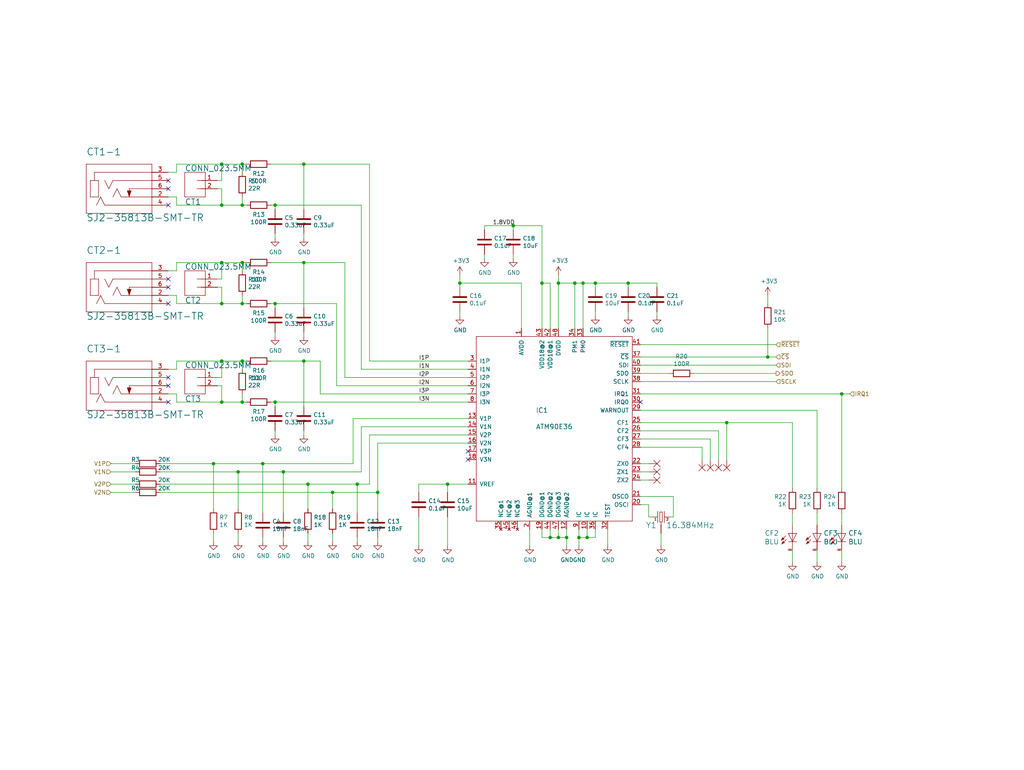
<source format=kicad_sch>
(kicad_sch (version 20230121) (generator eeschema)

  (uuid 4107d40a-e5df-4255-aacc-13f9928e090c)

  (paper "User" 316.763 238.252)

  (lib_symbols
    (symbol "Device:C" (pin_numbers hide) (pin_names (offset 0.254)) (in_bom yes) (on_board yes)
      (property "Reference" "C" (at 0.635 2.54 0)
        (effects (font (size 1.27 1.27)) (justify left))
      )
      (property "Value" "Device_C" (at 0.635 -2.54 0)
        (effects (font (size 1.27 1.27)) (justify left))
      )
      (property "Footprint" "" (at 0.9652 -3.81 0)
        (effects (font (size 1.27 1.27)) hide)
      )
      (property "Datasheet" "" (at 0 0 0)
        (effects (font (size 1.27 1.27)) hide)
      )
      (property "ki_fp_filters" "C_*" (at 0 0 0)
        (effects (font (size 1.27 1.27)) hide)
      )
      (symbol "C_0_1"
        (polyline
          (pts
            (xy -2.032 -0.762)
            (xy 2.032 -0.762)
          )
          (stroke (width 0.508) (type default))
          (fill (type none))
        )
        (polyline
          (pts
            (xy -2.032 0.762)
            (xy 2.032 0.762)
          )
          (stroke (width 0.508) (type default))
          (fill (type none))
        )
      )
      (symbol "C_1_1"
        (pin passive line (at 0 3.81 270) (length 2.794)
          (name "~" (effects (font (size 1.27 1.27))))
          (number "1" (effects (font (size 1.27 1.27))))
        )
        (pin passive line (at 0 -3.81 90) (length 2.794)
          (name "~" (effects (font (size 1.27 1.27))))
          (number "2" (effects (font (size 1.27 1.27))))
        )
      )
    )
    (symbol "Device:R" (pin_numbers hide) (pin_names (offset 0)) (in_bom yes) (on_board yes)
      (property "Reference" "R" (at 2.032 0 90)
        (effects (font (size 1.27 1.27)))
      )
      (property "Value" "Device_R" (at 0 0 90)
        (effects (font (size 1.27 1.27)))
      )
      (property "Footprint" "" (at -1.778 0 90)
        (effects (font (size 1.27 1.27)) hide)
      )
      (property "Datasheet" "" (at 0 0 0)
        (effects (font (size 1.27 1.27)) hide)
      )
      (property "ki_fp_filters" "R_*" (at 0 0 0)
        (effects (font (size 1.27 1.27)) hide)
      )
      (symbol "R_0_1"
        (rectangle (start -1.016 -2.54) (end 1.016 2.54)
          (stroke (width 0.254) (type default))
          (fill (type none))
        )
      )
      (symbol "R_1_1"
        (pin passive line (at 0 3.81 270) (length 1.27)
          (name "~" (effects (font (size 1.27 1.27))))
          (number "1" (effects (font (size 1.27 1.27))))
        )
        (pin passive line (at 0 -3.81 90) (length 1.27)
          (name "~" (effects (font (size 1.27 1.27))))
          (number "2" (effects (font (size 1.27 1.27))))
        )
      )
    )
    (symbol "custom:ATM90E36-6_channel_esp32_energy_meter-eagle-import" (pin_names (offset 1.016)) (in_bom yes) (on_board yes)
      (property "Reference" "IC" (at -7.62 3.81 0)
        (effects (font (size 1.4986 1.4986)) (justify left bottom))
      )
      (property "Value" "custom_ATM90E36-6_channel_esp32_energy_meter-eagle-import" (at -7.62 -10.16 0)
        (effects (font (size 1.4986 1.4986)) (justify left bottom))
      )
      (property "Footprint" "" (at 0 0 0)
        (effects (font (size 1.27 1.27)) hide)
      )
      (property "Datasheet" "" (at 0 0 0)
        (effects (font (size 1.27 1.27)) hide)
      )
      (property "ki_locked" "" (at 0 0 0)
        (effects (font (size 1.27 1.27)))
      )
      (symbol "ATM90E36-6_channel_esp32_energy_meter-eagle-import_1_0"
        (polyline
          (pts
            (xy -25.4 -34.29)
            (xy 22.86 -34.29)
          )
          (stroke (width 0) (type default))
          (fill (type none))
        )
        (polyline
          (pts
            (xy -25.4 22.86)
            (xy -25.4 -34.29)
          )
          (stroke (width 0) (type default))
          (fill (type none))
        )
        (polyline
          (pts
            (xy 22.86 -34.29)
            (xy 22.86 22.86)
          )
          (stroke (width 0) (type default))
          (fill (type none))
        )
        (polyline
          (pts
            (xy 22.86 22.86)
            (xy -25.4 22.86)
          )
          (stroke (width 0) (type default))
          (fill (type none))
        )
        (pin power_in line (at -11.43 25.4 270) (length 2.54)
          (name "AVDD" (effects (font (size 1.27 1.27))))
          (number "1" (effects (font (size 1.27 1.27))))
        )
        (pin input line (at 8.89 -36.83 90) (length 2.54)
          (name "IC" (effects (font (size 1.27 1.27))))
          (number "10" (effects (font (size 1.27 1.27))))
        )
        (pin unspecified line (at -27.94 -22.86 0) (length 2.54)
          (name "VREF" (effects (font (size 1.27 1.27))))
          (number "11" (effects (font (size 1.27 1.27))))
        )
        (pin power_in line (at 2.54 -36.83 90) (length 2.54)
          (name "AGND@2" (effects (font (size 1.27 1.27))))
          (number "12" (effects (font (size 1.27 1.27))))
        )
        (pin input line (at -27.94 -2.54 0) (length 2.54)
          (name "V1P" (effects (font (size 1.27 1.27))))
          (number "13" (effects (font (size 1.27 1.27))))
        )
        (pin input line (at -27.94 -5.08 0) (length 2.54)
          (name "V1N" (effects (font (size 1.27 1.27))))
          (number "14" (effects (font (size 1.27 1.27))))
        )
        (pin input line (at -27.94 -7.62 0) (length 2.54)
          (name "V2P" (effects (font (size 1.27 1.27))))
          (number "15" (effects (font (size 1.27 1.27))))
        )
        (pin input line (at -27.94 -10.16 0) (length 2.54)
          (name "V2N" (effects (font (size 1.27 1.27))))
          (number "16" (effects (font (size 1.27 1.27))))
        )
        (pin input line (at -27.94 -12.7 0) (length 2.54)
          (name "V3P" (effects (font (size 1.27 1.27))))
          (number "17" (effects (font (size 1.27 1.27))))
        )
        (pin input line (at -27.94 -15.24 0) (length 2.54)
          (name "V3N" (effects (font (size 1.27 1.27))))
          (number "18" (effects (font (size 1.27 1.27))))
        )
        (pin power_in line (at -5.08 -36.83 90) (length 2.54)
          (name "DGND@1" (effects (font (size 1.27 1.27))))
          (number "19" (effects (font (size 1.27 1.27))))
        )
        (pin power_in line (at -8.89 -36.83 90) (length 2.54)
          (name "AGND@1" (effects (font (size 1.27 1.27))))
          (number "2" (effects (font (size 1.27 1.27))))
        )
        (pin input line (at 25.4 -29.21 180) (length 2.54)
          (name "OSCI" (effects (font (size 1.27 1.27))))
          (number "20" (effects (font (size 1.27 1.27))))
        )
        (pin output line (at 25.4 -26.67 180) (length 2.54)
          (name "OSCO" (effects (font (size 1.27 1.27))))
          (number "21" (effects (font (size 1.27 1.27))))
        )
        (pin output line (at 25.4 -16.51 180) (length 2.54)
          (name "ZX0" (effects (font (size 1.27 1.27))))
          (number "22" (effects (font (size 1.27 1.27))))
        )
        (pin output line (at 25.4 -19.05 180) (length 2.54)
          (name "ZX1" (effects (font (size 1.27 1.27))))
          (number "23" (effects (font (size 1.27 1.27))))
        )
        (pin output line (at 25.4 -21.59 180) (length 2.54)
          (name "ZX2" (effects (font (size 1.27 1.27))))
          (number "24" (effects (font (size 1.27 1.27))))
        )
        (pin output line (at 25.4 -3.81 180) (length 2.54)
          (name "CF1" (effects (font (size 1.27 1.27))))
          (number "25" (effects (font (size 1.27 1.27))))
        )
        (pin output line (at 25.4 -6.35 180) (length 2.54)
          (name "CF2" (effects (font (size 1.27 1.27))))
          (number "26" (effects (font (size 1.27 1.27))))
        )
        (pin output line (at 25.4 -8.89 180) (length 2.54)
          (name "CF3" (effects (font (size 1.27 1.27))))
          (number "27" (effects (font (size 1.27 1.27))))
        )
        (pin output line (at 25.4 -11.43 180) (length 2.54)
          (name "CF4" (effects (font (size 1.27 1.27))))
          (number "28" (effects (font (size 1.27 1.27))))
        )
        (pin output line (at 25.4 0 180) (length 2.54)
          (name "WARNOUT" (effects (font (size 1.27 1.27))))
          (number "29" (effects (font (size 1.27 1.27))))
        )
        (pin input line (at -27.94 15.24 0) (length 2.54)
          (name "I1P" (effects (font (size 1.27 1.27))))
          (number "3" (effects (font (size 1.27 1.27))))
        )
        (pin output line (at 25.4 2.54 180) (length 2.54)
          (name "IRQ0" (effects (font (size 1.27 1.27))))
          (number "30" (effects (font (size 1.27 1.27))))
        )
        (pin output line (at 25.4 5.08 180) (length 2.54)
          (name "IRQ1" (effects (font (size 1.27 1.27))))
          (number "31" (effects (font (size 1.27 1.27))))
        )
        (pin power_in line (at 15.24 -36.83 90) (length 2.54)
          (name "TEST" (effects (font (size 1.27 1.27))))
          (number "32" (effects (font (size 1.27 1.27))))
        )
        (pin input line (at 7.62 25.4 270) (length 2.54)
          (name "PM0" (effects (font (size 1.27 1.27))))
          (number "33" (effects (font (size 1.27 1.27))))
        )
        (pin input line (at 5.08 25.4 270) (length 2.54)
          (name "PM1" (effects (font (size 1.27 1.27))))
          (number "34" (effects (font (size 1.27 1.27))))
        )
        (pin no_connect line (at -17.78 -36.83 90) (length 2.54)
          (name "NC@1" (effects (font (size 1.27 1.27))))
          (number "35" (effects (font (size 1.27 1.27))))
        )
        (pin input line (at 11.43 -36.83 90) (length 2.54)
          (name "IC" (effects (font (size 1.27 1.27))))
          (number "36" (effects (font (size 1.27 1.27))))
        )
        (pin input line (at 25.4 16.51 180) (length 2.54)
          (name "~{CS}" (effects (font (size 1.27 1.27))))
          (number "37" (effects (font (size 1.27 1.27))))
        )
        (pin input line (at 25.4 8.89 180) (length 2.54)
          (name "SCLK" (effects (font (size 1.27 1.27))))
          (number "38" (effects (font (size 1.27 1.27))))
        )
        (pin output line (at 25.4 11.43 180) (length 2.54)
          (name "SDO" (effects (font (size 1.27 1.27))))
          (number "39" (effects (font (size 1.27 1.27))))
        )
        (pin input line (at -27.94 12.7 0) (length 2.54)
          (name "I1N" (effects (font (size 1.27 1.27))))
          (number "4" (effects (font (size 1.27 1.27))))
        )
        (pin input line (at 25.4 13.97 180) (length 2.54)
          (name "SDI" (effects (font (size 1.27 1.27))))
          (number "40" (effects (font (size 1.27 1.27))))
        )
        (pin input line (at 25.4 20.32 180) (length 2.54)
          (name "~{RESET}" (effects (font (size 1.27 1.27))))
          (number "41" (effects (font (size 1.27 1.27))))
        )
        (pin power_in line (at -2.54 25.4 270) (length 2.54)
          (name "VDD18@1" (effects (font (size 1.27 1.27))))
          (number "42" (effects (font (size 1.27 1.27))))
        )
        (pin power_in line (at -5.08 25.4 270) (length 2.54)
          (name "VDD18@2" (effects (font (size 1.27 1.27))))
          (number "43" (effects (font (size 1.27 1.27))))
        )
        (pin power_in line (at -2.54 -36.83 90) (length 2.54)
          (name "DGND@2" (effects (font (size 1.27 1.27))))
          (number "44" (effects (font (size 1.27 1.27))))
        )
        (pin no_connect line (at -15.24 -36.83 90) (length 2.54)
          (name "NC@2" (effects (font (size 1.27 1.27))))
          (number "45" (effects (font (size 1.27 1.27))))
        )
        (pin no_connect line (at -12.7 -36.83 90) (length 2.54)
          (name "NC@3" (effects (font (size 1.27 1.27))))
          (number "46" (effects (font (size 1.27 1.27))))
        )
        (pin power_in line (at 0 -36.83 90) (length 2.54)
          (name "DGND@3" (effects (font (size 1.27 1.27))))
          (number "47" (effects (font (size 1.27 1.27))))
        )
        (pin power_in line (at 0 25.4 270) (length 2.54)
          (name "DVDD" (effects (font (size 1.27 1.27))))
          (number "48" (effects (font (size 1.27 1.27))))
        )
        (pin input line (at -27.94 10.16 0) (length 2.54)
          (name "I2P" (effects (font (size 1.27 1.27))))
          (number "5" (effects (font (size 1.27 1.27))))
        )
        (pin input line (at -27.94 7.62 0) (length 2.54)
          (name "I2N" (effects (font (size 1.27 1.27))))
          (number "6" (effects (font (size 1.27 1.27))))
        )
        (pin input line (at -27.94 5.08 0) (length 2.54)
          (name "I3P" (effects (font (size 1.27 1.27))))
          (number "7" (effects (font (size 1.27 1.27))))
        )
        (pin input line (at -27.94 2.54 0) (length 2.54)
          (name "I3N" (effects (font (size 1.27 1.27))))
          (number "8" (effects (font (size 1.27 1.27))))
        )
        (pin input line (at 6.35 -36.83 90) (length 2.54)
          (name "IC" (effects (font (size 1.27 1.27))))
          (number "9" (effects (font (size 1.27 1.27))))
        )
      )
    )
    (symbol "custom:CONN_023.5MM-6_channel_esp32_energy_meter-eagle-import-6_channel_esp32_energy_meter-rescue" (pin_names (offset 1.016)) (in_bom yes) (on_board yes)
      (property "Reference" "J" (at -2.54 5.588 0)
        (effects (font (size 1.778 1.778)) (justify left bottom))
      )
      (property "Value" "custom_CONN_023.5MM-6_channel_esp32_energy_meter-eagle-import-6_channel_esp32_energy_meter-rescue" (at -2.54 -4.826 0)
        (effects (font (size 1.778 1.778)) (justify left bottom))
      )
      (property "Footprint" "" (at 0 0 0)
        (effects (font (size 1.27 1.27)) hide)
      )
      (property "Datasheet" "" (at 0 0 0)
        (effects (font (size 1.27 1.27)) hide)
      )
      (property "ki_locked" "" (at 0 0 0)
        (effects (font (size 1.27 1.27)))
      )
      (symbol "CONN_023.5MM-6_channel_esp32_energy_meter-eagle-import-6_channel_esp32_energy_meter-rescue_1_0"
        (polyline
          (pts
            (xy -2.54 5.08)
            (xy -2.54 -2.54)
          )
          (stroke (width 0) (type default))
          (fill (type none))
        )
        (polyline
          (pts
            (xy -2.54 5.08)
            (xy 3.81 5.08)
          )
          (stroke (width 0) (type default))
          (fill (type none))
        )
        (polyline
          (pts
            (xy 1.27 0)
            (xy 2.54 0)
          )
          (stroke (width 0) (type default))
          (fill (type none))
        )
        (polyline
          (pts
            (xy 1.27 2.54)
            (xy 2.54 2.54)
          )
          (stroke (width 0) (type default))
          (fill (type none))
        )
        (polyline
          (pts
            (xy 3.81 -2.54)
            (xy -2.54 -2.54)
          )
          (stroke (width 0) (type default))
          (fill (type none))
        )
        (polyline
          (pts
            (xy 3.81 -2.54)
            (xy 3.81 5.08)
          )
          (stroke (width 0) (type default))
          (fill (type none))
        )
        (pin passive line (at 7.62 0 180) (length 5.08)
          (name "1" (effects (font (size 0 0))))
          (number "1" (effects (font (size 1.27 1.27))))
        )
        (pin passive line (at 7.62 2.54 180) (length 5.08)
          (name "2" (effects (font (size 0 0))))
          (number "2" (effects (font (size 1.27 1.27))))
        )
      )
    )
    (symbol "custom:CRYSTAL-GROUNDEDSMD-3.2X2.5-6_channel_esp32_energy_meter-eagle-import" (pin_names (offset 1.016)) (in_bom yes) (on_board yes)
      (property "Reference" "Y" (at -1.27 -1.524 0)
        (effects (font (size 1.778 1.778)) (justify right top))
      )
      (property "Value" "custom_CRYSTAL-GROUNDEDSMD-3.2X2.5-6_channel_esp32_energy_meter-eagle-import" (at 1.524 -1.524 0)
        (effects (font (size 1.778 1.778)) (justify left top))
      )
      (property "Footprint" "" (at 0 0 0)
        (effects (font (size 1.27 1.27)) hide)
      )
      (property "Datasheet" "" (at 0 0 0)
        (effects (font (size 1.27 1.27)) hide)
      )
      (property "ki_locked" "" (at 0 0 0)
        (effects (font (size 1.27 1.27)))
      )
      (symbol "CRYSTAL-GROUNDEDSMD-3.2X2.5-6_channel_esp32_energy_meter-eagle-import_1_0"
        (polyline
          (pts
            (xy -2.54 0)
            (xy -1.016 0)
          )
          (stroke (width 0) (type default))
          (fill (type none))
        )
        (polyline
          (pts
            (xy -1.016 0)
            (xy -1.016 -1.778)
          )
          (stroke (width 0) (type default))
          (fill (type none))
        )
        (polyline
          (pts
            (xy -1.016 1.778)
            (xy -1.016 0)
          )
          (stroke (width 0) (type default))
          (fill (type none))
        )
        (polyline
          (pts
            (xy -0.381 -1.524)
            (xy 0.381 -1.524)
          )
          (stroke (width 0) (type default))
          (fill (type none))
        )
        (polyline
          (pts
            (xy -0.381 1.524)
            (xy -0.381 -1.524)
          )
          (stroke (width 0) (type default))
          (fill (type none))
        )
        (polyline
          (pts
            (xy 0 -2.794)
            (xy 0 -1.5748)
          )
          (stroke (width 0) (type default))
          (fill (type none))
        )
        (polyline
          (pts
            (xy 0.381 -1.524)
            (xy 0.381 1.524)
          )
          (stroke (width 0) (type default))
          (fill (type none))
        )
        (polyline
          (pts
            (xy 0.381 1.524)
            (xy -0.381 1.524)
          )
          (stroke (width 0) (type default))
          (fill (type none))
        )
        (polyline
          (pts
            (xy 1.016 0)
            (xy 2.54 0)
          )
          (stroke (width 0) (type default))
          (fill (type none))
        )
        (polyline
          (pts
            (xy 1.016 1.778)
            (xy 1.016 -1.778)
          )
          (stroke (width 0) (type default))
          (fill (type none))
        )
        (text "1" (at -2.159 -1.143 0)
          (effects (font (size 0.7112 0.7112)) (justify left bottom))
        )
        (text "2" (at 1.524 -1.143 0)
          (effects (font (size 0.7112 0.7112)) (justify left bottom))
        )
        (pin passive line (at -2.54 0 0) (length 0)
          (name "1" (effects (font (size 0 0))))
          (number "1" (effects (font (size 0 0))))
        )
        (pin passive line (at 0 -5.08 90) (length 2.54)
          (name "3" (effects (font (size 0 0))))
          (number "2" (effects (font (size 0 0))))
        )
        (pin passive line (at 2.54 0 180) (length 0)
          (name "2" (effects (font (size 0 0))))
          (number "3" (effects (font (size 0 0))))
        )
        (pin passive line (at 0 -5.08 90) (length 2.54)
          (name "3" (effects (font (size 0 0))))
          (number "4" (effects (font (size 0 0))))
        )
      )
    )
    (symbol "custom:LEDCHIPLED_0603-6_channel_esp32_energy_meter-eagle-import-6_channel_esp32_energy_meter-rescue" (pin_names (offset 1.016)) (in_bom yes) (on_board yes)
      (property "Reference" "LED" (at 3.556 -4.572 90)
        (effects (font (size 1.4986 1.4986)) (justify left bottom))
      )
      (property "Value" "custom_LEDCHIPLED_0603-6_channel_esp32_energy_meter-eagle-import-6_channel_esp32_energy_meter-rescue" (at 5.715 -4.572 90)
        (effects (font (size 1.4986 1.4986)) (justify left bottom))
      )
      (property "Footprint" "" (at 0 0 0)
        (effects (font (size 1.27 1.27)) hide)
      )
      (property "Datasheet" "" (at 0 0 0)
        (effects (font (size 1.27 1.27)) hide)
      )
      (property "ki_locked" "" (at 0 0 0)
        (effects (font (size 1.27 1.27)))
      )
      (symbol "LEDCHIPLED_0603-6_channel_esp32_energy_meter-eagle-import-6_channel_esp32_energy_meter-rescue_1_0"
        (polyline
          (pts
            (xy -2.032 -0.762)
            (xy -3.429 -2.159)
          )
          (stroke (width 0) (type default))
          (fill (type none))
        )
        (polyline
          (pts
            (xy -1.905 -1.905)
            (xy -3.302 -3.302)
          )
          (stroke (width 0) (type default))
          (fill (type none))
        )
        (polyline
          (pts
            (xy 0 -2.54)
            (xy -1.27 -2.54)
          )
          (stroke (width 0) (type default))
          (fill (type none))
        )
        (polyline
          (pts
            (xy 0 -2.54)
            (xy -1.27 0)
          )
          (stroke (width 0) (type default))
          (fill (type none))
        )
        (polyline
          (pts
            (xy 0 0)
            (xy -1.27 0)
          )
          (stroke (width 0) (type default))
          (fill (type none))
        )
        (polyline
          (pts
            (xy 0 0)
            (xy 0 -2.54)
          )
          (stroke (width 0) (type default))
          (fill (type none))
        )
        (polyline
          (pts
            (xy 1.27 -2.54)
            (xy 0 -2.54)
          )
          (stroke (width 0) (type default))
          (fill (type none))
        )
        (polyline
          (pts
            (xy 1.27 0)
            (xy 0 -2.54)
          )
          (stroke (width 0) (type default))
          (fill (type none))
        )
        (polyline
          (pts
            (xy 1.27 0)
            (xy 0 0)
          )
          (stroke (width 0) (type default))
          (fill (type none))
        )
        (polyline
          (pts
            (xy -3.429 -2.159)
            (xy -3.048 -1.27)
            (xy -2.54 -1.778)
          )
          (stroke (width 0) (type default))
          (fill (type outline))
        )
        (polyline
          (pts
            (xy -3.302 -3.302)
            (xy -2.921 -2.413)
            (xy -2.413 -2.921)
          )
          (stroke (width 0) (type default))
          (fill (type outline))
        )
        (pin passive line (at 0 2.54 270) (length 2.54)
          (name "A" (effects (font (size 0 0))))
          (number "A" (effects (font (size 0 0))))
        )
        (pin passive line (at 0 -5.08 90) (length 2.54)
          (name "C" (effects (font (size 0 0))))
          (number "C" (effects (font (size 0 0))))
        )
      )
    )
    (symbol "custom:PJ-3270" (pin_names (offset 1.016)) (in_bom yes) (on_board yes)
      (property "Reference" "J" (at -10.16 10.1854 0)
        (effects (font (size 2.159 2.159)) (justify left bottom))
      )
      (property "Value" "custom_PJ-3270" (at -8.89 -11.43 0)
        (effects (font (size 2.159 2.159)) (justify left bottom))
      )
      (property "Footprint" "" (at 0 0 0)
        (effects (font (size 1.27 1.27)) hide)
      )
      (property "Datasheet" "" (at 0 0 0)
        (effects (font (size 1.27 1.27)) hide)
      )
      (symbol "PJ-3270_1_0"
        (polyline
          (pts
            (xy -10.16 -7.62)
            (xy 10.16 -7.62)
          )
          (stroke (width 0) (type default))
          (fill (type none))
        )
        (polyline
          (pts
            (xy -10.16 7.62)
            (xy -10.16 -7.62)
          )
          (stroke (width 0) (type default))
          (fill (type none))
        )
        (polyline
          (pts
            (xy -8.89 -2.54)
            (xy -8.89 2.54)
          )
          (stroke (width 0) (type default))
          (fill (type none))
        )
        (polyline
          (pts
            (xy -8.89 2.54)
            (xy -7.62 2.54)
          )
          (stroke (width 0) (type default))
          (fill (type none))
        )
        (polyline
          (pts
            (xy -7.62 2.54)
            (xy -6.35 2.54)
          )
          (stroke (width 0) (type default))
          (fill (type none))
        )
        (polyline
          (pts
            (xy -7.62 5.08)
            (xy -7.62 2.54)
          )
          (stroke (width 0) (type default))
          (fill (type none))
        )
        (polyline
          (pts
            (xy -6.35 -2.54)
            (xy -8.89 -2.54)
          )
          (stroke (width 0) (type default))
          (fill (type none))
        )
        (polyline
          (pts
            (xy -6.35 2.54)
            (xy -6.35 -2.54)
          )
          (stroke (width 0) (type default))
          (fill (type none))
        )
        (polyline
          (pts
            (xy -3.175 0)
            (xy -4.445 2.54)
          )
          (stroke (width 0) (type default))
          (fill (type none))
        )
        (polyline
          (pts
            (xy -1.905 2.54)
            (xy -3.175 0)
          )
          (stroke (width 0) (type default))
          (fill (type none))
        )
        (polyline
          (pts
            (xy -0.635 0)
            (xy -1.905 -2.54)
          )
          (stroke (width 0) (type default))
          (fill (type none))
        )
        (polyline
          (pts
            (xy 0.635 -2.54)
            (xy -0.635 0)
          )
          (stroke (width 0) (type default))
          (fill (type none))
        )
        (polyline
          (pts
            (xy 3.175 -2.54)
            (xy 0.635 -2.54)
          )
          (stroke (width 0) (type default))
          (fill (type none))
        )
        (polyline
          (pts
            (xy 3.175 0)
            (xy 3.175 -2.54)
          )
          (stroke (width 0) (type default))
          (fill (type none))
        )
        (polyline
          (pts
            (xy 10.16 -7.62)
            (xy 10.16 -2.54)
          )
          (stroke (width 0) (type default))
          (fill (type none))
        )
        (polyline
          (pts
            (xy 10.16 -2.54)
            (xy 3.175 -2.54)
          )
          (stroke (width 0) (type default))
          (fill (type none))
        )
        (polyline
          (pts
            (xy 10.16 -2.54)
            (xy 10.16 0)
          )
          (stroke (width 0) (type default))
          (fill (type none))
        )
        (polyline
          (pts
            (xy 10.16 0)
            (xy 3.175 0)
          )
          (stroke (width 0) (type default))
          (fill (type none))
        )
        (polyline
          (pts
            (xy 10.16 0)
            (xy 10.16 2.54)
          )
          (stroke (width 0) (type default))
          (fill (type none))
        )
        (polyline
          (pts
            (xy 10.16 2.54)
            (xy -1.905 2.54)
          )
          (stroke (width 0) (type default))
          (fill (type none))
        )
        (polyline
          (pts
            (xy 10.16 2.54)
            (xy 10.16 5.08)
          )
          (stroke (width 0) (type default))
          (fill (type none))
        )
        (polyline
          (pts
            (xy 10.16 5.08)
            (xy -7.62 5.08)
          )
          (stroke (width 0) (type default))
          (fill (type none))
        )
        (polyline
          (pts
            (xy 10.16 5.08)
            (xy 10.16 7.62)
          )
          (stroke (width 0) (type default))
          (fill (type none))
        )
        (polyline
          (pts
            (xy 10.16 7.62)
            (xy -10.16 7.62)
          )
          (stroke (width 0) (type default))
          (fill (type none))
        )
        (polyline
          (pts
            (xy 3.175 -2.54)
            (xy 2.54 -0.635)
            (xy 3.81 -0.635)
          )
          (stroke (width 0) (type default))
          (fill (type outline))
        )
        (pin passive line (at 15.24 -2.54 180) (length 5.08)
          (name "TIP" (effects (font (size 0 0))))
          (number "2" (effects (font (size 1.27 1.27))))
        )
        (pin passive line (at 15.24 5.08 180) (length 5.08)
          (name "SLEEVE" (effects (font (size 0 0))))
          (number "3" (effects (font (size 1.27 1.27))))
        )
        (pin passive line (at 15.24 2.54 180) (length 5.08)
          (name "RING" (effects (font (size 0 0))))
          (number "5" (effects (font (size 1.27 1.27))))
        )
        (pin passive line (at 15.24 0 180) (length 5.08)
          (name "TIP_SWITCH" (effects (font (size 0 0))))
          (number "6" (effects (font (size 1.27 1.27))))
        )
      )
      (symbol "PJ-3270_1_1"
        (polyline
          (pts
            (xy -5.715 -2.54)
            (xy -6.985 -5.08)
          )
          (stroke (width 0) (type default))
          (fill (type none))
        )
        (polyline
          (pts
            (xy -4.445 -5.08)
            (xy -5.715 -2.54)
          )
          (stroke (width 0) (type default))
          (fill (type none))
        )
        (polyline
          (pts
            (xy 10.16 -5.08)
            (xy -4.445 -5.08)
          )
          (stroke (width 0) (type default))
          (fill (type none))
        )
        (pin passive line (at 15.24 -5.08 180) (length 5.08)
          (name "MIC" (effects (font (size 0 0))))
          (number "4" (effects (font (size 1.27 1.27))))
        )
      )
    )
    (symbol "custom:WIREPADSMD1,27-254-6_channel_esp32_energy_meter-eagle-import-6_channel_esp32_energy_meter-rescue" (pin_names (offset 1.016)) (in_bom yes) (on_board yes)
      (property "Reference" "PAD" (at -1.143 1.8542 0)
        (effects (font (size 1.4986 1.4986)) (justify left bottom))
      )
      (property "Value" "custom_WIREPADSMD1,27-254-6_channel_esp32_energy_meter-eagle-import-6_channel_esp32_energy_meter-rescue" (at -1.143 -3.302 0)
        (effects (font (size 1.4986 1.4986)) (justify left bottom))
      )
      (property "Footprint" "" (at 0 0 0)
        (effects (font (size 1.27 1.27)) hide)
      )
      (property "Datasheet" "" (at 0 0 0)
        (effects (font (size 1.27 1.27)) hide)
      )
      (property "ki_locked" "" (at 0 0 0)
        (effects (font (size 1.27 1.27)))
      )
      (symbol "WIREPADSMD1,27-254-6_channel_esp32_energy_meter-eagle-import-6_channel_esp32_energy_meter-rescue_1_0"
        (polyline
          (pts
            (xy -1.016 -1.016)
            (xy 1.016 1.016)
          )
          (stroke (width 0) (type default))
          (fill (type none))
        )
        (polyline
          (pts
            (xy -1.016 1.016)
            (xy 1.016 -1.016)
          )
          (stroke (width 0) (type default))
          (fill (type none))
        )
        (pin passive line (at 2.54 0 180) (length 2.54)
          (name "P" (effects (font (size 0 0))))
          (number "1" (effects (font (size 0 0))))
        )
      )
    )
    (symbol "power:+3.3V" (power) (pin_names (offset 0)) (in_bom yes) (on_board yes)
      (property "Reference" "#PWR" (at 0 -3.81 0)
        (effects (font (size 1.27 1.27)) hide)
      )
      (property "Value" "power_+3.3V" (at 0 3.556 0)
        (effects (font (size 1.27 1.27)))
      )
      (property "Footprint" "" (at 0 0 0)
        (effects (font (size 1.27 1.27)) hide)
      )
      (property "Datasheet" "" (at 0 0 0)
        (effects (font (size 1.27 1.27)) hide)
      )
      (symbol "+3.3V_0_1"
        (polyline
          (pts
            (xy -0.762 1.27)
            (xy 0 2.54)
          )
          (stroke (width 0) (type default))
          (fill (type none))
        )
        (polyline
          (pts
            (xy 0 0)
            (xy 0 2.54)
          )
          (stroke (width 0) (type default))
          (fill (type none))
        )
        (polyline
          (pts
            (xy 0 2.54)
            (xy 0.762 1.27)
          )
          (stroke (width 0) (type default))
          (fill (type none))
        )
      )
      (symbol "+3.3V_1_1"
        (pin power_in line (at 0 0 90) (length 0) hide
          (name "+3V3" (effects (font (size 1.27 1.27))))
          (number "1" (effects (font (size 1.27 1.27))))
        )
      )
    )
    (symbol "power:GND" (power) (pin_names (offset 0)) (in_bom yes) (on_board yes)
      (property "Reference" "#PWR" (at 0 -6.35 0)
        (effects (font (size 1.27 1.27)) hide)
      )
      (property "Value" "power_GND" (at 0 -3.81 0)
        (effects (font (size 1.27 1.27)))
      )
      (property "Footprint" "" (at 0 0 0)
        (effects (font (size 1.27 1.27)) hide)
      )
      (property "Datasheet" "" (at 0 0 0)
        (effects (font (size 1.27 1.27)) hide)
      )
      (symbol "GND_0_1"
        (polyline
          (pts
            (xy 0 0)
            (xy 0 -1.27)
            (xy 1.27 -1.27)
            (xy 0 -2.54)
            (xy -1.27 -1.27)
            (xy 0 -1.27)
          )
          (stroke (width 0) (type default))
          (fill (type none))
        )
      )
      (symbol "GND_1_1"
        (pin power_in line (at 0 0 270) (length 0) hide
          (name "GND" (effects (font (size 1.27 1.27))))
          (number "1" (effects (font (size 1.27 1.27))))
        )
      )
    )
  )

  (junction (at 74.93 124.46) (diameter 0) (color 0 0 0 0)
    (uuid 008da5b9-6f95-4113-b7d0-d93ac62efd33)
  )
  (junction (at 74.93 63.5) (diameter 0) (color 0 0 0 0)
    (uuid 011ee658-718d-416a-85fd-961729cd1ee5)
  )
  (junction (at 184.15 87.63) (diameter 0) (color 0 0 0 0)
    (uuid 0c5dddf1-38df-43d2-b49c-e7b691dab0ab)
  )
  (junction (at 167.64 87.63) (diameter 0) (color 0 0 0 0)
    (uuid 0fd35a3e-b394-4aae-875a-fac843f9cbb7)
  )
  (junction (at 87.63 146.05) (diameter 0) (color 0 0 0 0)
    (uuid 10e52e95-44f3-4059-a86d-dcda603e0623)
  )
  (junction (at 172.72 166.37) (diameter 0) (color 0 0 0 0)
    (uuid 16121028-bdf5-49c0-aae7-e28fe5bfa771)
  )
  (junction (at 95.25 149.86) (diameter 0) (color 0 0 0 0)
    (uuid 347562f5-b152-4e7b-8a69-40ca6daaaad4)
  )
  (junction (at 68.58 81.28) (diameter 0) (color 0 0 0 0)
    (uuid 35ef9c4a-35f6-467b-a704-b1d9354880cf)
  )
  (junction (at 177.8 87.63) (diameter 0) (color 0 0 0 0)
    (uuid 3e915099-a18e-49f4-89bb-abe64c2dade5)
  )
  (junction (at 73.66 146.05) (diameter 0) (color 0 0 0 0)
    (uuid 3efa2ece-8f3f-4a8c-96e9-6ab3ec6f1f70)
  )
  (junction (at 181.61 166.37) (diameter 0) (color 0 0 0 0)
    (uuid 45884597-7014-4461-83ee-9975c42b9a53)
  )
  (junction (at 170.18 166.37) (diameter 0) (color 0 0 0 0)
    (uuid 4db55cb8-197b-4402-871f-ce582b65664b)
  )
  (junction (at 85.09 124.46) (diameter 0) (color 0 0 0 0)
    (uuid 501880c3-8633-456f-9add-0e8fa1932ba6)
  )
  (junction (at 74.93 93.98) (diameter 0) (color 0 0 0 0)
    (uuid 5701b80f-f006-4814-81c9-0c7f006088a9)
  )
  (junction (at 68.58 63.5) (diameter 0) (color 0 0 0 0)
    (uuid 60aa0ce8-9d0e-48ca-bbf9-866403979e9b)
  )
  (junction (at 68.58 111.76) (diameter 0) (color 0 0 0 0)
    (uuid 626679e8-6101-4722-ac57-5b8d9dab4c8b)
  )
  (junction (at 260.35 121.92) (diameter 0) (color 0 0 0 0)
    (uuid 7f2b3ce3-2f20-426d-b769-e0329b6a8111)
  )
  (junction (at 74.93 50.8) (diameter 0) (color 0 0 0 0)
    (uuid 802c2dc3-ca9f-491e-9d66-7893e89ac34c)
  )
  (junction (at 224.79 130.81) (diameter 0) (color 0 0 0 0)
    (uuid 8bdea5f6-7a53-427a-92b8-fd15994c2e8c)
  )
  (junction (at 237.49 110.49) (diameter 0) (color 0 0 0 0)
    (uuid 8d063f79-9282-4820-bcf4-1ff3c006cf08)
  )
  (junction (at 194.31 87.63) (diameter 0) (color 0 0 0 0)
    (uuid 98966de3-2364-43d8-a2e0-b03bb9487b03)
  )
  (junction (at 74.93 81.28) (diameter 0) (color 0 0 0 0)
    (uuid 9b6bb172-1ac4-440a-ac75-c1917d9d59c7)
  )
  (junction (at 66.04 143.51) (diameter 0) (color 0 0 0 0)
    (uuid a0e7a81b-2259-4f8d-8368-ba75f2004714)
  )
  (junction (at 85.09 63.5) (diameter 0) (color 0 0 0 0)
    (uuid a62609cd-29b7-4918-b97d-7b2404ba61cf)
  )
  (junction (at 93.98 81.28) (diameter 0) (color 0 0 0 0)
    (uuid a6738794-75ae-48a6-8949-ed8717400d71)
  )
  (junction (at 158.75 69.85) (diameter 0) (color 0 0 0 0)
    (uuid ad4d05f5-6957-42f8-b65c-c657b9a26485)
  )
  (junction (at 74.93 111.76) (diameter 0) (color 0 0 0 0)
    (uuid aeb03be9-98f0-43f6-9432-1bb35aa04bab)
  )
  (junction (at 68.58 124.46) (diameter 0) (color 0 0 0 0)
    (uuid b59f18ce-2e34-4b6e-b14d-8d73b8268179)
  )
  (junction (at 85.09 93.98) (diameter 0) (color 0 0 0 0)
    (uuid b78cb2c1-ae4b-4d9b-acd8-d7fe342342f2)
  )
  (junction (at 68.58 93.98) (diameter 0) (color 0 0 0 0)
    (uuid b8b961e9-8a60-45fc-999a-a7a3baff4e0d)
  )
  (junction (at 138.43 149.86) (diameter 0) (color 0 0 0 0)
    (uuid c3b3d7f4-943f-4cff-b180-87ef3e1bcbff)
  )
  (junction (at 142.24 87.63) (diameter 0) (color 0 0 0 0)
    (uuid cb6062da-8dcd-4826-92fd-4071e9e97213)
  )
  (junction (at 180.34 87.63) (diameter 0) (color 0 0 0 0)
    (uuid cb721686-5255-4788-a3b0-ce4312e32eb7)
  )
  (junction (at 175.26 166.37) (diameter 0) (color 0 0 0 0)
    (uuid d0a0deb1-4f0f-4ede-b730-2c6d67cb9618)
  )
  (junction (at 93.98 50.8) (diameter 0) (color 0 0 0 0)
    (uuid d1a9be32-38ba-44e6-bc35-f031541ab1fe)
  )
  (junction (at 172.72 87.63) (diameter 0) (color 0 0 0 0)
    (uuid d3d57924-54a6-421d-a3a0-a044fc909e88)
  )
  (junction (at 110.49 149.86) (diameter 0) (color 0 0 0 0)
    (uuid e0c7ddff-8c90-465f-be62-21fb49b059fa)
  )
  (junction (at 93.98 111.76) (diameter 0) (color 0 0 0 0)
    (uuid e413cfad-d7bd-41ab-b8dd-4b67484671a6)
  )
  (junction (at 81.28 143.51) (diameter 0) (color 0 0 0 0)
    (uuid e70b6168-f98e-4322-bc55-500948ef7b77)
  )
  (junction (at 68.58 50.8) (diameter 0) (color 0 0 0 0)
    (uuid ed8a7f02-cf05-41d0-97b4-4388ef205e73)
  )
  (junction (at 102.87 152.4) (diameter 0) (color 0 0 0 0)
    (uuid f50dae73-c5b5-475d-ac8c-5b555be54fa3)
  )
  (junction (at 179.07 166.37) (diameter 0) (color 0 0 0 0)
    (uuid fb30f9bb-6a0b-4d8a-82b0-266eab794bc6)
  )
  (junction (at 116.84 152.4) (diameter 0) (color 0 0 0 0)
    (uuid fdc60c06-30fa-4dfb-96b4-809b755999e1)
  )

  (no_connect (at 52.07 88.9) (uuid 1b023dd4-5185-4576-b544-68a05b9c360b))
  (no_connect (at 52.07 58.42) (uuid 26a22c19-4cc5-4237-9651-0edc4f854154))
  (no_connect (at 52.07 93.98) (uuid 51cc007a-3378-4ce3-909c-71e94822f8d1))
  (no_connect (at 52.07 124.46) (uuid 5576cd03-3bad-40c5-9316-1d286895d52a))
  (no_connect (at 52.07 116.84) (uuid 718e5c6d-0e4c-46d8-a149-2f2bfc54c7f1))
  (no_connect (at 198.12 124.46) (uuid 76afa8e0-9b3a-439d-843c-ad039d3b6354))
  (no_connect (at 52.07 86.36) (uuid 90f81af1-b6de-44aa-a46b-6504a157ce6c))
  (no_connect (at 144.78 139.7) (uuid 946404ba-9297-43ec-9d67-30184041145f))
  (no_connect (at 52.07 55.88) (uuid 968a6172-7a4e-40ab-a78a-e4d03671e136))
  (no_connect (at 52.07 63.5) (uuid 96ef76a5-90c3-4767-98ba-2b61887e28d3))
  (no_connect (at 52.07 119.38) (uuid 9e0e6fc0-a269-4822-b93d-4c5e6689ff11))
  (no_connect (at 144.78 142.24) (uuid a64aeb89-c24a-493b-9aab-87a6be930bde))

  (wire (pts (xy 198.12 127) (xy 252.73 127))
    (stroke (width 0) (type default))
    (uuid 01f82238-6335-48fe-8b0a-6853e227345a)
  )
  (wire (pts (xy 104.14 119.38) (xy 144.78 119.38))
    (stroke (width 0) (type default))
    (uuid 03f57fb4-32a3-4bc6-85b9-fd8ece4a9592)
  )
  (wire (pts (xy 76.2 111.76) (xy 74.93 111.76))
    (stroke (width 0) (type default))
    (uuid 04cf2f2c-74bf-400d-b4f6-201720df00ed)
  )
  (wire (pts (xy 114.3 149.86) (xy 114.3 134.62))
    (stroke (width 0) (type default))
    (uuid 05f2859d-2820-4e84-b395-696011feb13b)
  )
  (wire (pts (xy 111.76 114.3) (xy 144.78 114.3))
    (stroke (width 0) (type default))
    (uuid 07d160b6-23e1-4aa0-95cb-440482e6fc15)
  )
  (wire (pts (xy 142.24 96.52) (xy 142.24 97.79))
    (stroke (width 0) (type default))
    (uuid 0a1a4d88-972a-46ce-b25e-6cb796bd41f7)
  )
  (wire (pts (xy 245.11 170.18) (xy 245.11 173.99))
    (stroke (width 0) (type default))
    (uuid 0cbeb329-a88d-4a47-a5c2-a1d693de2f8c)
  )
  (wire (pts (xy 74.93 93.98) (xy 76.2 93.98))
    (stroke (width 0) (type default))
    (uuid 0cc9bf07-55b9-458f-b8aa-41b2f51fa940)
  )
  (wire (pts (xy 180.34 87.63) (xy 184.15 87.63))
    (stroke (width 0) (type default))
    (uuid 0ce1dd44-f307-4f98-9f0d-478fd87daa64)
  )
  (wire (pts (xy 198.12 121.92) (xy 260.35 121.92))
    (stroke (width 0) (type default))
    (uuid 0e249018-17e7-42b3-ae5d-5ebf3ae299ae)
  )
  (wire (pts (xy 67.31 86.36) (xy 68.58 86.36))
    (stroke (width 0) (type default))
    (uuid 0f324b67-75ef-407f-8dbc-3c1fc5c2abba)
  )
  (wire (pts (xy 52.07 60.96) (xy 54.61 60.96))
    (stroke (width 0) (type default))
    (uuid 0fdc6f30-77bc-4e9b-8665-c8aa9acf5bf9)
  )
  (wire (pts (xy 203.2 96.52) (xy 203.2 97.79))
    (stroke (width 0) (type default))
    (uuid 13ac70df-e9b9-44e5-96e6-20f0b0dc6a3a)
  )
  (wire (pts (xy 49.53 149.86) (xy 95.25 149.86))
    (stroke (width 0) (type default))
    (uuid 142dd724-2a9f-4eea-ab21-209b1bc7ec65)
  )
  (wire (pts (xy 49.53 146.05) (xy 73.66 146.05))
    (stroke (width 0) (type default))
    (uuid 15a82541-58d8-45b5-99c5-fb52e017e3ea)
  )
  (wire (pts (xy 54.61 83.82) (xy 54.61 81.28))
    (stroke (width 0) (type default))
    (uuid 18c61c95-8af1-4986-b67e-c7af9c15ab6b)
  )
  (wire (pts (xy 85.09 93.98) (xy 104.14 93.98))
    (stroke (width 0) (type default))
    (uuid 18ca5aef-6a2c-41ac-9e7f-bf7acb716e53)
  )
  (wire (pts (xy 198.12 146.05) (xy 200.66 146.05))
    (stroke (width 0) (type default))
    (uuid 196a8dd5-5fd6-4c7f-ae4a-0104bd82e61b)
  )
  (wire (pts (xy 74.93 124.46) (xy 76.2 124.46))
    (stroke (width 0) (type default))
    (uuid 1bdd5841-68b7-42e2-9447-cbdb608d8a08)
  )
  (wire (pts (xy 67.31 119.38) (xy 68.58 119.38))
    (stroke (width 0) (type default))
    (uuid 1c68b844-c861-46b7-b734-0242168a4220)
  )
  (wire (pts (xy 224.79 130.81) (xy 245.11 130.81))
    (stroke (width 0) (type default))
    (uuid 1cb22080-0f59-4c18-a6e6-8685ef44ec53)
  )
  (wire (pts (xy 116.84 167.64) (xy 116.84 166.37))
    (stroke (width 0) (type default))
    (uuid 1dfbf353-5b24-4c0f-8322-8fcd514ae75e)
  )
  (wire (pts (xy 111.76 63.5) (xy 111.76 114.3))
    (stroke (width 0) (type default))
    (uuid 1e48966e-d29d-4521-8939-ec8ac570431d)
  )
  (wire (pts (xy 54.61 93.98) (xy 54.61 91.44))
    (stroke (width 0) (type default))
    (uuid 2035ea48-3ef5-4d7f-8c3c-50981b30c89a)
  )
  (wire (pts (xy 240.03 113.03) (xy 198.12 113.03))
    (stroke (width 0) (type default))
    (uuid 20caf6d2-76a7-497e-ac56-f6d31eb9027b)
  )
  (wire (pts (xy 73.66 165.1) (xy 73.66 167.64))
    (stroke (width 0) (type default))
    (uuid 212bf70c-2324-47d9-8700-59771063baeb)
  )
  (wire (pts (xy 54.61 50.8) (xy 54.61 53.34))
    (stroke (width 0) (type default))
    (uuid 22bb6c80-05a9-4d89-98b0-f4c23fe6c1ce)
  )
  (wire (pts (xy 76.2 81.28) (xy 74.93 81.28))
    (stroke (width 0) (type default))
    (uuid 241e0c85-4796-48eb-a5a0-1c0f2d6e5910)
  )
  (wire (pts (xy 184.15 166.37) (xy 184.15 163.83))
    (stroke (width 0) (type default))
    (uuid 2454fd1b-3484-4838-8b7e-d26357238fe1)
  )
  (wire (pts (xy 106.68 81.28) (xy 93.98 81.28))
    (stroke (width 0) (type default))
    (uuid 24b72b0d-63b8-4e06-89d0-e94dcf39a600)
  )
  (wire (pts (xy 142.24 87.63) (xy 161.29 87.63))
    (stroke (width 0) (type default))
    (uuid 254f7cc6-cee1-44ca-9afe-939b318201aa)
  )
  (wire (pts (xy 194.31 87.63) (xy 203.2 87.63))
    (stroke (width 0) (type default))
    (uuid 278a91dc-d57d-4a5c-a045-34b6bd84131f)
  )
  (wire (pts (xy 93.98 125.73) (xy 93.98 111.76))
    (stroke (width 0) (type default))
    (uuid 2878a73c-5447-4cd9-8194-14f52ab9459c)
  )
  (wire (pts (xy 198.12 110.49) (xy 237.49 110.49))
    (stroke (width 0) (type default))
    (uuid 29126f72-63f7-4275-8b12-6b96a71c6f17)
  )
  (wire (pts (xy 161.29 87.63) (xy 161.29 101.6))
    (stroke (width 0) (type default))
    (uuid 29bb7297-26fb-4776-9266-2355d022bab0)
  )
  (wire (pts (xy 144.78 132.08) (xy 111.76 132.08))
    (stroke (width 0) (type default))
    (uuid 2a1de22d-6451-488d-af77-0bf8841bd695)
  )
  (wire (pts (xy 76.2 50.8) (xy 74.93 50.8))
    (stroke (width 0) (type default))
    (uuid 2db910a0-b943-40b4-b81f-068ba5265f56)
  )
  (wire (pts (xy 87.63 167.64) (xy 87.63 166.37))
    (stroke (width 0) (type default))
    (uuid 2e0a9f64-1b78-4597-8d50-d12d2268a95a)
  )
  (wire (pts (xy 68.58 88.9) (xy 68.58 93.98))
    (stroke (width 0) (type default))
    (uuid 2e90e294-82e1-45da-9bf1-b91dfe0dc8f6)
  )
  (wire (pts (xy 177.8 87.63) (xy 172.72 87.63))
    (stroke (width 0) (type default))
    (uuid 30317bf0-88bb-49e7-bf8b-9f3883982225)
  )
  (wire (pts (xy 129.54 149.86) (xy 129.54 152.4))
    (stroke (width 0) (type default))
    (uuid 30c33e3e-fb78-498d-bffe-76273d527004)
  )
  (wire (pts (xy 102.87 152.4) (xy 116.84 152.4))
    (stroke (width 0) (type default))
    (uuid 3249bd81-9fd4-4194-9b4f-2e333b2195b8)
  )
  (wire (pts (xy 110.49 149.86) (xy 114.3 149.86))
    (stroke (width 0) (type default))
    (uuid 337e8520-cbd2-42c0-8d17-743bab17cbbd)
  )
  (wire (pts (xy 237.49 101.6) (xy 237.49 110.49))
    (stroke (width 0) (type default))
    (uuid 3457afc5-3e4f-4220-81d1-b079f653a722)
  )
  (wire (pts (xy 260.35 121.92) (xy 260.35 151.13))
    (stroke (width 0) (type default))
    (uuid 34c0bee6-7425-4435-8857-d1fe8dfb6d89)
  )
  (wire (pts (xy 85.09 93.98) (xy 83.82 93.98))
    (stroke (width 0) (type default))
    (uuid 363945f6-fbef-42be-99cf-4a8a48434d92)
  )
  (wire (pts (xy 142.24 87.63) (xy 142.24 88.9))
    (stroke (width 0) (type default))
    (uuid 36d783e7-096f-4c97-9672-7e08c083b87b)
  )
  (wire (pts (xy 93.98 81.28) (xy 83.82 81.28))
    (stroke (width 0) (type default))
    (uuid 386ad9e3-71fa-420f-8722-88548b024fc5)
  )
  (wire (pts (xy 67.31 116.84) (xy 68.58 116.84))
    (stroke (width 0) (type default))
    (uuid 38a501e2-0ee8-439d-bd02-e9e90e7503e9)
  )
  (wire (pts (xy 167.64 69.85) (xy 167.64 87.63))
    (stroke (width 0) (type default))
    (uuid 3b65c51e-c243-447e-bee9-832d94c1630e)
  )
  (wire (pts (xy 54.61 121.92) (xy 52.07 121.92))
    (stroke (width 0) (type default))
    (uuid 3b686d17-1000-4762-ba31-589d599a3edf)
  )
  (wire (pts (xy 149.86 80.01) (xy 149.86 78.74))
    (stroke (width 0) (type default))
    (uuid 3bbbbb7d-391c-4fee-ac81-3c47878edc38)
  )
  (wire (pts (xy 49.53 152.4) (xy 102.87 152.4))
    (stroke (width 0) (type default))
    (uuid 3c8d03bf-f31d-4aa0-b8db-a227ffd7d8d6)
  )
  (wire (pts (xy 34.29 143.51) (xy 41.91 143.51))
    (stroke (width 0) (type default))
    (uuid 3c9169cc-3a77-4ae0-8afc-cbfc472a28c5)
  )
  (wire (pts (xy 175.26 168.91) (xy 175.26 166.37))
    (stroke (width 0) (type default))
    (uuid 3f43d730-2a73-49fe-9672-32428e7f5b49)
  )
  (wire (pts (xy 93.98 64.77) (xy 93.98 50.8))
    (stroke (width 0) (type default))
    (uuid 3f8a5430-68a9-4732-9b89-4e00dd8ae219)
  )
  (wire (pts (xy 158.75 69.85) (xy 158.75 71.12))
    (stroke (width 0) (type default))
    (uuid 402c62e6-8d8e-473a-a0cf-2b86e4908cd7)
  )
  (wire (pts (xy 194.31 87.63) (xy 194.31 88.9))
    (stroke (width 0) (type default))
    (uuid 4185c36c-c66e-4dbd-be5d-841e551f4885)
  )
  (wire (pts (xy 85.09 63.5) (xy 83.82 63.5))
    (stroke (width 0) (type default))
    (uuid 42ff012d-5eb7-42b9-bb45-415cf26799c6)
  )
  (wire (pts (xy 66.04 143.51) (xy 49.53 143.51))
    (stroke (width 0) (type default))
    (uuid 430d6d73-9de6-41ca-b788-178d709f4aae)
  )
  (wire (pts (xy 66.04 165.1) (xy 66.04 167.64))
    (stroke (width 0) (type default))
    (uuid 44035e53-ff94-45ad-801f-55a1ce042a0d)
  )
  (wire (pts (xy 106.68 116.84) (xy 106.68 81.28))
    (stroke (width 0) (type default))
    (uuid 4431c0f6-83ea-4eee-95a8-991da2f03ccd)
  )
  (wire (pts (xy 85.09 124.46) (xy 83.82 124.46))
    (stroke (width 0) (type default))
    (uuid 44646447-0a8e-4aec-a74e-22bf765d0f33)
  )
  (wire (pts (xy 208.28 153.67) (xy 208.28 160.02))
    (stroke (width 0) (type default))
    (uuid 477892a1-722e-4cda-bb6c-fcdb8ba5f93e)
  )
  (wire (pts (xy 204.47 165.1) (xy 204.47 168.91))
    (stroke (width 0) (type default))
    (uuid 479331ff-c540-41f4-84e6-b48d65171e59)
  )
  (wire (pts (xy 158.75 80.01) (xy 158.75 78.74))
    (stroke (width 0) (type default))
    (uuid 4a53fa56-d65b-42a4-a4be-8f49c4c015bb)
  )
  (wire (pts (xy 203.2 87.63) (xy 203.2 88.9))
    (stroke (width 0) (type default))
    (uuid 4cc0e615-05a0-4f42-a208-4011ba8ef841)
  )
  (wire (pts (xy 198.12 153.67) (xy 208.28 153.67))
    (stroke (width 0) (type default))
    (uuid 4d586a18-26c5-441e-a9ff-8125ee516126)
  )
  (wire (pts (xy 52.07 83.82) (xy 54.61 83.82))
    (stroke (width 0) (type default))
    (uuid 4e27930e-1827-4788-aa6b-487321d46602)
  )
  (wire (pts (xy 99.06 111.76) (xy 93.98 111.76))
    (stroke (width 0) (type default))
    (uuid 528fd7da-c9a6-40ae-9f1a-60f6a7f4d534)
  )
  (wire (pts (xy 138.43 152.4) (xy 138.43 149.86))
    (stroke (width 0) (type default))
    (uuid 57276367-9ce4-4738-88d7-6e8cb94c966c)
  )
  (wire (pts (xy 116.84 137.16) (xy 116.84 152.4))
    (stroke (width 0) (type default))
    (uuid 576f00e6-a1be-45d3-9b93-e26d9e0fe306)
  )
  (wire (pts (xy 110.49 167.64) (xy 110.49 166.37))
    (stroke (width 0) (type default))
    (uuid 582622a2-fad4-4737-9a80-be9fffbba8ab)
  )
  (wire (pts (xy 68.58 50.8) (xy 54.61 50.8))
    (stroke (width 0) (type default))
    (uuid 593b8647-0095-46cc-ba23-3cf2a86edb5e)
  )
  (wire (pts (xy 138.43 149.86) (xy 129.54 149.86))
    (stroke (width 0) (type default))
    (uuid 5b0a5a46-7b51-4262-a80e-d33dd1806615)
  )
  (wire (pts (xy 54.61 111.76) (xy 68.58 111.76))
    (stroke (width 0) (type default))
    (uuid 5d3d7893-1d11-4f1d-9052-85cf0e07d281)
  )
  (wire (pts (xy 74.93 91.44) (xy 74.93 93.98))
    (stroke (width 0) (type default))
    (uuid 5d49e9a6-41dd-4072-adde-ef1036c1979b)
  )
  (wire (pts (xy 41.91 149.86) (xy 34.29 149.86))
    (stroke (width 0) (type default))
    (uuid 5e7c3a32-8dda-4e6a-9838-c94d1f165575)
  )
  (wire (pts (xy 41.91 146.05) (xy 34.29 146.05))
    (stroke (width 0) (type default))
    (uuid 5f31b97b-d794-46d6-bbd9-7a5638bcf704)
  )
  (wire (pts (xy 158.75 69.85) (xy 167.64 69.85))
    (stroke (width 0) (type default))
    (uuid 5f48b0f2-82cf-40ce-afac-440f97643c36)
  )
  (wire (pts (xy 219.71 135.89) (xy 198.12 135.89))
    (stroke (width 0) (type default))
    (uuid 5ff19d63-2cb4-438b-93c4-e66d37a05329)
  )
  (wire (pts (xy 198.12 138.43) (xy 217.17 138.43))
    (stroke (width 0) (type default))
    (uuid 60ff6322-62e2-4602-9bc0-7a0f0a5ecfbf)
  )
  (wire (pts (xy 222.25 133.35) (xy 222.25 142.24))
    (stroke (width 0) (type default))
    (uuid 616287d9-a51f-498c-8b91-be46a0aa3a7f)
  )
  (wire (pts (xy 219.71 142.24) (xy 219.71 135.89))
    (stroke (width 0) (type default))
    (uuid 637f12be-fa48-4ce4-96b2-04c21a8795c8)
  )
  (wire (pts (xy 68.58 81.28) (xy 74.93 81.28))
    (stroke (width 0) (type default))
    (uuid 63c56ea4-91a3-4172-b9de-a4388cc8f894)
  )
  (wire (pts (xy 93.98 95.25) (xy 93.98 81.28))
    (stroke (width 0) (type default))
    (uuid 66bc2bca-dab7-4947-a0ff-403cdaf9fb89)
  )
  (wire (pts (xy 102.87 152.4) (xy 102.87 157.48))
    (stroke (width 0) (type default))
    (uuid 6a2bcc72-047b-4846-8583-1109e3552669)
  )
  (wire (pts (xy 109.22 143.51) (xy 109.22 129.54))
    (stroke (width 0) (type default))
    (uuid 6ac3ab53-7523-4805-bfd2-5de19dff127e)
  )
  (wire (pts (xy 85.09 73.66) (xy 85.09 72.39))
    (stroke (width 0) (type default))
    (uuid 6afc19cf-38b4-47a3-bc2b-445b18724310)
  )
  (wire (pts (xy 175.26 166.37) (xy 175.26 163.83))
    (stroke (width 0) (type default))
    (uuid 6bd115d6-07e0-45db-8f2e-3cbb0429104f)
  )
  (wire (pts (xy 260.35 158.75) (xy 260.35 162.56))
    (stroke (width 0) (type default))
    (uuid 6cb535a7-247d-4f99-997d-c21b160eadfa)
  )
  (wire (pts (xy 245.11 130.81) (xy 245.11 151.13))
    (stroke (width 0) (type default))
    (uuid 6cb93665-0bcd-4104-8633-fffd1811eee0)
  )
  (wire (pts (xy 73.66 146.05) (xy 87.63 146.05))
    (stroke (width 0) (type default))
    (uuid 70d34adf-9bd8-469e-8c77-5c0d7adf511e)
  )
  (wire (pts (xy 144.78 137.16) (xy 116.84 137.16))
    (stroke (width 0) (type default))
    (uuid 713e0777-58b2-4487-baca-60d0ebed27c3)
  )
  (wire (pts (xy 194.31 97.79) (xy 194.31 96.52))
    (stroke (width 0) (type default))
    (uuid 71c6e723-673c-45a9-a0e4-9742220c52a3)
  )
  (wire (pts (xy 54.61 63.5) (xy 68.58 63.5))
    (stroke (width 0) (type default))
    (uuid 72508b1f-1505-46cb-9d37-2081c5a12aca)
  )
  (wire (pts (xy 87.63 146.05) (xy 111.76 146.05))
    (stroke (width 0) (type default))
    (uuid 74f5ec08-7600-4a0b-a9e4-aae29f9ea08a)
  )
  (wire (pts (xy 240.03 118.11) (xy 198.12 118.11))
    (stroke (width 0) (type default))
    (uuid 759788bd-3cb9-4d38-b58c-5cb10b7dca6b)
  )
  (wire (pts (xy 95.25 149.86) (xy 95.25 157.48))
    (stroke (width 0) (type default))
    (uuid 775e8983-a723-43c5-bf00-61681f0840f3)
  )
  (wire (pts (xy 54.61 124.46) (xy 68.58 124.46))
    (stroke (width 0) (type default))
    (uuid 79476267-290e-445f-995b-0afd0e11a4b5)
  )
  (wire (pts (xy 54.61 91.44) (xy 52.07 91.44))
    (stroke (width 0) (type default))
    (uuid 7a2f50f6-0c99-4e8d-9c2a-8f2f961d2e6d)
  )
  (wire (pts (xy 68.58 55.88) (xy 68.58 50.8))
    (stroke (width 0) (type default))
    (uuid 7a74c4b1-6243-4a12-85a2-bc41d346e7aa)
  )
  (wire (pts (xy 99.06 121.92) (xy 99.06 111.76))
    (stroke (width 0) (type default))
    (uuid 7a879184-fad8-4feb-afb5-86fe8d34f1f7)
  )
  (wire (pts (xy 245.11 158.75) (xy 245.11 162.56))
    (stroke (width 0) (type default))
    (uuid 7c5f3091-7791-43b3-8d50-43f6a72274c9)
  )
  (wire (pts (xy 68.58 58.42) (xy 68.58 63.5))
    (stroke (width 0) (type default))
    (uuid 7d76d925-f900-42af-a03f-bb32d2381b09)
  )
  (wire (pts (xy 68.58 81.28) (xy 68.58 86.36))
    (stroke (width 0) (type default))
    (uuid 7e1217ba-8a3d-4079-8d7b-b45f90cfbf53)
  )
  (wire (pts (xy 74.93 50.8) (xy 74.93 53.34))
    (stroke (width 0) (type default))
    (uuid 7f9683c1-2203-43df-8fa1-719a0dc360df)
  )
  (wire (pts (xy 260.35 170.18) (xy 260.35 173.99))
    (stroke (width 0) (type default))
    (uuid 810ed4ff-ffe2-4032-9af6-fb5ada3bae5b)
  )
  (wire (pts (xy 67.31 55.88) (xy 68.58 55.88))
    (stroke (width 0) (type default))
    (uuid 8195a7cf-4576-44dd-9e0e-ee048fdb93dd)
  )
  (wire (pts (xy 144.78 111.76) (xy 114.3 111.76))
    (stroke (width 0) (type default))
    (uuid 844d7d7a-b386-45a8-aaf6-bf41bbcb43b5)
  )
  (wire (pts (xy 93.98 104.14) (xy 93.98 102.87))
    (stroke (width 0) (type default))
    (uuid 84d296ba-3d39-4264-ad19-947f90c54396)
  )
  (wire (pts (xy 74.93 121.92) (xy 74.93 124.46))
    (stroke (width 0) (type default))
    (uuid 87a1984f-543d-4f2e-ad8a-7a3a24ee6047)
  )
  (wire (pts (xy 149.86 69.85) (xy 149.86 71.12))
    (stroke (width 0) (type default))
    (uuid 88deea08-baa5-4041-beb7-01c299cf00e6)
  )
  (wire (pts (xy 198.12 115.57) (xy 207.01 115.57))
    (stroke (width 0) (type default))
    (uuid 8ac400bf-c9b3-4af4-b0a7-9aa9ab4ad17e)
  )
  (wire (pts (xy 74.93 111.76) (xy 74.93 114.3))
    (stroke (width 0) (type default))
    (uuid 8cb2cd3a-4ef9-4ae5-b6bc-2b1d16f657d6)
  )
  (wire (pts (xy 68.58 63.5) (xy 74.93 63.5))
    (stroke (width 0) (type default))
    (uuid 8cd050d6-228c-4da0-9533-b4f8d14cfb34)
  )
  (wire (pts (xy 116.84 152.4) (xy 116.84 158.75))
    (stroke (width 0) (type default))
    (uuid 901440f4-e2a6-4447-83cc-f58a2b26f5c4)
  )
  (wire (pts (xy 170.18 166.37) (xy 170.18 163.83))
    (stroke (width 0) (type default))
    (uuid 9031bb33-c6aa-4758-bf5c-3274ed3ebab7)
  )
  (wire (pts (xy 144.78 116.84) (xy 106.68 116.84))
    (stroke (width 0) (type default))
    (uuid 90e761f6-1432-4f73-ad28-fa8869b7ec31)
  )
  (wire (pts (xy 163.83 168.91) (xy 163.83 163.83))
    (stroke (width 0) (type default))
    (uuid 9186dae5-6dc3-4744-9f90-e697559c6ac8)
  )
  (wire (pts (xy 200.66 160.02) (xy 201.93 160.02))
    (stroke (width 0) (type default))
    (uuid 9186fd02-f30d-4e17-aa38-378ab73e3908)
  )
  (wire (pts (xy 85.09 124.46) (xy 144.78 124.46))
    (stroke (width 0) (type default))
    (uuid 91fe070a-a49b-4bc5-805a-42f23e10d114)
  )
  (wire (pts (xy 85.09 95.25) (xy 85.09 93.98))
    (stroke (width 0) (type default))
    (uuid 9286cf02-1563-41d2-9931-c192c33bab31)
  )
  (wire (pts (xy 93.98 111.76) (xy 83.82 111.76))
    (stroke (width 0) (type default))
    (uuid 955cc99e-a129-42cf-abc7-aa99813fdb5f)
  )
  (wire (pts (xy 54.61 114.3) (xy 54.61 111.76))
    (stroke (width 0) (type default))
    (uuid 9565d2ee-a4f1-4d08-b2c9-0264233a0d2b)
  )
  (wire (pts (xy 93.98 50.8) (xy 83.82 50.8))
    (stroke (width 0) (type default))
    (uuid 96de0051-7945-413a-9219-1ab367546962)
  )
  (wire (pts (xy 214.63 115.57) (xy 240.03 115.57))
    (stroke (width 0) (type default))
    (uuid 97dcf785-3264-40a1-a36e-8842acab24fb)
  )
  (wire (pts (xy 179.07 166.37) (xy 181.61 166.37))
    (stroke (width 0) (type default))
    (uuid 97fe2a5c-4eee-4c7a-9c43-47749b396494)
  )
  (wire (pts (xy 34.29 152.4) (xy 41.91 152.4))
    (stroke (width 0) (type default))
    (uuid 98861672-254d-432b-8e5a-10d885a5ffdc)
  )
  (wire (pts (xy 187.96 163.83) (xy 187.96 168.91))
    (stroke (width 0) (type default))
    (uuid 98b00c9d-9188-4bce-aa70-92d12dd9cf82)
  )
  (wire (pts (xy 81.28 167.64) (xy 81.28 166.37))
    (stroke (width 0) (type default))
    (uuid 9aaeec6e-84fe-4644-b0bc-5de24626ff48)
  )
  (wire (pts (xy 172.72 166.37) (xy 172.72 163.83))
    (stroke (width 0) (type default))
    (uuid 9aedbb9e-8340-4899-b813-05b23382a36b)
  )
  (wire (pts (xy 114.3 50.8) (xy 93.98 50.8))
    (stroke (width 0) (type default))
    (uuid a07b6b2b-7179-4297-b163-5e47ffbe76d3)
  )
  (wire (pts (xy 87.63 146.05) (xy 87.63 158.75))
    (stroke (width 0) (type default))
    (uuid a0dee8e6-f88a-4f05-aba0-bab3aafdf2bc)
  )
  (wire (pts (xy 158.75 69.85) (xy 149.86 69.85))
    (stroke (width 0) (type default))
    (uuid a177c3b4-b04c-490e-b3fe-d3d4d7aa24a7)
  )
  (wire (pts (xy 179.07 168.91) (xy 179.07 166.37))
    (stroke (width 0) (type default))
    (uuid a24ce0e2-fdd3-4e6a-b754-5dee9713dd27)
  )
  (wire (pts (xy 224.79 142.24) (xy 224.79 130.81))
    (stroke (width 0) (type default))
    (uuid a599509f-fbb9-4db4-9adf-9e96bab1138d)
  )
  (wire (pts (xy 54.61 81.28) (xy 68.58 81.28))
    (stroke (width 0) (type default))
    (uuid a5be2cb8-c68d-4180-8412-69a6b4c5b1d4)
  )
  (wire (pts (xy 262.89 121.92) (xy 260.35 121.92))
    (stroke (width 0) (type default))
    (uuid a7f2e97b-29f3-44fd-bf8a-97a3c1528b61)
  )
  (wire (pts (xy 109.22 129.54) (xy 144.78 129.54))
    (stroke (width 0) (type default))
    (uuid a8219a78-6b33-4efa-a789-6a67ce8f7a50)
  )
  (wire (pts (xy 167.64 101.6) (xy 167.64 87.63))
    (stroke (width 0) (type default))
    (uuid a8b4bc7e-da32-4fb8-b71a-d7b47c6f741f)
  )
  (wire (pts (xy 114.3 134.62) (xy 144.78 134.62))
    (stroke (width 0) (type default))
    (uuid a8fb8ee0-623f-4870-a716-ecc88f37ef9a)
  )
  (wire (pts (xy 85.09 104.14) (xy 85.09 102.87))
    (stroke (width 0) (type default))
    (uuid a90361cd-254c-4d27-ae1f-9a6c85bafe28)
  )
  (wire (pts (xy 200.66 156.21) (xy 200.66 160.02))
    (stroke (width 0) (type default))
    (uuid aa130053-a451-4f12-97f7-3d4d891a5f83)
  )
  (wire (pts (xy 52.07 114.3) (xy 54.61 114.3))
    (stroke (width 0) (type default))
    (uuid ae0e6b31-27d7-4383-a4fc-7557b0a19382)
  )
  (wire (pts (xy 181.61 166.37) (xy 184.15 166.37))
    (stroke (width 0) (type default))
    (uuid ae77c3c8-1144-468e-ad5b-a0b4090735bd)
  )
  (wire (pts (xy 237.49 110.49) (xy 240.03 110.49))
    (stroke (width 0) (type default))
    (uuid af186015-d283-4209-aade-a247e5de01df)
  )
  (wire (pts (xy 74.93 60.96) (xy 74.93 63.5))
    (stroke (width 0) (type default))
    (uuid b0054ce1-b60e-41de-a6a2-bf712784dd39)
  )
  (wire (pts (xy 200.66 148.59) (xy 198.12 148.59))
    (stroke (width 0) (type default))
    (uuid b0271cdd-de22-4bf4-8f55-fc137cfbd4ec)
  )
  (wire (pts (xy 208.28 160.02) (xy 207.01 160.02))
    (stroke (width 0) (type default))
    (uuid b09666f9-12f1-4ee9-8877-2292c94258ca)
  )
  (wire (pts (xy 68.58 111.76) (xy 68.58 116.84))
    (stroke (width 0) (type default))
    (uuid b287f145-851e-45cc-b200-e62677b551d5)
  )
  (wire (pts (xy 184.15 97.79) (xy 184.15 96.52))
    (stroke (width 0) (type default))
    (uuid b4833916-7a3e-4498-86fb-ec6d13262ffe)
  )
  (wire (pts (xy 68.58 124.46) (xy 74.93 124.46))
    (stroke (width 0) (type default))
    (uuid b7bf6e08-7978-4190-aff5-c90d967f0f9c)
  )
  (wire (pts (xy 68.58 93.98) (xy 54.61 93.98))
    (stroke (width 0) (type default))
    (uuid ba6fc20e-7eff-4d5f-81e4-d1fad93be155)
  )
  (wire (pts (xy 68.58 50.8) (xy 74.93 50.8))
    (stroke (width 0) (type default))
    (uuid bde95c06-433a-4c03-bc48-e3abcdb4e054)
  )
  (wire (pts (xy 138.43 160.02) (xy 138.43 168.91))
    (stroke (width 0) (type default))
    (uuid bdf40d30-88ff-4479-bad1-69529464b61b)
  )
  (wire (pts (xy 73.66 146.05) (xy 73.66 157.48))
    (stroke (width 0) (type default))
    (uuid be2983fa-f06e-485e-bea1-3dd96b916ec5)
  )
  (wire (pts (xy 170.18 101.6) (xy 170.18 87.63))
    (stroke (width 0) (type default))
    (uuid c088f712-1abe-4cac-9a8b-d564931395aa)
  )
  (wire (pts (xy 172.72 87.63) (xy 172.72 85.09))
    (stroke (width 0) (type default))
    (uuid c1b11207-7c0a-49b3-a41d-2fe677d5f3b8)
  )
  (wire (pts (xy 68.58 93.98) (xy 74.93 93.98))
    (stroke (width 0) (type default))
    (uuid c25449d6-d734-4953-b762-98f82a830248)
  )
  (wire (pts (xy 179.07 166.37) (xy 179.07 163.83))
    (stroke (width 0) (type default))
    (uuid c3c499b1-9227-4e4b-9982-f9f1aa6203b9)
  )
  (wire (pts (xy 144.78 121.92) (xy 99.06 121.92))
    (stroke (width 0) (type default))
    (uuid c454102f-dc92-4550-9492-797fc8e6b49c)
  )
  (wire (pts (xy 200.66 143.51) (xy 198.12 143.51))
    (stroke (width 0) (type default))
    (uuid c514e30c-e48e-4ca5-ab44-8b3afedef1f2)
  )
  (wire (pts (xy 102.87 165.1) (xy 102.87 167.64))
    (stroke (width 0) (type default))
    (uuid c873689a-d206-42f5-aead-9199b4d63f51)
  )
  (wire (pts (xy 93.98 133.35) (xy 93.98 134.62))
    (stroke (width 0) (type default))
    (uuid c8a7af6e-c432-4fa3-91ee-c8bf0c5a9ebe)
  )
  (wire (pts (xy 74.93 81.28) (xy 74.93 83.82))
    (stroke (width 0) (type default))
    (uuid c8ab8246-b2bb-4b06-b45e-2548482466fd)
  )
  (wire (pts (xy 129.54 168.91) (xy 129.54 160.02))
    (stroke (width 0) (type default))
    (uuid c9b9e62d-dede-4d1a-9a05-275614f8bdb2)
  )
  (wire (pts (xy 184.15 87.63) (xy 194.31 87.63))
    (stroke (width 0) (type default))
    (uuid ca56e1ad-54bf-4df5-a4f7-99f5d61d0de9)
  )
  (wire (pts (xy 66.04 143.51) (xy 81.28 143.51))
    (stroke (width 0) (type default))
    (uuid cb083d38-4f11-4a80-8b19-ab751c405e4a)
  )
  (wire (pts (xy 95.25 149.86) (xy 110.49 149.86))
    (stroke (width 0) (type default))
    (uuid cbde200f-1075-469a-89f8-abbdcf30e36a)
  )
  (wire (pts (xy 184.15 87.63) (xy 184.15 88.9))
    (stroke (width 0) (type default))
    (uuid cc48dd41-7768-48d3-b096-2c4cc2126c9d)
  )
  (wire (pts (xy 68.58 111.76) (xy 74.93 111.76))
    (stroke (width 0) (type default))
    (uuid ccc4cc25-ac17-45ef-825c-e079951ffb21)
  )
  (wire (pts (xy 181.61 166.37) (xy 181.61 163.83))
    (stroke (width 0) (type default))
    (uuid ce72ea62-9343-4a4f-81bf-8ac601f5d005)
  )
  (wire (pts (xy 54.61 124.46) (xy 54.61 121.92))
    (stroke (width 0) (type default))
    (uuid cebb9021-66d3-4116-98d4-5e6f3c1552be)
  )
  (wire (pts (xy 95.25 165.1) (xy 95.25 167.64))
    (stroke (width 0) (type default))
    (uuid cee2f43a-7d22-4585-a857-73949bd17a9d)
  )
  (wire (pts (xy 85.09 134.62) (xy 85.09 133.35))
    (stroke (width 0) (type default))
    (uuid d01102e9-b170-4eb1-a0a4-9a31feb850b7)
  )
  (wire (pts (xy 68.58 119.38) (xy 68.58 124.46))
    (stroke (width 0) (type default))
    (uuid d1eca865-05c5-48a4-96cf-ed5f8a640e25)
  )
  (wire (pts (xy 67.31 88.9) (xy 68.58 88.9))
    (stroke (width 0) (type default))
    (uuid d2d7bea6-0c22-495f-8666-323b30e03150)
  )
  (wire (pts (xy 180.34 87.63) (xy 177.8 87.63))
    (stroke (width 0) (type default))
    (uuid d4db7f11-8cfe-40d2-b021-b36f05241701)
  )
  (wire (pts (xy 85.09 63.5) (xy 111.76 63.5))
    (stroke (width 0) (type default))
    (uuid d692b5e6-71b2-4fa6-bc83-618add8d8fef)
  )
  (wire (pts (xy 85.09 125.73) (xy 85.09 124.46))
    (stroke (width 0) (type default))
    (uuid d7e4abd8-69f5-4706-b12e-898194e5bf56)
  )
  (wire (pts (xy 110.49 149.86) (xy 110.49 158.75))
    (stroke (width 0) (type default))
    (uuid d7e5a060-eb57-4238-9312-26bc885fc97d)
  )
  (wire (pts (xy 66.04 143.51) (xy 66.04 157.48))
    (stroke (width 0) (type default))
    (uuid dc1d84c8-33da-4489-be8e-2a1de3001779)
  )
  (wire (pts (xy 252.73 127) (xy 252.73 151.13))
    (stroke (width 0) (type default))
    (uuid e0830067-5b66-4ce1-b2d1-aaa8af20baf7)
  )
  (wire (pts (xy 138.43 149.86) (xy 144.78 149.86))
    (stroke (width 0) (type default))
    (uuid e5217a0c-7f55-4c30-adda-7f8d95709d1b)
  )
  (wire (pts (xy 198.12 156.21) (xy 200.66 156.21))
    (stroke (width 0) (type default))
    (uuid e7369115-d491-4ef3-be3d-f5298992c3e8)
  )
  (wire (pts (xy 52.07 53.34) (xy 54.61 53.34))
    (stroke (width 0) (type default))
    (uuid e7bb7815-0d52-4bb8-b29a-8cf960bd2905)
  )
  (wire (pts (xy 198.12 106.68) (xy 240.03 106.68))
    (stroke (width 0) (type default))
    (uuid e86e4fae-9ca7-4857-a93c-bc6a3048f887)
  )
  (wire (pts (xy 237.49 93.98) (xy 237.49 91.44))
    (stroke (width 0) (type default))
    (uuid e87738fc-e372-4c48-9de9-398fd8b4874c)
  )
  (wire (pts (xy 172.72 166.37) (xy 175.26 166.37))
    (stroke (width 0) (type default))
    (uuid e97b5984-9f0f-43a4-9b8a-838eef4cceb2)
  )
  (wire (pts (xy 170.18 87.63) (xy 167.64 87.63))
    (stroke (width 0) (type default))
    (uuid ea6fde00-59dc-4a79-a647-7e38199fae0e)
  )
  (wire (pts (xy 177.8 101.6) (xy 177.8 87.63))
    (stroke (width 0) (type default))
    (uuid eab9c52c-3aa0-43a7-bc7f-7e234ff1e9f4)
  )
  (wire (pts (xy 142.24 85.09) (xy 142.24 87.63))
    (stroke (width 0) (type default))
    (uuid eb8d02e9-145c-465d-b6a8-bae84d47a94b)
  )
  (wire (pts (xy 114.3 111.76) (xy 114.3 50.8))
    (stroke (width 0) (type default))
    (uuid ebca7c5e-ae52-43e5-ac6c-69a96a9a5b24)
  )
  (wire (pts (xy 54.61 60.96) (xy 54.61 63.5))
    (stroke (width 0) (type default))
    (uuid eed466bf-cd88-4860-9abf-41a594ca08bd)
  )
  (wire (pts (xy 81.28 143.51) (xy 109.22 143.51))
    (stroke (width 0) (type default))
    (uuid f0ff5d1c-5481-4958-b844-4f68a17d4166)
  )
  (wire (pts (xy 81.28 143.51) (xy 81.28 158.75))
    (stroke (width 0) (type default))
    (uuid f19c9655-8ddb-411a-96dd-bd986870c3c6)
  )
  (wire (pts (xy 167.64 163.83) (xy 167.64 166.37))
    (stroke (width 0) (type default))
    (uuid f1a9fb80-4cc4-410f-9616-e19c969dcab5)
  )
  (wire (pts (xy 68.58 58.42) (xy 67.31 58.42))
    (stroke (width 0) (type default))
    (uuid f1e619ac-5067-41df-8384-776ec70a6093)
  )
  (wire (pts (xy 198.12 130.81) (xy 224.79 130.81))
    (stroke (width 0) (type default))
    (uuid f2480d0c-9b08-4037-9175-b2369af04d4c)
  )
  (wire (pts (xy 111.76 132.08) (xy 111.76 146.05))
    (stroke (width 0) (type default))
    (uuid f3044f68-903d-4063-b253-30d8e3a83eae)
  )
  (wire (pts (xy 252.73 170.18) (xy 252.73 173.99))
    (stroke (width 0) (type default))
    (uuid f345e52a-8e0a-425a-b438-90809dd3b799)
  )
  (wire (pts (xy 252.73 158.75) (xy 252.73 162.56))
    (stroke (width 0) (type default))
    (uuid f5c43e09-08d6-4a29-a53a-3b9ea7fb34cd)
  )
  (wire (pts (xy 85.09 64.77) (xy 85.09 63.5))
    (stroke (width 0) (type default))
    (uuid f64497d1-1d62-44a4-8e5e-6fba4ebc969a)
  )
  (wire (pts (xy 172.72 101.6) (xy 172.72 87.63))
    (stroke (width 0) (type default))
    (uuid f73b5500-6337-4860-a114-6e307f65ec9f)
  )
  (wire (pts (xy 217.17 142.24) (xy 217.17 138.43))
    (stroke (width 0) (type default))
    (uuid f7447e92-4293-41c4-be3f-69b30aad1f17)
  )
  (wire (pts (xy 74.93 63.5) (xy 76.2 63.5))
    (stroke (width 0) (type default))
    (uuid f8bd6470-fafd-47f2-8ed5-9449988187ce)
  )
  (wire (pts (xy 180.34 101.6) (xy 180.34 87.63))
    (stroke (width 0) (type default))
    (uuid f959907b-1cef-4760-b043-4260a660a2ae)
  )
  (wire (pts (xy 104.14 93.98) (xy 104.14 119.38))
    (stroke (width 0) (type default))
    (uuid f9b1563b-384a-447c-9f47-736504e995c8)
  )
  (wire (pts (xy 198.12 133.35) (xy 222.25 133.35))
    (stroke (width 0) (type default))
    (uuid fa00d3f4-bb71-4b1d-aa40-ae9267e2c41f)
  )
  (wire (pts (xy 170.18 166.37) (xy 172.72 166.37))
    (stroke (width 0) (type default))
    (uuid fa918b6d-f6cf-4471-be3b-4ff713f55a2e)
  )
  (wire (pts (xy 93.98 73.66) (xy 93.98 72.39))
    (stroke (width 0) (type default))
    (uuid fe14c012-3d58-4e5e-9a37-4b9765a7f764)
  )
  (wire (pts (xy 167.64 166.37) (xy 170.18 166.37))
    (stroke (width 0) (type default))
    (uuid fea7c5d1-76d6-41a0-b5e3-29889dbb8ce0)
  )

  (label "I3N" (at 129.54 124.46 0) (fields_autoplaced)
    (effects (font (size 1.27 1.27)) (justify left bottom))
    (uuid 15699041-ed40-45ee-87d8-f5e206a88536)
  )
  (label "1.8VDD" (at 152.4 69.85 0) (fields_autoplaced)
    (effects (font (size 1.27 1.27)) (justify left bottom))
    (uuid 1855ca44-ab48-4b76-a210-97fc81d916c4)
  )
  (label "I1P" (at 129.54 111.76 0) (fields_autoplaced)
    (effects (font (size 1.27 1.27)) (justify left bottom))
    (uuid 199124ca-dd64-45cf-a063-97cc545cbea7)
  )
  (label "I2N" (at 129.54 119.38 0) (fields_autoplaced)
    (effects (font (size 1.27 1.27)) (justify left bottom))
    (uuid 1bd80cf9-f42a-4aee-a408-9dbf4e81e625)
  )
  (label "I2P" (at 129.54 116.84 0) (fields_autoplaced)
    (effects (font (size 1.27 1.27)) (justify left bottom))
    (uuid 57f248a7-365e-4c42-b80d-5a7d1f9dfaf3)
  )
  (label "I3P" (at 129.54 121.92 0) (fields_autoplaced)
    (effects (font (size 1.27 1.27)) (justify left bottom))
    (uuid 80095e91-6317-4cfb-9aea-884c9a1accc5)
  )
  (label "I1N" (at 129.54 114.3 0) (fields_autoplaced)
    (effects (font (size 1.27 1.27)) (justify left bottom))
    (uuid c346b00c-b5e0-4939-beb4-7f48172ef334)
  )

  (global_label "GND" (shape bidirectional) (at 245.11 170.18 180) (fields_autoplaced)
    (effects (font (size 0.254 0.254)) (justify right))
    (uuid 0ae82096-0994-4fb0-9a2a-d4ac4804abac)
    (property "Intersheetrefs" "${INTERSHEET_REFS}" (at 0 0 0)
      (effects (font (size 1.27 1.27)) hide)
    )
  )
  (global_label "GND" (shape bidirectional) (at 252.73 170.18 180) (fields_autoplaced)
    (effects (font (size 0.254 0.254)) (justify right))
    (uuid 2f291a4b-4ecb-4692-9ad2-324f9784c0d4)
    (property "Intersheetrefs" "${INTERSHEET_REFS}" (at 0 0 0)
      (effects (font (size 1.27 1.27)) hide)
    )
  )
  (global_label "GND" (shape bidirectional) (at 260.35 170.18 180) (fields_autoplaced)
    (effects (font (size 0.254 0.254)) (justify right))
    (uuid c71f56c1-5b7c-4373-9716-fffac482104c)
    (property "Intersheetrefs" "${INTERSHEET_REFS}" (at 0 0 0)
      (effects (font (size 1.27 1.27)) hide)
    )
  )

  (hierarchical_label "~{RESET}" (shape input) (at 240.03 106.68 0) (fields_autoplaced)
    (effects (font (size 1.27 1.27)) (justify left))
    (uuid 0fc5db66-6188-4c1f-bb14-0868bef113eb)
  )
  (hierarchical_label "V1N" (shape input) (at 34.29 146.05 180) (fields_autoplaced)
    (effects (font (size 1.27 1.27)) (justify right))
    (uuid 235067e2-1686-40fe-a9a0-61704311b2b1)
  )
  (hierarchical_label "IRQ1" (shape input) (at 262.89 121.92 0) (fields_autoplaced)
    (effects (font (size 1.27 1.27)) (justify left))
    (uuid 2de1ffee-2174-41d2-8969-68b8d21e5a7d)
  )
  (hierarchical_label "V2P" (shape input) (at 34.29 149.86 180) (fields_autoplaced)
    (effects (font (size 1.27 1.27)) (justify right))
    (uuid 31f91ec8-56e4-4e08-9ccd-012652772211)
  )
  (hierarchical_label "~{CS}" (shape input) (at 240.03 110.49 0) (fields_autoplaced)
    (effects (font (size 1.27 1.27)) (justify left))
    (uuid 3d6cdd62-5634-4e30-acf8-1b9c1dbf6653)
  )
  (hierarchical_label "V1P" (shape input) (at 34.29 143.51 180) (fields_autoplaced)
    (effects (font (size 1.27 1.27)) (justify right))
    (uuid 701e1517-e8cf-46f4-b538-98e721c97380)
  )
  (hierarchical_label "SDI" (shape input) (at 240.03 113.03 0) (fields_autoplaced)
    (effects (font (size 1.27 1.27)) (justify left))
    (uuid bb59b92a-e4d0-4b9e-82cd-26304f5c15b8)
  )
  (hierarchical_label "V2N" (shape input) (at 34.29 152.4 180) (fields_autoplaced)
    (effects (font (size 1.27 1.27)) (justify right))
    (uuid be41ac9e-b8ba-4089-983b-b84269707f1c)
  )
  (hierarchical_label "SCLK" (shape input) (at 240.03 118.11 0) (fields_autoplaced)
    (effects (font (size 1.27 1.27)) (justify left))
    (uuid f44d04c5-0d17-4d52-8328-ef3b4fdfba5f)
  )
  (hierarchical_label "SDO" (shape output) (at 240.03 115.57 0) (fields_autoplaced)
    (effects (font (size 1.27 1.27)) (justify left))
    (uuid f6983918-fe05-46ea-b355-bc522ec53440)
  )

  (symbol (lib_id "custom:CONN_023.5MM-6_channel_esp32_energy_meter-eagle-import-6_channel_esp32_energy_meter-rescue") (at 59.69 55.88 0) (mirror x) (unit 1)
    (in_bom yes) (on_board yes) (dnp no)
    (uuid 00000000-0000-0000-0000-0000134093b2)
    (property "Reference" "CT1" (at 57.15 61.468 0)
      (effects (font (size 1.778 1.778)) (justify left bottom))
    )
    (property "Value" "CONN_023.5MM" (at 57.15 51.054 0)
      (effects (font (size 1.778 1.778)) (justify left bottom))
    )
    (property "Footprint" "6_channel_esp32_energy_meter:SCREWTERMINAL-3.5MM-2" (at 59.69 55.88 0)
      (effects (font (size 1.27 1.27)) hide)
    )
    (property "Datasheet" "" (at 59.69 55.88 0)
      (effects (font (size 1.27 1.27)) hide)
    )
    (pin "1" (uuid 2026567f-be64-41dd-8011-b0897ba0ff2e))
    (pin "2" (uuid 981ff4de-0330-4757-b746-0cb983df5e7c))
    (instances
      (project "Energy Monitor - Sensor PCB"
        (path "/8e06ba1f-e3ba-4eb9-a10e-887dffd566d6/00000000-0000-0000-0000-00005f4280a7"
          (reference "CT1") (unit 1)
        )
        (path "/8e06ba1f-e3ba-4eb9-a10e-887dffd566d6/00000000-0000-0000-0000-00005f53f374"
          (reference "CT4") (unit 1)
        )
      )
    )
  )

  (symbol (lib_id "custom:WIREPADSMD1,27-254-6_channel_esp32_energy_meter-eagle-import-6_channel_esp32_energy_meter-rescue") (at 203.2 143.51 180) (unit 1)
    (in_bom yes) (on_board yes) (dnp no)
    (uuid 00000000-0000-0000-0000-0000192f69d2)
    (property "Reference" "ZX1" (at 204.343 145.3642 0)
      (effects (font (size 1.4986 1.4986)) (justify left bottom) hide)
    )
    (property "Value" "WIREPADSMD1,27-254" (at 204.343 140.208 0)
      (effects (font (size 1.4986 1.4986)) (justify left bottom) hide)
    )
    (property "Footprint" "6_channel_esp32_energy_meter:SMD1,27-2,54" (at 203.2 143.51 0)
      (effects (font (size 1.27 1.27)) hide)
    )
    (property "Datasheet" "" (at 203.2 143.51 0)
      (effects (font (size 1.27 1.27)) hide)
    )
    (pin "1" (uuid 3d2a15cb-c492-4d9a-b1dd-7d5f099d2d31))
    (instances
      (project "Energy Monitor - Sensor PCB"
        (path "/8e06ba1f-e3ba-4eb9-a10e-887dffd566d6/00000000-0000-0000-0000-00005f4280a7"
          (reference "ZX1") (unit 1)
        )
        (path "/8e06ba1f-e3ba-4eb9-a10e-887dffd566d6/00000000-0000-0000-0000-00005f53f374"
          (reference "ZX8") (unit 1)
        )
      )
    )
  )

  (symbol (lib_id "custom:CONN_023.5MM-6_channel_esp32_energy_meter-eagle-import-6_channel_esp32_energy_meter-rescue") (at 59.69 86.36 0) (mirror x) (unit 1)
    (in_bom yes) (on_board yes) (dnp no)
    (uuid 00000000-0000-0000-0000-00002b43d9fb)
    (property "Reference" "CT2" (at 57.15 91.948 0)
      (effects (font (size 1.778 1.778)) (justify left bottom))
    )
    (property "Value" "CONN_023.5MM" (at 57.15 81.534 0)
      (effects (font (size 1.778 1.778)) (justify left bottom))
    )
    (property "Footprint" "6_channel_esp32_energy_meter:SCREWTERMINAL-3.5MM-2" (at 59.69 86.36 0)
      (effects (font (size 1.27 1.27)) hide)
    )
    (property "Datasheet" "" (at 59.69 86.36 0)
      (effects (font (size 1.27 1.27)) hide)
    )
    (pin "1" (uuid a26bdee6-0e16-4ea6-87f7-fb32c714896e))
    (pin "2" (uuid 9a595c4c-9ac1-4ae3-8ff3-1b7f2281a894))
    (instances
      (project "Energy Monitor - Sensor PCB"
        (path "/8e06ba1f-e3ba-4eb9-a10e-887dffd566d6/00000000-0000-0000-0000-00005f4280a7"
          (reference "CT2") (unit 1)
        )
        (path "/8e06ba1f-e3ba-4eb9-a10e-887dffd566d6/00000000-0000-0000-0000-00005f53f374"
          (reference "CT5") (unit 1)
        )
      )
    )
  )

  (symbol (lib_id "custom:WIREPADSMD1,27-254-6_channel_esp32_energy_meter-eagle-import-6_channel_esp32_energy_meter-rescue") (at 203.2 146.05 180) (unit 1)
    (in_bom yes) (on_board yes) (dnp no)
    (uuid 00000000-0000-0000-0000-00002c709082)
    (property "Reference" "ZX2" (at 204.343 147.9042 0)
      (effects (font (size 1.4986 1.4986)) (justify left bottom) hide)
    )
    (property "Value" "WIREPADSMD1,27-254" (at 204.343 142.748 0)
      (effects (font (size 1.4986 1.4986)) (justify left bottom) hide)
    )
    (property "Footprint" "6_channel_esp32_energy_meter:SMD1,27-2,54" (at 203.2 146.05 0)
      (effects (font (size 1.27 1.27)) hide)
    )
    (property "Datasheet" "" (at 203.2 146.05 0)
      (effects (font (size 1.27 1.27)) hide)
    )
    (pin "1" (uuid 6a1ae8ee-dea6-4015-b83e-baf8fcdfaf0f))
    (instances
      (project "Energy Monitor - Sensor PCB"
        (path "/8e06ba1f-e3ba-4eb9-a10e-887dffd566d6/00000000-0000-0000-0000-00005f4280a7"
          (reference "ZX2") (unit 1)
        )
        (path "/8e06ba1f-e3ba-4eb9-a10e-887dffd566d6/00000000-0000-0000-0000-00005f53f374"
          (reference "ZX9") (unit 1)
        )
      )
    )
  )

  (symbol (lib_id "Device:C") (at 85.09 68.58 0) (unit 1)
    (in_bom yes) (on_board yes) (dnp no)
    (uuid 00000000-0000-0000-0000-00005f469e2f)
    (property "Reference" "C5" (at 88.011 67.4116 0)
      (effects (font (size 1.27 1.27)) (justify left))
    )
    (property "Value" "0.33uF" (at 88.011 69.723 0)
      (effects (font (size 1.27 1.27)) (justify left))
    )
    (property "Footprint" "Capacitor_SMD:C_0603_1608Metric_Pad1.05x0.95mm_HandSolder" (at 86.0552 72.39 0)
      (effects (font (size 1.27 1.27)) hide)
    )
    (property "Datasheet" "~" (at 85.09 68.58 0)
      (effects (font (size 1.27 1.27)) hide)
    )
    (pin "1" (uuid 42f10020-b50a-4739-a546-6b63e441c980))
    (pin "2" (uuid eafb53d1-7486-4935-b154-2efbffbed6ca))
    (instances
      (project "Energy Monitor - Sensor PCB"
        (path "/8e06ba1f-e3ba-4eb9-a10e-887dffd566d6/00000000-0000-0000-0000-00005f4280a7"
          (reference "C5") (unit 1)
        )
        (path "/8e06ba1f-e3ba-4eb9-a10e-887dffd566d6/00000000-0000-0000-0000-00005f53f374"
          (reference "C23") (unit 1)
        )
      )
    )
  )

  (symbol (lib_id "Device:C") (at 93.98 68.58 0) (unit 1)
    (in_bom yes) (on_board yes) (dnp no)
    (uuid 00000000-0000-0000-0000-00005f469eab)
    (property "Reference" "C9" (at 96.901 67.4116 0)
      (effects (font (size 1.27 1.27)) (justify left))
    )
    (property "Value" "0.33uF" (at 96.901 69.723 0)
      (effects (font (size 1.27 1.27)) (justify left))
    )
    (property "Footprint" "Capacitor_SMD:C_0603_1608Metric_Pad1.05x0.95mm_HandSolder" (at 94.9452 72.39 0)
      (effects (font (size 1.27 1.27)) hide)
    )
    (property "Datasheet" "~" (at 93.98 68.58 0)
      (effects (font (size 1.27 1.27)) hide)
    )
    (pin "1" (uuid 6e9883d7-9642-4425-a248-b92a09f0624c))
    (pin "2" (uuid b66731e7-61d5-4447-bf6a-e91a62b82298))
    (instances
      (project "Energy Monitor - Sensor PCB"
        (path "/8e06ba1f-e3ba-4eb9-a10e-887dffd566d6/00000000-0000-0000-0000-00005f4280a7"
          (reference "C9") (unit 1)
        )
        (path "/8e06ba1f-e3ba-4eb9-a10e-887dffd566d6/00000000-0000-0000-0000-00005f53f374"
          (reference "C27") (unit 1)
        )
      )
    )
  )

  (symbol (lib_id "Device:C") (at 85.09 99.06 0) (unit 1)
    (in_bom yes) (on_board yes) (dnp no)
    (uuid 00000000-0000-0000-0000-00005f469f1f)
    (property "Reference" "C6" (at 88.011 97.8916 0)
      (effects (font (size 1.27 1.27)) (justify left))
    )
    (property "Value" "0.33uF" (at 88.011 100.203 0)
      (effects (font (size 1.27 1.27)) (justify left))
    )
    (property "Footprint" "Capacitor_SMD:C_0603_1608Metric_Pad1.05x0.95mm_HandSolder" (at 86.0552 102.87 0)
      (effects (font (size 1.27 1.27)) hide)
    )
    (property "Datasheet" "~" (at 85.09 99.06 0)
      (effects (font (size 1.27 1.27)) hide)
    )
    (pin "1" (uuid e77c17df-b20e-4e7d-b937-f281c75a0014))
    (pin "2" (uuid a150f0c9-1a23-4200-b489-18791f6d5ce5))
    (instances
      (project "Energy Monitor - Sensor PCB"
        (path "/8e06ba1f-e3ba-4eb9-a10e-887dffd566d6/00000000-0000-0000-0000-00005f4280a7"
          (reference "C6") (unit 1)
        )
        (path "/8e06ba1f-e3ba-4eb9-a10e-887dffd566d6/00000000-0000-0000-0000-00005f53f374"
          (reference "C24") (unit 1)
        )
      )
    )
  )

  (symbol (lib_id "Device:C") (at 93.98 99.06 0) (unit 1)
    (in_bom yes) (on_board yes) (dnp no)
    (uuid 00000000-0000-0000-0000-00005f469fbb)
    (property "Reference" "C10" (at 96.901 97.8916 0)
      (effects (font (size 1.27 1.27)) (justify left))
    )
    (property "Value" "0.33uF" (at 96.901 100.203 0)
      (effects (font (size 1.27 1.27)) (justify left))
    )
    (property "Footprint" "Capacitor_SMD:C_0603_1608Metric_Pad1.05x0.95mm_HandSolder" (at 94.9452 102.87 0)
      (effects (font (size 1.27 1.27)) hide)
    )
    (property "Datasheet" "~" (at 93.98 99.06 0)
      (effects (font (size 1.27 1.27)) hide)
    )
    (pin "1" (uuid 2d617fad-47fe-4db9-836a-4bceb9c31c3b))
    (pin "2" (uuid 4688ff87-8262-46f4-ad96-b5f4e529cfa9))
    (instances
      (project "Energy Monitor - Sensor PCB"
        (path "/8e06ba1f-e3ba-4eb9-a10e-887dffd566d6/00000000-0000-0000-0000-00005f4280a7"
          (reference "C10") (unit 1)
        )
        (path "/8e06ba1f-e3ba-4eb9-a10e-887dffd566d6/00000000-0000-0000-0000-00005f53f374"
          (reference "C28") (unit 1)
        )
      )
    )
  )

  (symbol (lib_id "Device:C") (at 85.09 129.54 0) (unit 1)
    (in_bom yes) (on_board yes) (dnp no)
    (uuid 00000000-0000-0000-0000-00005f46a03d)
    (property "Reference" "C7" (at 88.011 128.3716 0)
      (effects (font (size 1.27 1.27)) (justify left))
    )
    (property "Value" "0.33uF" (at 88.011 130.683 0)
      (effects (font (size 1.27 1.27)) (justify left))
    )
    (property "Footprint" "Capacitor_SMD:C_0603_1608Metric_Pad1.05x0.95mm_HandSolder" (at 86.0552 133.35 0)
      (effects (font (size 1.27 1.27)) hide)
    )
    (property "Datasheet" "~" (at 85.09 129.54 0)
      (effects (font (size 1.27 1.27)) hide)
    )
    (pin "1" (uuid 74096bdc-b668-408c-af3a-b048c20bd605))
    (pin "2" (uuid dc628a9d-67e8-4a03-b99f-8cc7a42af6ef))
    (instances
      (project "Energy Monitor - Sensor PCB"
        (path "/8e06ba1f-e3ba-4eb9-a10e-887dffd566d6/00000000-0000-0000-0000-00005f4280a7"
          (reference "C7") (unit 1)
        )
        (path "/8e06ba1f-e3ba-4eb9-a10e-887dffd566d6/00000000-0000-0000-0000-00005f53f374"
          (reference "C25") (unit 1)
        )
      )
    )
  )

  (symbol (lib_id "Device:C") (at 93.98 129.54 0) (unit 1)
    (in_bom yes) (on_board yes) (dnp no)
    (uuid 00000000-0000-0000-0000-00005f46a0cb)
    (property "Reference" "C11" (at 96.901 128.3716 0)
      (effects (font (size 1.27 1.27)) (justify left))
    )
    (property "Value" "0.33uF" (at 96.901 130.683 0)
      (effects (font (size 1.27 1.27)) (justify left))
    )
    (property "Footprint" "Capacitor_SMD:C_0603_1608Metric_Pad1.05x0.95mm_HandSolder" (at 94.9452 133.35 0)
      (effects (font (size 1.27 1.27)) hide)
    )
    (property "Datasheet" "~" (at 93.98 129.54 0)
      (effects (font (size 1.27 1.27)) hide)
    )
    (pin "1" (uuid 9bb406d9-c650-4e67-9a26-3195d4de542e))
    (pin "2" (uuid 42bd0f96-a831-406e-abb7-03ed1bbd785f))
    (instances
      (project "Energy Monitor - Sensor PCB"
        (path "/8e06ba1f-e3ba-4eb9-a10e-887dffd566d6/00000000-0000-0000-0000-00005f4280a7"
          (reference "C11") (unit 1)
        )
        (path "/8e06ba1f-e3ba-4eb9-a10e-887dffd566d6/00000000-0000-0000-0000-00005f53f374"
          (reference "C29") (unit 1)
        )
      )
    )
  )

  (symbol (lib_id "Device:R") (at 45.72 143.51 270) (unit 1)
    (in_bom yes) (on_board yes) (dnp no)
    (uuid 00000000-0000-0000-0000-00005f46b7da)
    (property "Reference" "R3" (at 41.91 142.24 90)
      (effects (font (size 1.27 1.27)))
    )
    (property "Value" "20K" (at 50.8 142.24 90)
      (effects (font (size 1.27 1.27)))
    )
    (property "Footprint" "Resistor_SMD:R_0603_1608Metric_Pad1.05x0.95mm_HandSolder" (at 45.72 141.732 90)
      (effects (font (size 1.27 1.27)) hide)
    )
    (property "Datasheet" "~" (at 45.72 143.51 0)
      (effects (font (size 1.27 1.27)) hide)
    )
    (pin "1" (uuid 5dbda758-e74b-4ccf-ad68-495d537d68ba))
    (pin "2" (uuid 042fe62b-53aa-4e86-97d0-9ccb1e16a895))
    (instances
      (project "Energy Monitor - Sensor PCB"
        (path "/8e06ba1f-e3ba-4eb9-a10e-887dffd566d6/00000000-0000-0000-0000-00005f4280a7"
          (reference "R3") (unit 1)
        )
        (path "/8e06ba1f-e3ba-4eb9-a10e-887dffd566d6/00000000-0000-0000-0000-00005f53f374"
          (reference "R25") (unit 1)
        )
      )
    )
  )

  (symbol (lib_id "Device:R") (at 45.72 146.05 270) (unit 1)
    (in_bom yes) (on_board yes) (dnp no)
    (uuid 00000000-0000-0000-0000-00005f46b854)
    (property "Reference" "R4" (at 41.91 144.78 90)
      (effects (font (size 1.27 1.27)))
    )
    (property "Value" "20K" (at 50.8 144.78 90)
      (effects (font (size 1.27 1.27)))
    )
    (property "Footprint" "Resistor_SMD:R_0603_1608Metric_Pad1.05x0.95mm_HandSolder" (at 45.72 144.272 90)
      (effects (font (size 1.27 1.27)) hide)
    )
    (property "Datasheet" "~" (at 45.72 146.05 0)
      (effects (font (size 1.27 1.27)) hide)
    )
    (pin "1" (uuid a4541b62-7a39-4707-9c6f-80dce1be9cee))
    (pin "2" (uuid b9c0c276-e6f1-47dd-b072-0f92904248ca))
    (instances
      (project "Energy Monitor - Sensor PCB"
        (path "/8e06ba1f-e3ba-4eb9-a10e-887dffd566d6/00000000-0000-0000-0000-00005f4280a7"
          (reference "R4") (unit 1)
        )
        (path "/8e06ba1f-e3ba-4eb9-a10e-887dffd566d6/00000000-0000-0000-0000-00005f53f374"
          (reference "R26") (unit 1)
        )
      )
    )
  )

  (symbol (lib_id "Device:R") (at 45.72 149.86 270) (unit 1)
    (in_bom yes) (on_board yes) (dnp no)
    (uuid 00000000-0000-0000-0000-00005f46b8c8)
    (property "Reference" "R5" (at 41.91 148.59 90)
      (effects (font (size 1.27 1.27)))
    )
    (property "Value" "20K" (at 50.8 148.59 90)
      (effects (font (size 1.27 1.27)))
    )
    (property "Footprint" "Resistor_SMD:R_0603_1608Metric_Pad1.05x0.95mm_HandSolder" (at 45.72 148.082 90)
      (effects (font (size 1.27 1.27)) hide)
    )
    (property "Datasheet" "~" (at 45.72 149.86 0)
      (effects (font (size 1.27 1.27)) hide)
    )
    (pin "1" (uuid 2938bf2d-2d32-4cb0-9d4d-563ea28ffffa))
    (pin "2" (uuid 929c74c0-78bf-4efe-a778-fa328e951865))
    (instances
      (project "Energy Monitor - Sensor PCB"
        (path "/8e06ba1f-e3ba-4eb9-a10e-887dffd566d6/00000000-0000-0000-0000-00005f4280a7"
          (reference "R5") (unit 1)
        )
        (path "/8e06ba1f-e3ba-4eb9-a10e-887dffd566d6/00000000-0000-0000-0000-00005f53f374"
          (reference "R27") (unit 1)
        )
      )
    )
  )

  (symbol (lib_id "Device:R") (at 45.72 152.4 270) (unit 1)
    (in_bom yes) (on_board yes) (dnp no)
    (uuid 00000000-0000-0000-0000-00005f46b940)
    (property "Reference" "R6" (at 41.91 151.13 90)
      (effects (font (size 1.27 1.27)))
    )
    (property "Value" "20K" (at 50.8 151.13 90)
      (effects (font (size 1.27 1.27)))
    )
    (property "Footprint" "Resistor_SMD:R_0603_1608Metric_Pad1.05x0.95mm_HandSolder" (at 45.72 150.622 90)
      (effects (font (size 1.27 1.27)) hide)
    )
    (property "Datasheet" "~" (at 45.72 152.4 0)
      (effects (font (size 1.27 1.27)) hide)
    )
    (pin "1" (uuid 22ab392d-1989-4185-9178-8083812ea067))
    (pin "2" (uuid d5a7688c-7438-4b6d-999f-4f2a3cb18fd6))
    (instances
      (project "Energy Monitor - Sensor PCB"
        (path "/8e06ba1f-e3ba-4eb9-a10e-887dffd566d6/00000000-0000-0000-0000-00005f4280a7"
          (reference "R6") (unit 1)
        )
        (path "/8e06ba1f-e3ba-4eb9-a10e-887dffd566d6/00000000-0000-0000-0000-00005f53f374"
          (reference "R28") (unit 1)
        )
      )
    )
  )

  (symbol (lib_id "Device:R") (at 66.04 161.29 180) (unit 1)
    (in_bom yes) (on_board yes) (dnp no)
    (uuid 00000000-0000-0000-0000-00005f479038)
    (property "Reference" "R7" (at 67.818 160.1216 0)
      (effects (font (size 1.27 1.27)) (justify right))
    )
    (property "Value" "1K" (at 67.818 162.433 0)
      (effects (font (size 1.27 1.27)) (justify right))
    )
    (property "Footprint" "Resistor_SMD:R_0603_1608Metric_Pad1.05x0.95mm_HandSolder" (at 67.818 161.29 90)
      (effects (font (size 1.27 1.27)) hide)
    )
    (property "Datasheet" "~" (at 66.04 161.29 0)
      (effects (font (size 1.27 1.27)) hide)
    )
    (pin "1" (uuid 1a813eeb-ee58-4579-81e1-3f9a7227213c))
    (pin "2" (uuid b754bfb3-a198-47be-8e7b-61bec885a5db))
    (instances
      (project "Energy Monitor - Sensor PCB"
        (path "/8e06ba1f-e3ba-4eb9-a10e-887dffd566d6/00000000-0000-0000-0000-00005f4280a7"
          (reference "R7") (unit 1)
        )
        (path "/8e06ba1f-e3ba-4eb9-a10e-887dffd566d6/00000000-0000-0000-0000-00005f53f374"
          (reference "R29") (unit 1)
        )
      )
    )
  )

  (symbol (lib_id "Device:R") (at 73.66 161.29 180) (unit 1)
    (in_bom yes) (on_board yes) (dnp no)
    (uuid 00000000-0000-0000-0000-00005f4790c8)
    (property "Reference" "R8" (at 75.438 160.1216 0)
      (effects (font (size 1.27 1.27)) (justify right))
    )
    (property "Value" "1K" (at 75.438 162.433 0)
      (effects (font (size 1.27 1.27)) (justify right))
    )
    (property "Footprint" "Resistor_SMD:R_0603_1608Metric_Pad1.05x0.95mm_HandSolder" (at 75.438 161.29 90)
      (effects (font (size 1.27 1.27)) hide)
    )
    (property "Datasheet" "~" (at 73.66 161.29 0)
      (effects (font (size 1.27 1.27)) hide)
    )
    (pin "1" (uuid eb7e294c-b398-413b-8b78-85a66ed5f3ea))
    (pin "2" (uuid 1b5a32e4-0b8e-4f38-b679-71dc277c2087))
    (instances
      (project "Energy Monitor - Sensor PCB"
        (path "/8e06ba1f-e3ba-4eb9-a10e-887dffd566d6/00000000-0000-0000-0000-00005f4280a7"
          (reference "R8") (unit 1)
        )
        (path "/8e06ba1f-e3ba-4eb9-a10e-887dffd566d6/00000000-0000-0000-0000-00005f53f374"
          (reference "R30") (unit 1)
        )
      )
    )
  )

  (symbol (lib_id "Device:R") (at 95.25 161.29 180) (unit 1)
    (in_bom yes) (on_board yes) (dnp no)
    (uuid 00000000-0000-0000-0000-00005f479146)
    (property "Reference" "R18" (at 97.028 160.1216 0)
      (effects (font (size 1.27 1.27)) (justify right))
    )
    (property "Value" "1K" (at 97.028 162.433 0)
      (effects (font (size 1.27 1.27)) (justify right))
    )
    (property "Footprint" "Resistor_SMD:R_0603_1608Metric_Pad1.05x0.95mm_HandSolder" (at 97.028 161.29 90)
      (effects (font (size 1.27 1.27)) hide)
    )
    (property "Datasheet" "~" (at 95.25 161.29 0)
      (effects (font (size 1.27 1.27)) hide)
    )
    (pin "1" (uuid c480dba7-51ff-4a4f-9251-e48b2784c64a))
    (pin "2" (uuid bc1d5740-b0c7-4566-95b0-470ac47a1fb3))
    (instances
      (project "Energy Monitor - Sensor PCB"
        (path "/8e06ba1f-e3ba-4eb9-a10e-887dffd566d6/00000000-0000-0000-0000-00005f4280a7"
          (reference "R18") (unit 1)
        )
        (path "/8e06ba1f-e3ba-4eb9-a10e-887dffd566d6/00000000-0000-0000-0000-00005f53f374"
          (reference "R40") (unit 1)
        )
      )
    )
  )

  (symbol (lib_id "Device:R") (at 102.87 161.29 180) (unit 1)
    (in_bom yes) (on_board yes) (dnp no)
    (uuid 00000000-0000-0000-0000-00005f4791cc)
    (property "Reference" "R19" (at 104.648 160.1216 0)
      (effects (font (size 1.27 1.27)) (justify right))
    )
    (property "Value" "1K" (at 104.648 162.433 0)
      (effects (font (size 1.27 1.27)) (justify right))
    )
    (property "Footprint" "Resistor_SMD:R_0603_1608Metric_Pad1.05x0.95mm_HandSolder" (at 104.648 161.29 90)
      (effects (font (size 1.27 1.27)) hide)
    )
    (property "Datasheet" "~" (at 102.87 161.29 0)
      (effects (font (size 1.27 1.27)) hide)
    )
    (pin "1" (uuid 4b982f8b-ca29-4ebf-88fc-8a50b24e0802))
    (pin "2" (uuid e46ecd61-0bbe-4b9f-a151-a2cacac5967b))
    (instances
      (project "Energy Monitor - Sensor PCB"
        (path "/8e06ba1f-e3ba-4eb9-a10e-887dffd566d6/00000000-0000-0000-0000-00005f4280a7"
          (reference "R19") (unit 1)
        )
        (path "/8e06ba1f-e3ba-4eb9-a10e-887dffd566d6/00000000-0000-0000-0000-00005f53f374"
          (reference "R41") (unit 1)
        )
      )
    )
  )

  (symbol (lib_id "Device:R") (at 80.01 124.46 90) (unit 1)
    (in_bom yes) (on_board yes) (dnp no)
    (uuid 00000000-0000-0000-0000-00005f4795e6)
    (property "Reference" "R17" (at 80.01 127.381 90)
      (effects (font (size 1.27 1.27)))
    )
    (property "Value" "100R" (at 80.01 129.6924 90)
      (effects (font (size 1.27 1.27)))
    )
    (property "Footprint" "Resistor_SMD:R_0603_1608Metric_Pad1.05x0.95mm_HandSolder" (at 80.01 126.238 90)
      (effects (font (size 1.27 1.27)) hide)
    )
    (property "Datasheet" "~" (at 80.01 124.46 0)
      (effects (font (size 1.27 1.27)) hide)
    )
    (pin "1" (uuid 34ddb753-e57c-4ca8-a67b-d7cdf62cae93))
    (pin "2" (uuid 09c6ca89-863f-42d4-867e-9a769c316610))
    (instances
      (project "Energy Monitor - Sensor PCB"
        (path "/8e06ba1f-e3ba-4eb9-a10e-887dffd566d6/00000000-0000-0000-0000-00005f4280a7"
          (reference "R17") (unit 1)
        )
        (path "/8e06ba1f-e3ba-4eb9-a10e-887dffd566d6/00000000-0000-0000-0000-00005f53f374"
          (reference "R39") (unit 1)
        )
      )
    )
  )

  (symbol (lib_id "custom:ATM90E36-6_channel_esp32_energy_meter-eagle-import") (at 172.72 127 0) (unit 1)
    (in_bom yes) (on_board yes) (dnp no)
    (uuid 00000000-0000-0000-0000-00005f486224)
    (property "Reference" "IC1" (at 167.64 127 0)
      (effects (font (size 1.4986 1.4986)))
    )
    (property "Value" "ATM90E36" (at 171.45 132.08 0)
      (effects (font (size 1.4986 1.4986)))
    )
    (property "Footprint" "6_channel_esp32_energy_meter:QFP50P900X900X120-48" (at 172.72 127 0)
      (effects (font (size 1.27 1.27)) hide)
    )
    (property "Datasheet" "" (at 172.72 127 0)
      (effects (font (size 1.27 1.27)) hide)
    )
    (pin "1" (uuid f321809c-ab7a-4356-9b11-4c0d46c421ba))
    (pin "10" (uuid 54d76293-1ce2-46f8-9be7-a3d7f9f28112))
    (pin "11" (uuid 830aee7f-dfce-42cd-85ef-6370f6dc02f5))
    (pin "12" (uuid ee9a2826-2513-480e-a552-3d07af5bf8a5))
    (pin "13" (uuid 771cb5c1-62ba-4cca-999e-cdcbe417213c))
    (pin "14" (uuid 8e75264b-b45e-45ec-b230-7e1dce7d68b3))
    (pin "15" (uuid 5a010660-4a0b-4680-b361-32d4c3b60537))
    (pin "16" (uuid 81ab7ed7-7160-4650-b711-4daa2902dc8b))
    (pin "17" (uuid dbbbcbf5-ed09-4c20-902c-70f108158aba))
    (pin "18" (uuid b7dfd91c-6180-48d0-832a-f6a5a032a686))
    (pin "19" (uuid 72f9157b-77da-4a6d-9880-0711b21f6e23))
    (pin "2" (uuid ce55d4e5-cb2b-4927-9979-4a7fc840f632))
    (pin "20" (uuid 312474c5-a081-4cd1-b2e6-730f0718514a))
    (pin "21" (uuid 97693043-81ba-44a2-b87b-aca6193e0970))
    (pin "22" (uuid a6dd3322-fcf5-4e4f-88bb-77a3d82a4d05))
    (pin "23" (uuid 61a18b62-4111-4a9d-8fca-04c4c6f90cc3))
    (pin "24" (uuid 717b25a7-c9c2-4f6f-b744-a96113325c99))
    (pin "25" (uuid 9404ce4c-2ce6-4f88-8062-13577800d257))
    (pin "26" (uuid f2c43eeb-76da-49f4-b8e6-cd74ebb3190b))
    (pin "27" (uuid f87a4771-a0a7-489f-9d85-4574dbea71cc))
    (pin "28" (uuid 7700fef1-de5b-4197-be2d-18385e1e18f9))
    (pin "29" (uuid 5626e5e1-59f4-4773-828e-16057ddc3518))
    (pin "3" (uuid 44e77d57-d16f-4723-a95f-1ac45276c458))
    (pin "30" (uuid bcfbc157-43ce-49f7-bd18-6a9e2f2f30a3))
    (pin "31" (uuid f931f973-5615-451c-bb04-9a02aede6e6f))
    (pin "32" (uuid 25625d99-d45f-4b2f-9e62-009a122611f4))
    (pin "33" (uuid d23840a6-3c61-45ca-968a-bc57332fd7a4))
    (pin "34" (uuid 2edc487e-09a5-4e4e-9675-a7b323f56380))
    (pin "35" (uuid 100847e3-630c-4c13-ba45-180e92370805))
    (pin "36" (uuid a43f2e19-4e11-4e86-a12a-58a691d6df28))
    (pin "37" (uuid 64269ac3-771b-4c0d-91e0-eafc3dc4a07f))
    (pin "38" (uuid 02491520-945f-40c4-9160-4e5db9ac115d))
    (pin "39" (uuid 4c6a1dad-7acf-4a52-99b0-316025d1ab04))
    (pin "4" (uuid 909d0bdd-8a15-40f2-9dfd-be4a5d2d6b25))
    (pin "40" (uuid a46a2b22-69cf-45fb-b1d2-32ac89bbd3c8))
    (pin "41" (uuid fe9bdc33-eab1-4bdc-9603-57decb38d2a2))
    (pin "42" (uuid b5d84bc0-4d9a-4d1d-a476-5c6b51309fca))
    (pin "43" (uuid b1240f00-ec43-4c0b-9a41-43264db8a893))
    (pin "44" (uuid 3e011a46-81bd-4ecd-b93e-57dffb1143e5))
    (pin "45" (uuid 4198eb99-d244-457e-8768-395280df1a66))
    (pin "46" (uuid 586ec748-563a-478a-82db-706fb951336a))
    (pin "47" (uuid c1c05ce7-1c25-4382-b3b9-d3ec327783d4))
    (pin "48" (uuid 83d85a81-e014-4ee9-9433-a9a045c80893))
    (pin "5" (uuid 53ae21b8-f187-4817-8c27-1f06278d249b))
    (pin "6" (uuid c0c62e93-8e84-4f2b-96ae-e90b55e0550a))
    (pin "7" (uuid 4b042b6c-c042-4cf1-ba6e-bd77c51dbedb))
    (pin "8" (uuid 90f2ca05-313f-4af8-87b1-a8109224a221))
    (pin "9" (uuid 056788ec-4ecf-4826-b996-bd884a6442a0))
    (instances
      (project "Energy Monitor - Sensor PCB"
        (path "/8e06ba1f-e3ba-4eb9-a10e-887dffd566d6/00000000-0000-0000-0000-00005f4280a7"
          (reference "IC1") (unit 1)
        )
        (path "/8e06ba1f-e3ba-4eb9-a10e-887dffd566d6/00000000-0000-0000-0000-00005f53f374"
          (reference "IC2") (unit 1)
        )
      )
    )
  )

  (symbol (lib_id "Device:R") (at 74.93 118.11 180) (unit 1)
    (in_bom yes) (on_board yes) (dnp no)
    (uuid 00000000-0000-0000-0000-00005f4865d7)
    (property "Reference" "R11" (at 76.708 116.9416 0)
      (effects (font (size 1.27 1.27)) (justify right))
    )
    (property "Value" "22R" (at 76.708 119.253 0)
      (effects (font (size 1.27 1.27)) (justify right))
    )
    (property "Footprint" "Resistor_SMD:R_0603_1608Metric_Pad1.05x0.95mm_HandSolder" (at 76.708 118.11 90)
      (effects (font (size 1.27 1.27)) hide)
    )
    (property "Datasheet" "~" (at 74.93 118.11 0)
      (effects (font (size 1.27 1.27)) hide)
    )
    (pin "1" (uuid 692d87e9-6b70-46cc-9c78-b75193a484cc))
    (pin "2" (uuid a6706c54-6a82-42d1-a6c9-48341690e19d))
    (instances
      (project "Energy Monitor - Sensor PCB"
        (path "/8e06ba1f-e3ba-4eb9-a10e-887dffd566d6/00000000-0000-0000-0000-00005f4280a7"
          (reference "R11") (unit 1)
        )
        (path "/8e06ba1f-e3ba-4eb9-a10e-887dffd566d6/00000000-0000-0000-0000-00005f53f374"
          (reference "R33") (unit 1)
        )
      )
    )
  )

  (symbol (lib_id "Device:R") (at 74.93 87.63 180) (unit 1)
    (in_bom yes) (on_board yes) (dnp no)
    (uuid 00000000-0000-0000-0000-00005f48665f)
    (property "Reference" "R10" (at 76.708 86.4616 0)
      (effects (font (size 1.27 1.27)) (justify right))
    )
    (property "Value" "22R" (at 76.708 88.773 0)
      (effects (font (size 1.27 1.27)) (justify right))
    )
    (property "Footprint" "Resistor_SMD:R_0603_1608Metric_Pad1.05x0.95mm_HandSolder" (at 76.708 87.63 90)
      (effects (font (size 1.27 1.27)) hide)
    )
    (property "Datasheet" "~" (at 74.93 87.63 0)
      (effects (font (size 1.27 1.27)) hide)
    )
    (pin "1" (uuid 3f96e159-1f3b-4ee7-a46e-e60d78f2137a))
    (pin "2" (uuid 77aa6db5-9b8d-4983-b88e-30fe5af25975))
    (instances
      (project "Energy Monitor - Sensor PCB"
        (path "/8e06ba1f-e3ba-4eb9-a10e-887dffd566d6/00000000-0000-0000-0000-00005f4280a7"
          (reference "R10") (unit 1)
        )
        (path "/8e06ba1f-e3ba-4eb9-a10e-887dffd566d6/00000000-0000-0000-0000-00005f53f374"
          (reference "R32") (unit 1)
        )
      )
    )
  )

  (symbol (lib_id "Device:R") (at 74.93 57.15 180) (unit 1)
    (in_bom yes) (on_board yes) (dnp no)
    (uuid 00000000-0000-0000-0000-00005f4866e9)
    (property "Reference" "R9" (at 76.708 55.9816 0)
      (effects (font (size 1.27 1.27)) (justify right))
    )
    (property "Value" "22R" (at 76.708 58.293 0)
      (effects (font (size 1.27 1.27)) (justify right))
    )
    (property "Footprint" "Resistor_SMD:R_0603_1608Metric_Pad1.05x0.95mm_HandSolder" (at 76.708 57.15 90)
      (effects (font (size 1.27 1.27)) hide)
    )
    (property "Datasheet" "~" (at 74.93 57.15 0)
      (effects (font (size 1.27 1.27)) hide)
    )
    (pin "1" (uuid f284b1e2-75a4-4a3f-a5f4-6f05f15fb4f5))
    (pin "2" (uuid 93ac15d8-5f91-4361-acff-be4992b93b51))
    (instances
      (project "Energy Monitor - Sensor PCB"
        (path "/8e06ba1f-e3ba-4eb9-a10e-887dffd566d6/00000000-0000-0000-0000-00005f4280a7"
          (reference "R9") (unit 1)
        )
        (path "/8e06ba1f-e3ba-4eb9-a10e-887dffd566d6/00000000-0000-0000-0000-00005f53f374"
          (reference "R31") (unit 1)
        )
      )
    )
  )

  (symbol (lib_id "power:GND") (at 204.47 168.91 0) (unit 1)
    (in_bom yes) (on_board yes) (dnp no)
    (uuid 00000000-0000-0000-0000-00005f48f425)
    (property "Reference" "#PWR040" (at 204.47 175.26 0)
      (effects (font (size 1.27 1.27)) hide)
    )
    (property "Value" "GND" (at 204.597 173.3042 0)
      (effects (font (size 1.27 1.27)))
    )
    (property "Footprint" "" (at 204.47 168.91 0)
      (effects (font (size 1.27 1.27)) hide)
    )
    (property "Datasheet" "" (at 204.47 168.91 0)
      (effects (font (size 1.27 1.27)) hide)
    )
    (pin "1" (uuid b121f1ff-8472-460b-ab2d-5110ddd1ca28))
    (instances
      (project "Energy Monitor - Sensor PCB"
        (path "/8e06ba1f-e3ba-4eb9-a10e-887dffd566d6/00000000-0000-0000-0000-00005f4280a7"
          (reference "#PWR040") (unit 1)
        )
        (path "/8e06ba1f-e3ba-4eb9-a10e-887dffd566d6/00000000-0000-0000-0000-00005f53f374"
          (reference "#PWR073") (unit 1)
        )
      )
    )
  )

  (symbol (lib_id "power:GND") (at 179.07 168.91 0) (unit 1)
    (in_bom yes) (on_board yes) (dnp no)
    (uuid 00000000-0000-0000-0000-00005f48f53a)
    (property "Reference" "#PWR035" (at 179.07 175.26 0)
      (effects (font (size 1.27 1.27)) hide)
    )
    (property "Value" "GND" (at 179.197 173.3042 0)
      (effects (font (size 1.27 1.27)))
    )
    (property "Footprint" "" (at 179.07 168.91 0)
      (effects (font (size 1.27 1.27)) hide)
    )
    (property "Datasheet" "" (at 179.07 168.91 0)
      (effects (font (size 1.27 1.27)) hide)
    )
    (pin "1" (uuid ea7c53f9-3aa8-4198-9879-de95a5257915))
    (instances
      (project "Energy Monitor - Sensor PCB"
        (path "/8e06ba1f-e3ba-4eb9-a10e-887dffd566d6/00000000-0000-0000-0000-00005f4280a7"
          (reference "#PWR035") (unit 1)
        )
        (path "/8e06ba1f-e3ba-4eb9-a10e-887dffd566d6/00000000-0000-0000-0000-00005f53f374"
          (reference "#PWR068") (unit 1)
        )
      )
    )
  )

  (symbol (lib_id "Device:R") (at 80.01 50.8 90) (unit 1)
    (in_bom yes) (on_board yes) (dnp no)
    (uuid 00000000-0000-0000-0000-00005f4936e3)
    (property "Reference" "R12" (at 80.01 53.721 90)
      (effects (font (size 1.27 1.27)))
    )
    (property "Value" "100R" (at 80.01 56.0324 90)
      (effects (font (size 1.27 1.27)))
    )
    (property "Footprint" "Resistor_SMD:R_0603_1608Metric_Pad1.05x0.95mm_HandSolder" (at 80.01 52.578 90)
      (effects (font (size 1.27 1.27)) hide)
    )
    (property "Datasheet" "~" (at 80.01 50.8 0)
      (effects (font (size 1.27 1.27)) hide)
    )
    (pin "1" (uuid 4160bbf7-ffff-4c5c-a647-5ee58ddecf06))
    (pin "2" (uuid 7582a530-a952-46c1-b7eb-75006524ba29))
    (instances
      (project "Energy Monitor - Sensor PCB"
        (path "/8e06ba1f-e3ba-4eb9-a10e-887dffd566d6/00000000-0000-0000-0000-00005f4280a7"
          (reference "R12") (unit 1)
        )
        (path "/8e06ba1f-e3ba-4eb9-a10e-887dffd566d6/00000000-0000-0000-0000-00005f53f374"
          (reference "R34") (unit 1)
        )
      )
    )
  )

  (symbol (lib_id "Device:R") (at 80.01 63.5 90) (unit 1)
    (in_bom yes) (on_board yes) (dnp no)
    (uuid 00000000-0000-0000-0000-00005f493773)
    (property "Reference" "R13" (at 80.01 66.421 90)
      (effects (font (size 1.27 1.27)))
    )
    (property "Value" "100R" (at 80.01 68.7324 90)
      (effects (font (size 1.27 1.27)))
    )
    (property "Footprint" "Resistor_SMD:R_0603_1608Metric_Pad1.05x0.95mm_HandSolder" (at 80.01 65.278 90)
      (effects (font (size 1.27 1.27)) hide)
    )
    (property "Datasheet" "~" (at 80.01 63.5 0)
      (effects (font (size 1.27 1.27)) hide)
    )
    (pin "1" (uuid d4ef5db0-5fba-4fcd-ab64-2ef2646c5c6d))
    (pin "2" (uuid d115a0df-1034-4583-83af-ff1cb8acfa17))
    (instances
      (project "Energy Monitor - Sensor PCB"
        (path "/8e06ba1f-e3ba-4eb9-a10e-887dffd566d6/00000000-0000-0000-0000-00005f4280a7"
          (reference "R13") (unit 1)
        )
        (path "/8e06ba1f-e3ba-4eb9-a10e-887dffd566d6/00000000-0000-0000-0000-00005f53f374"
          (reference "R35") (unit 1)
        )
      )
    )
  )

  (symbol (lib_id "Device:R") (at 80.01 81.28 90) (unit 1)
    (in_bom yes) (on_board yes) (dnp no)
    (uuid 00000000-0000-0000-0000-00005f4937ed)
    (property "Reference" "R14" (at 80.01 84.201 90)
      (effects (font (size 1.27 1.27)))
    )
    (property "Value" "100R" (at 80.01 86.5124 90)
      (effects (font (size 1.27 1.27)))
    )
    (property "Footprint" "Resistor_SMD:R_0603_1608Metric_Pad1.05x0.95mm_HandSolder" (at 80.01 83.058 90)
      (effects (font (size 1.27 1.27)) hide)
    )
    (property "Datasheet" "~" (at 80.01 81.28 0)
      (effects (font (size 1.27 1.27)) hide)
    )
    (pin "1" (uuid ef51df0d-fc2c-482b-a0e5-e49bae94f31f))
    (pin "2" (uuid 41b4f8c6-4973-4fc7-9118-d582bc7f31e7))
    (instances
      (project "Energy Monitor - Sensor PCB"
        (path "/8e06ba1f-e3ba-4eb9-a10e-887dffd566d6/00000000-0000-0000-0000-00005f4280a7"
          (reference "R14") (unit 1)
        )
        (path "/8e06ba1f-e3ba-4eb9-a10e-887dffd566d6/00000000-0000-0000-0000-00005f53f374"
          (reference "R36") (unit 1)
        )
      )
    )
  )

  (symbol (lib_id "Device:R") (at 80.01 93.98 90) (unit 1)
    (in_bom yes) (on_board yes) (dnp no)
    (uuid 00000000-0000-0000-0000-00005f49387f)
    (property "Reference" "R15" (at 80.01 96.901 90)
      (effects (font (size 1.27 1.27)))
    )
    (property "Value" "100R" (at 80.01 99.2124 90)
      (effects (font (size 1.27 1.27)))
    )
    (property "Footprint" "Resistor_SMD:R_0603_1608Metric_Pad1.05x0.95mm_HandSolder" (at 80.01 95.758 90)
      (effects (font (size 1.27 1.27)) hide)
    )
    (property "Datasheet" "~" (at 80.01 93.98 0)
      (effects (font (size 1.27 1.27)) hide)
    )
    (pin "1" (uuid 4fb2577d-2e1c-480c-9060-124510b35053))
    (pin "2" (uuid 3b9c5ffd-e59b-402d-8c5e-052f7ca643a4))
    (instances
      (project "Energy Monitor - Sensor PCB"
        (path "/8e06ba1f-e3ba-4eb9-a10e-887dffd566d6/00000000-0000-0000-0000-00005f4280a7"
          (reference "R15") (unit 1)
        )
        (path "/8e06ba1f-e3ba-4eb9-a10e-887dffd566d6/00000000-0000-0000-0000-00005f53f374"
          (reference "R37") (unit 1)
        )
      )
    )
  )

  (symbol (lib_id "Device:R") (at 80.01 111.76 90) (unit 1)
    (in_bom yes) (on_board yes) (dnp no)
    (uuid 00000000-0000-0000-0000-00005f4938f7)
    (property "Reference" "R16" (at 80.01 114.681 90)
      (effects (font (size 1.27 1.27)))
    )
    (property "Value" "100R" (at 80.01 116.9924 90)
      (effects (font (size 1.27 1.27)))
    )
    (property "Footprint" "Resistor_SMD:R_0603_1608Metric_Pad1.05x0.95mm_HandSolder" (at 80.01 113.538 90)
      (effects (font (size 1.27 1.27)) hide)
    )
    (property "Datasheet" "~" (at 80.01 111.76 0)
      (effects (font (size 1.27 1.27)) hide)
    )
    (pin "1" (uuid 2ba25c40-ea42-478e-9150-1d94fa1c8ae9))
    (pin "2" (uuid b7ac5cea-ed28-4028-87d0-45e58c709cf1))
    (instances
      (project "Energy Monitor - Sensor PCB"
        (path "/8e06ba1f-e3ba-4eb9-a10e-887dffd566d6/00000000-0000-0000-0000-00005f4280a7"
          (reference "R16") (unit 1)
        )
        (path "/8e06ba1f-e3ba-4eb9-a10e-887dffd566d6/00000000-0000-0000-0000-00005f53f374"
          (reference "R38") (unit 1)
        )
      )
    )
  )

  (symbol (lib_id "Device:C") (at 203.2 92.71 0) (unit 1)
    (in_bom yes) (on_board yes) (dnp no)
    (uuid 00000000-0000-0000-0000-00005f494128)
    (property "Reference" "C21" (at 206.121 91.5416 0)
      (effects (font (size 1.27 1.27)) (justify left))
    )
    (property "Value" "0.1uF" (at 206.121 93.853 0)
      (effects (font (size 1.27 1.27)) (justify left))
    )
    (property "Footprint" "Capacitor_SMD:C_0603_1608Metric_Pad1.05x0.95mm_HandSolder" (at 204.1652 96.52 0)
      (effects (font (size 1.27 1.27)) hide)
    )
    (property "Datasheet" "~" (at 203.2 92.71 0)
      (effects (font (size 1.27 1.27)) hide)
    )
    (pin "1" (uuid 7ce4aab5-8271-4432-a4b1-bff168293b45))
    (pin "2" (uuid 24fd922c-d488-4d61-b6dc-9d3e359ccc82))
    (instances
      (project "Energy Monitor - Sensor PCB"
        (path "/8e06ba1f-e3ba-4eb9-a10e-887dffd566d6/00000000-0000-0000-0000-00005f4280a7"
          (reference "C21") (unit 1)
        )
        (path "/8e06ba1f-e3ba-4eb9-a10e-887dffd566d6/00000000-0000-0000-0000-00005f53f374"
          (reference "C39") (unit 1)
        )
      )
    )
  )

  (symbol (lib_id "Device:C") (at 81.28 162.56 0) (unit 1)
    (in_bom yes) (on_board yes) (dnp no)
    (uuid 00000000-0000-0000-0000-00005f4944c6)
    (property "Reference" "C4" (at 84.201 161.3916 0)
      (effects (font (size 1.27 1.27)) (justify left))
    )
    (property "Value" "18nF" (at 84.201 163.703 0)
      (effects (font (size 1.27 1.27)) (justify left))
    )
    (property "Footprint" "Capacitor_SMD:C_0603_1608Metric_Pad1.05x0.95mm_HandSolder" (at 82.2452 166.37 0)
      (effects (font (size 1.27 1.27)) hide)
    )
    (property "Datasheet" "~" (at 81.28 162.56 0)
      (effects (font (size 1.27 1.27)) hide)
    )
    (pin "1" (uuid 9c8eae28-a7c3-4e6a-bd81-98cf70031070))
    (pin "2" (uuid 6b69fc79-c78f-4df1-9a05-c51d4173705f))
    (instances
      (project "Energy Monitor - Sensor PCB"
        (path "/8e06ba1f-e3ba-4eb9-a10e-887dffd566d6/00000000-0000-0000-0000-00005f4280a7"
          (reference "C4") (unit 1)
        )
        (path "/8e06ba1f-e3ba-4eb9-a10e-887dffd566d6/00000000-0000-0000-0000-00005f53f374"
          (reference "C22") (unit 1)
        )
      )
    )
  )

  (symbol (lib_id "Device:C") (at 87.63 162.56 0) (unit 1)
    (in_bom yes) (on_board yes) (dnp no)
    (uuid 00000000-0000-0000-0000-00005f494556)
    (property "Reference" "C8" (at 90.551 161.3916 0)
      (effects (font (size 1.27 1.27)) (justify left))
    )
    (property "Value" "18nF" (at 90.551 163.703 0)
      (effects (font (size 1.27 1.27)) (justify left))
    )
    (property "Footprint" "Capacitor_SMD:C_0603_1608Metric_Pad1.05x0.95mm_HandSolder" (at 88.5952 166.37 0)
      (effects (font (size 1.27 1.27)) hide)
    )
    (property "Datasheet" "~" (at 87.63 162.56 0)
      (effects (font (size 1.27 1.27)) hide)
    )
    (pin "1" (uuid e0b36e60-bb2b-489c-a764-1b81e551ce62))
    (pin "2" (uuid f47374c3-cb2a-4769-880f-830c9b19222e))
    (instances
      (project "Energy Monitor - Sensor PCB"
        (path "/8e06ba1f-e3ba-4eb9-a10e-887dffd566d6/00000000-0000-0000-0000-00005f4280a7"
          (reference "C8") (unit 1)
        )
        (path "/8e06ba1f-e3ba-4eb9-a10e-887dffd566d6/00000000-0000-0000-0000-00005f53f374"
          (reference "C26") (unit 1)
        )
      )
    )
  )

  (symbol (lib_id "Device:C") (at 110.49 162.56 0) (unit 1)
    (in_bom yes) (on_board yes) (dnp no)
    (uuid 00000000-0000-0000-0000-00005f4945d2)
    (property "Reference" "C12" (at 113.411 161.3916 0)
      (effects (font (size 1.27 1.27)) (justify left))
    )
    (property "Value" "18nF" (at 113.411 163.703 0)
      (effects (font (size 1.27 1.27)) (justify left))
    )
    (property "Footprint" "Capacitor_SMD:C_0603_1608Metric_Pad1.05x0.95mm_HandSolder" (at 111.4552 166.37 0)
      (effects (font (size 1.27 1.27)) hide)
    )
    (property "Datasheet" "~" (at 110.49 162.56 0)
      (effects (font (size 1.27 1.27)) hide)
    )
    (pin "1" (uuid 2fb9964c-4cd4-4e81-b5e8-f78759d3adb5))
    (pin "2" (uuid 05e45f00-3c6b-4c0c-9ffb-3fe26fcda007))
    (instances
      (project "Energy Monitor - Sensor PCB"
        (path "/8e06ba1f-e3ba-4eb9-a10e-887dffd566d6/00000000-0000-0000-0000-00005f4280a7"
          (reference "C12") (unit 1)
        )
        (path "/8e06ba1f-e3ba-4eb9-a10e-887dffd566d6/00000000-0000-0000-0000-00005f53f374"
          (reference "C30") (unit 1)
        )
      )
    )
  )

  (symbol (lib_id "Device:C") (at 116.84 162.56 0) (unit 1)
    (in_bom yes) (on_board yes) (dnp no)
    (uuid 00000000-0000-0000-0000-00005f494650)
    (property "Reference" "C13" (at 119.761 161.3916 0)
      (effects (font (size 1.27 1.27)) (justify left))
    )
    (property "Value" "18nF" (at 119.761 163.703 0)
      (effects (font (size 1.27 1.27)) (justify left))
    )
    (property "Footprint" "Capacitor_SMD:C_0603_1608Metric_Pad1.05x0.95mm_HandSolder" (at 117.8052 166.37 0)
      (effects (font (size 1.27 1.27)) hide)
    )
    (property "Datasheet" "~" (at 116.84 162.56 0)
      (effects (font (size 1.27 1.27)) hide)
    )
    (pin "1" (uuid f74eb612-4697-4cb4-afe4-9f94828b954d))
    (pin "2" (uuid 72cc7949-68f8-4ef8-adcb-a65c1d042672))
    (instances
      (project "Energy Monitor - Sensor PCB"
        (path "/8e06ba1f-e3ba-4eb9-a10e-887dffd566d6/00000000-0000-0000-0000-00005f4280a7"
          (reference "C13") (unit 1)
        )
        (path "/8e06ba1f-e3ba-4eb9-a10e-887dffd566d6/00000000-0000-0000-0000-00005f53f374"
          (reference "C31") (unit 1)
        )
      )
    )
  )

  (symbol (lib_id "Device:C") (at 142.24 92.71 0) (unit 1)
    (in_bom yes) (on_board yes) (dnp no)
    (uuid 00000000-0000-0000-0000-00005f494ddf)
    (property "Reference" "C16" (at 145.161 91.5416 0)
      (effects (font (size 1.27 1.27)) (justify left))
    )
    (property "Value" "0.1uF" (at 145.161 93.853 0)
      (effects (font (size 1.27 1.27)) (justify left))
    )
    (property "Footprint" "Capacitor_SMD:C_0603_1608Metric_Pad1.05x0.95mm_HandSolder" (at 143.2052 96.52 0)
      (effects (font (size 1.27 1.27)) hide)
    )
    (property "Datasheet" "~" (at 142.24 92.71 0)
      (effects (font (size 1.27 1.27)) hide)
    )
    (pin "1" (uuid 7df9ce6f-7f38-4582-a049-7f92faf1abc9))
    (pin "2" (uuid dd3da890-32ef-4a5a-aea4-e5d2141f1ff1))
    (instances
      (project "Energy Monitor - Sensor PCB"
        (path "/8e06ba1f-e3ba-4eb9-a10e-887dffd566d6/00000000-0000-0000-0000-00005f4280a7"
          (reference "C16") (unit 1)
        )
        (path "/8e06ba1f-e3ba-4eb9-a10e-887dffd566d6/00000000-0000-0000-0000-00005f53f374"
          (reference "C34") (unit 1)
        )
      )
    )
  )

  (symbol (lib_id "Device:C") (at 194.31 92.71 0) (unit 1)
    (in_bom yes) (on_board yes) (dnp no)
    (uuid 00000000-0000-0000-0000-00005f494e6b)
    (property "Reference" "C20" (at 197.231 91.5416 0)
      (effects (font (size 1.27 1.27)) (justify left))
    )
    (property "Value" "0.1uF" (at 197.231 93.853 0)
      (effects (font (size 1.27 1.27)) (justify left))
    )
    (property "Footprint" "Capacitor_SMD:C_0603_1608Metric_Pad1.05x0.95mm_HandSolder" (at 195.2752 96.52 0)
      (effects (font (size 1.27 1.27)) hide)
    )
    (property "Datasheet" "~" (at 194.31 92.71 0)
      (effects (font (size 1.27 1.27)) hide)
    )
    (pin "1" (uuid 3dbc1b14-20e2-4dcb-8347-d33c13d3f0e0))
    (pin "2" (uuid 4b534cd1-c414-4029-9164-e46766faf60e))
    (instances
      (project "Energy Monitor - Sensor PCB"
        (path "/8e06ba1f-e3ba-4eb9-a10e-887dffd566d6/00000000-0000-0000-0000-00005f4280a7"
          (reference "C20") (unit 1)
        )
        (path "/8e06ba1f-e3ba-4eb9-a10e-887dffd566d6/00000000-0000-0000-0000-00005f53f374"
          (reference "C38") (unit 1)
        )
      )
    )
  )

  (symbol (lib_id "Device:C") (at 149.86 74.93 0) (unit 1)
    (in_bom yes) (on_board yes) (dnp no)
    (uuid 00000000-0000-0000-0000-00005f494fa5)
    (property "Reference" "C17" (at 152.781 73.7616 0)
      (effects (font (size 1.27 1.27)) (justify left))
    )
    (property "Value" "0.1uF" (at 152.781 76.073 0)
      (effects (font (size 1.27 1.27)) (justify left))
    )
    (property "Footprint" "Capacitor_SMD:C_0603_1608Metric_Pad1.05x0.95mm_HandSolder" (at 150.8252 78.74 0)
      (effects (font (size 1.27 1.27)) hide)
    )
    (property "Datasheet" "~" (at 149.86 74.93 0)
      (effects (font (size 1.27 1.27)) hide)
    )
    (pin "1" (uuid e42fd0d4-9927-4308-81d9-4cca814c8ea9))
    (pin "2" (uuid 003974b6-cb8f-491b-a226-fc7891eb9a62))
    (instances
      (project "Energy Monitor - Sensor PCB"
        (path "/8e06ba1f-e3ba-4eb9-a10e-887dffd566d6/00000000-0000-0000-0000-00005f4280a7"
          (reference "C17") (unit 1)
        )
        (path "/8e06ba1f-e3ba-4eb9-a10e-887dffd566d6/00000000-0000-0000-0000-00005f53f374"
          (reference "C35") (unit 1)
        )
      )
    )
  )

  (symbol (lib_id "Device:R") (at 245.11 154.94 0) (unit 1)
    (in_bom yes) (on_board yes) (dnp no)
    (uuid 00000000-0000-0000-0000-00005f496bd7)
    (property "Reference" "R22" (at 243.3574 153.7716 0)
      (effects (font (size 1.27 1.27)) (justify right))
    )
    (property "Value" "1K" (at 243.3574 156.083 0)
      (effects (font (size 1.27 1.27)) (justify right))
    )
    (property "Footprint" "Resistor_SMD:R_0603_1608Metric_Pad1.05x0.95mm_HandSolder" (at 243.332 154.94 90)
      (effects (font (size 1.27 1.27)) hide)
    )
    (property "Datasheet" "~" (at 245.11 154.94 0)
      (effects (font (size 1.27 1.27)) hide)
    )
    (pin "1" (uuid 2c10387c-3cac-4a7c-bbfb-95d69f41a890))
    (pin "2" (uuid 2a4f1c24-6486-4fd8-8092-72bb07a81274))
    (instances
      (project "Energy Monitor - Sensor PCB"
        (path "/8e06ba1f-e3ba-4eb9-a10e-887dffd566d6/00000000-0000-0000-0000-00005f4280a7"
          (reference "R22") (unit 1)
        )
        (path "/8e06ba1f-e3ba-4eb9-a10e-887dffd566d6/00000000-0000-0000-0000-00005f53f374"
          (reference "R44") (unit 1)
        )
      )
    )
  )

  (symbol (lib_id "power:GND") (at 175.26 168.91 0) (unit 1)
    (in_bom yes) (on_board yes) (dnp no)
    (uuid 00000000-0000-0000-0000-00005f49827d)
    (property "Reference" "#PWR034" (at 175.26 175.26 0)
      (effects (font (size 1.27 1.27)) hide)
    )
    (property "Value" "GND" (at 175.387 173.3042 0)
      (effects (font (size 1.27 1.27)))
    )
    (property "Footprint" "" (at 175.26 168.91 0)
      (effects (font (size 1.27 1.27)) hide)
    )
    (property "Datasheet" "" (at 175.26 168.91 0)
      (effects (font (size 1.27 1.27)) hide)
    )
    (pin "1" (uuid 19515fa4-c166-4b6e-837d-c01a89e98000))
    (instances
      (project "Energy Monitor - Sensor PCB"
        (path "/8e06ba1f-e3ba-4eb9-a10e-887dffd566d6/00000000-0000-0000-0000-00005f4280a7"
          (reference "#PWR034") (unit 1)
        )
        (path "/8e06ba1f-e3ba-4eb9-a10e-887dffd566d6/00000000-0000-0000-0000-00005f53f374"
          (reference "#PWR067") (unit 1)
        )
      )
    )
  )

  (symbol (lib_id "power:GND") (at 163.83 168.91 0) (unit 1)
    (in_bom yes) (on_board yes) (dnp no)
    (uuid 00000000-0000-0000-0000-00005f4a0fc0)
    (property "Reference" "#PWR032" (at 163.83 175.26 0)
      (effects (font (size 1.27 1.27)) hide)
    )
    (property "Value" "GND" (at 163.957 173.3042 0)
      (effects (font (size 1.27 1.27)))
    )
    (property "Footprint" "" (at 163.83 168.91 0)
      (effects (font (size 1.27 1.27)) hide)
    )
    (property "Datasheet" "" (at 163.83 168.91 0)
      (effects (font (size 1.27 1.27)) hide)
    )
    (pin "1" (uuid 10fa1a8c-62cb-4b8f-b916-b18d737ff71b))
    (instances
      (project "Energy Monitor - Sensor PCB"
        (path "/8e06ba1f-e3ba-4eb9-a10e-887dffd566d6/00000000-0000-0000-0000-00005f4280a7"
          (reference "#PWR032") (unit 1)
        )
        (path "/8e06ba1f-e3ba-4eb9-a10e-887dffd566d6/00000000-0000-0000-0000-00005f53f374"
          (reference "#PWR065") (unit 1)
        )
      )
    )
  )

  (symbol (lib_id "Device:R") (at 252.73 154.94 0) (unit 1)
    (in_bom yes) (on_board yes) (dnp no)
    (uuid 00000000-0000-0000-0000-00005f4a7328)
    (property "Reference" "R23" (at 250.9774 153.7716 0)
      (effects (font (size 1.27 1.27)) (justify right))
    )
    (property "Value" "1K" (at 250.9774 156.083 0)
      (effects (font (size 1.27 1.27)) (justify right))
    )
    (property "Footprint" "Resistor_SMD:R_0603_1608Metric_Pad1.05x0.95mm_HandSolder" (at 250.952 154.94 90)
      (effects (font (size 1.27 1.27)) hide)
    )
    (property "Datasheet" "~" (at 252.73 154.94 0)
      (effects (font (size 1.27 1.27)) hide)
    )
    (pin "1" (uuid 80b9a57f-3326-43ca-b6ca-5e911992b3c4))
    (pin "2" (uuid ed612f6d-67c1-4198-976d-84139f8d99bc))
    (instances
      (project "Energy Monitor - Sensor PCB"
        (path "/8e06ba1f-e3ba-4eb9-a10e-887dffd566d6/00000000-0000-0000-0000-00005f4280a7"
          (reference "R23") (unit 1)
        )
        (path "/8e06ba1f-e3ba-4eb9-a10e-887dffd566d6/00000000-0000-0000-0000-00005f53f374"
          (reference "R45") (unit 1)
        )
      )
    )
  )

  (symbol (lib_id "Device:R") (at 260.35 154.94 0) (unit 1)
    (in_bom yes) (on_board yes) (dnp no)
    (uuid 00000000-0000-0000-0000-00005f4a739e)
    (property "Reference" "R24" (at 258.5974 153.7716 0)
      (effects (font (size 1.27 1.27)) (justify right))
    )
    (property "Value" "1K" (at 258.5974 156.083 0)
      (effects (font (size 1.27 1.27)) (justify right))
    )
    (property "Footprint" "Resistor_SMD:R_0603_1608Metric_Pad1.05x0.95mm_HandSolder" (at 258.572 154.94 90)
      (effects (font (size 1.27 1.27)) hide)
    )
    (property "Datasheet" "~" (at 260.35 154.94 0)
      (effects (font (size 1.27 1.27)) hide)
    )
    (pin "1" (uuid 62cbcc21-2cec-41ab-be06-499e1a78d7e7))
    (pin "2" (uuid 009b0d62-e9ea-4825-9fdf-befd291c76ce))
    (instances
      (project "Energy Monitor - Sensor PCB"
        (path "/8e06ba1f-e3ba-4eb9-a10e-887dffd566d6/00000000-0000-0000-0000-00005f4280a7"
          (reference "R24") (unit 1)
        )
        (path "/8e06ba1f-e3ba-4eb9-a10e-887dffd566d6/00000000-0000-0000-0000-00005f53f374"
          (reference "R46") (unit 1)
        )
      )
    )
  )

  (symbol (lib_id "power:GND") (at 187.96 168.91 0) (unit 1)
    (in_bom yes) (on_board yes) (dnp no)
    (uuid 00000000-0000-0000-0000-00005f4ecbd2)
    (property "Reference" "#PWR037" (at 187.96 175.26 0)
      (effects (font (size 1.27 1.27)) hide)
    )
    (property "Value" "GND" (at 188.087 173.3042 0)
      (effects (font (size 1.27 1.27)))
    )
    (property "Footprint" "" (at 187.96 168.91 0)
      (effects (font (size 1.27 1.27)) hide)
    )
    (property "Datasheet" "" (at 187.96 168.91 0)
      (effects (font (size 1.27 1.27)) hide)
    )
    (pin "1" (uuid ab0ea55a-63b3-4ece-836d-2844713a821f))
    (instances
      (project "Energy Monitor - Sensor PCB"
        (path "/8e06ba1f-e3ba-4eb9-a10e-887dffd566d6/00000000-0000-0000-0000-00005f4280a7"
          (reference "#PWR037") (unit 1)
        )
        (path "/8e06ba1f-e3ba-4eb9-a10e-887dffd566d6/00000000-0000-0000-0000-00005f53f374"
          (reference "#PWR070") (unit 1)
        )
      )
    )
  )

  (symbol (lib_id "power:GND") (at 194.31 97.79 0) (unit 1)
    (in_bom yes) (on_board yes) (dnp no)
    (uuid 00000000-0000-0000-0000-00005f51478d)
    (property "Reference" "#PWR038" (at 194.31 104.14 0)
      (effects (font (size 1.27 1.27)) hide)
    )
    (property "Value" "GND" (at 194.437 102.1842 0)
      (effects (font (size 1.27 1.27)))
    )
    (property "Footprint" "" (at 194.31 97.79 0)
      (effects (font (size 1.27 1.27)) hide)
    )
    (property "Datasheet" "" (at 194.31 97.79 0)
      (effects (font (size 1.27 1.27)) hide)
    )
    (pin "1" (uuid 47957453-fce7-4d98-833c-e34bb8a852a5))
    (instances
      (project "Energy Monitor - Sensor PCB"
        (path "/8e06ba1f-e3ba-4eb9-a10e-887dffd566d6/00000000-0000-0000-0000-00005f4280a7"
          (reference "#PWR038") (unit 1)
        )
        (path "/8e06ba1f-e3ba-4eb9-a10e-887dffd566d6/00000000-0000-0000-0000-00005f53f374"
          (reference "#PWR071") (unit 1)
        )
      )
    )
  )

  (symbol (lib_id "Device:C") (at 158.75 74.93 0) (unit 1)
    (in_bom yes) (on_board yes) (dnp no)
    (uuid 00000000-0000-0000-0000-00005f52e90a)
    (property "Reference" "C18" (at 161.671 73.7616 0)
      (effects (font (size 1.27 1.27)) (justify left))
    )
    (property "Value" "10uF" (at 161.671 76.073 0)
      (effects (font (size 1.27 1.27)) (justify left))
    )
    (property "Footprint" "Capacitor_SMD:C_1206_3216Metric_Pad1.42x1.75mm_HandSolder" (at 159.7152 78.74 0)
      (effects (font (size 1.27 1.27)) hide)
    )
    (property "Datasheet" "~" (at 158.75 74.93 0)
      (effects (font (size 1.27 1.27)) hide)
    )
    (pin "1" (uuid 08da8f18-02c3-4a28-a400-670f01755980))
    (pin "2" (uuid 7255cbd1-8d38-4545-be9a-7fc5488ef942))
    (instances
      (project "Energy Monitor - Sensor PCB"
        (path "/8e06ba1f-e3ba-4eb9-a10e-887dffd566d6/00000000-0000-0000-0000-00005f4280a7"
          (reference "C18") (unit 1)
        )
        (path "/8e06ba1f-e3ba-4eb9-a10e-887dffd566d6/00000000-0000-0000-0000-00005f53f374"
          (reference "C36") (unit 1)
        )
      )
    )
  )

  (symbol (lib_id "Device:C") (at 138.43 156.21 0) (unit 1)
    (in_bom yes) (on_board yes) (dnp no)
    (uuid 00000000-0000-0000-0000-00005f52fa52)
    (property "Reference" "C15" (at 141.351 155.0416 0)
      (effects (font (size 1.27 1.27)) (justify left))
    )
    (property "Value" "10uF" (at 141.351 157.353 0)
      (effects (font (size 1.27 1.27)) (justify left))
    )
    (property "Footprint" "Capacitor_SMD:C_1206_3216Metric_Pad1.42x1.75mm_HandSolder" (at 139.3952 160.02 0)
      (effects (font (size 1.27 1.27)) hide)
    )
    (property "Datasheet" "~" (at 138.43 156.21 0)
      (effects (font (size 1.27 1.27)) hide)
    )
    (pin "1" (uuid 2f33286e-7553-4442-acf0-23c61fcd6ab0))
    (pin "2" (uuid 2f5467a7-bd49-433c-92f2-60a842e66f7b))
    (instances
      (project "Energy Monitor - Sensor PCB"
        (path "/8e06ba1f-e3ba-4eb9-a10e-887dffd566d6/00000000-0000-0000-0000-00005f4280a7"
          (reference "C15") (unit 1)
        )
        (path "/8e06ba1f-e3ba-4eb9-a10e-887dffd566d6/00000000-0000-0000-0000-00005f53f374"
          (reference "C33") (unit 1)
        )
      )
    )
  )

  (symbol (lib_id "Device:C") (at 129.54 156.21 0) (unit 1)
    (in_bom yes) (on_board yes) (dnp no)
    (uuid 00000000-0000-0000-0000-00005f52fae0)
    (property "Reference" "C14" (at 132.461 155.0416 0)
      (effects (font (size 1.27 1.27)) (justify left))
    )
    (property "Value" "0.1uF" (at 132.461 157.353 0)
      (effects (font (size 1.27 1.27)) (justify left))
    )
    (property "Footprint" "Capacitor_SMD:C_0603_1608Metric_Pad1.05x0.95mm_HandSolder" (at 130.5052 160.02 0)
      (effects (font (size 1.27 1.27)) hide)
    )
    (property "Datasheet" "~" (at 129.54 156.21 0)
      (effects (font (size 1.27 1.27)) hide)
    )
    (pin "1" (uuid 5a319d05-1a85-43fe-a179-ebcee7212a03))
    (pin "2" (uuid 80ace02d-cb21-4f08-bc25-572a9e56ff99))
    (instances
      (project "Energy Monitor - Sensor PCB"
        (path "/8e06ba1f-e3ba-4eb9-a10e-887dffd566d6/00000000-0000-0000-0000-00005f4280a7"
          (reference "C14") (unit 1)
        )
        (path "/8e06ba1f-e3ba-4eb9-a10e-887dffd566d6/00000000-0000-0000-0000-00005f53f374"
          (reference "C32") (unit 1)
        )
      )
    )
  )

  (symbol (lib_id "Device:R") (at 237.49 97.79 0) (unit 1)
    (in_bom yes) (on_board yes) (dnp no)
    (uuid 00000000-0000-0000-0000-00005f53d4a1)
    (property "Reference" "R21" (at 239.268 96.6216 0)
      (effects (font (size 1.27 1.27)) (justify left))
    )
    (property "Value" "10K" (at 239.268 98.933 0)
      (effects (font (size 1.27 1.27)) (justify left))
    )
    (property "Footprint" "Resistor_SMD:R_0603_1608Metric_Pad1.05x0.95mm_HandSolder" (at 235.712 97.79 90)
      (effects (font (size 1.27 1.27)) hide)
    )
    (property "Datasheet" "~" (at 237.49 97.79 0)
      (effects (font (size 1.27 1.27)) hide)
    )
    (pin "1" (uuid 71a9f036-1f13-462e-ac9e-81caaaa7f807))
    (pin "2" (uuid 50a799a7-f8f3-4f13-9288-b10696e9a7da))
    (instances
      (project "Energy Monitor - Sensor PCB"
        (path "/8e06ba1f-e3ba-4eb9-a10e-887dffd566d6/00000000-0000-0000-0000-00005f4280a7"
          (reference "R21") (unit 1)
        )
        (path "/8e06ba1f-e3ba-4eb9-a10e-887dffd566d6/00000000-0000-0000-0000-00005f53f374"
          (reference "R43") (unit 1)
        )
      )
    )
  )

  (symbol (lib_id "Device:R") (at 210.82 115.57 270) (unit 1)
    (in_bom yes) (on_board yes) (dnp no)
    (uuid 00000000-0000-0000-0000-00005f53d543)
    (property "Reference" "R20" (at 210.82 110.3122 90)
      (effects (font (size 1.27 1.27)))
    )
    (property "Value" "100R" (at 210.82 112.6236 90)
      (effects (font (size 1.27 1.27)))
    )
    (property "Footprint" "Resistor_SMD:R_0603_1608Metric_Pad1.05x0.95mm_HandSolder" (at 210.82 113.792 90)
      (effects (font (size 1.27 1.27)) hide)
    )
    (property "Datasheet" "~" (at 210.82 115.57 0)
      (effects (font (size 1.27 1.27)) hide)
    )
    (pin "1" (uuid 24a492d9-25a9-4fba-b51b-3effb576b351))
    (pin "2" (uuid d7df1f01-3f56-437b-a452-e88ad90a9805))
    (instances
      (project "Energy Monitor - Sensor PCB"
        (path "/8e06ba1f-e3ba-4eb9-a10e-887dffd566d6/00000000-0000-0000-0000-00005f4280a7"
          (reference "R20") (unit 1)
        )
        (path "/8e06ba1f-e3ba-4eb9-a10e-887dffd566d6/00000000-0000-0000-0000-00005f53f374"
          (reference "R42") (unit 1)
        )
      )
    )
  )

  (symbol (lib_id "custom:PJ-3270") (at 36.83 58.42 0) (unit 1)
    (in_bom yes) (on_board yes) (dnp no)
    (uuid 00000000-0000-0000-0000-00005f55e2fa)
    (property "Reference" "CT1-1" (at 26.6446 48.2346 0)
      (effects (font (size 2.159 2.159)) (justify left bottom))
    )
    (property "Value" "SJ2-35813B-SMT-TR" (at 26.6446 68.6054 0)
      (effects (font (size 2.159 2.159)) (justify left bottom))
    )
    (property "Footprint" "custom:PJ-3270" (at 36.83 58.42 0)
      (effects (font (size 1.27 1.27)) hide)
    )
    (property "Datasheet" "" (at 36.83 58.42 0)
      (effects (font (size 1.27 1.27)) hide)
    )
    (pin "2" (uuid eb6a726e-fed9-4891-95fa-b4d4a5f77b35))
    (pin "3" (uuid d70d1cd3-1668-4688-8eb7-f773efb7bb87))
    (pin "5" (uuid 3c646c61-400f-4f60-98b8-05ed5e632a3f))
    (pin "6" (uuid 8aeda7bd-b078-427a-a185-d5bc595c6436))
    (pin "4" (uuid 251669f2-aed1-46fe-b2e4-9582ff1e4084))
    (instances
      (project "Energy Monitor - Sensor PCB"
        (path "/8e06ba1f-e3ba-4eb9-a10e-887dffd566d6/00000000-0000-0000-0000-00005f4280a7"
          (reference "CT1-1") (unit 1)
        )
        (path "/8e06ba1f-e3ba-4eb9-a10e-887dffd566d6/00000000-0000-0000-0000-00005f53f374"
          (reference "CT1-2") (unit 1)
        )
      )
    )
  )

  (symbol (lib_id "custom:PJ-3270") (at 36.83 119.38 0) (unit 1)
    (in_bom yes) (on_board yes) (dnp no)
    (uuid 00000000-0000-0000-0000-00005f56325b)
    (property "Reference" "CT3-1" (at 26.6446 109.1946 0)
      (effects (font (size 2.159 2.159)) (justify left bottom))
    )
    (property "Value" "SJ2-35813B-SMT-TR" (at 26.6446 129.5654 0)
      (effects (font (size 2.159 2.159)) (justify left bottom))
    )
    (property "Footprint" "custom:PJ-3270" (at 36.83 119.38 0)
      (effects (font (size 1.27 1.27)) hide)
    )
    (property "Datasheet" "" (at 36.83 119.38 0)
      (effects (font (size 1.27 1.27)) hide)
    )
    (pin "2" (uuid 1527299a-08b3-47c3-929f-a75c83be365e))
    (pin "3" (uuid aa288a22-ea1d-474d-8dae-efe971580843))
    (pin "5" (uuid e9a9fba3-7cfa-45ca-926c-a5a8ecd7e3a4))
    (pin "6" (uuid d372e2ac-d81e-48b7-8c55-9bbe58eeffc3))
    (pin "4" (uuid 0ff398d7-e6e2-4972-a7a4-438407886f34))
    (instances
      (project "Energy Monitor - Sensor PCB"
        (path "/8e06ba1f-e3ba-4eb9-a10e-887dffd566d6/00000000-0000-0000-0000-00005f4280a7"
          (reference "CT3-1") (unit 1)
        )
        (path "/8e06ba1f-e3ba-4eb9-a10e-887dffd566d6/00000000-0000-0000-0000-00005f53f374"
          (reference "CT3-2") (unit 1)
        )
      )
    )
  )

  (symbol (lib_id "power:+3.3V") (at 172.72 85.09 0) (unit 1)
    (in_bom yes) (on_board yes) (dnp no)
    (uuid 00000000-0000-0000-0000-00005f59baff)
    (property "Reference" "#PWR033" (at 172.72 88.9 0)
      (effects (font (size 1.27 1.27)) hide)
    )
    (property "Value" "+3.3V" (at 173.101 80.6958 0)
      (effects (font (size 1.27 1.27)))
    )
    (property "Footprint" "" (at 172.72 85.09 0)
      (effects (font (size 1.27 1.27)) hide)
    )
    (property "Datasheet" "" (at 172.72 85.09 0)
      (effects (font (size 1.27 1.27)) hide)
    )
    (pin "1" (uuid 0a8dfc5c-35dc-4e44-a2bf-5968ebf90cca))
    (instances
      (project "Energy Monitor - Sensor PCB"
        (path "/8e06ba1f-e3ba-4eb9-a10e-887dffd566d6/00000000-0000-0000-0000-00005f4280a7"
          (reference "#PWR033") (unit 1)
        )
        (path "/8e06ba1f-e3ba-4eb9-a10e-887dffd566d6/00000000-0000-0000-0000-00005f53f374"
          (reference "#PWR066") (unit 1)
        )
      )
    )
  )

  (symbol (lib_id "power:GND") (at 138.43 168.91 0) (unit 1)
    (in_bom yes) (on_board yes) (dnp no)
    (uuid 00000000-0000-0000-0000-00005f5a9548)
    (property "Reference" "#PWR027" (at 138.43 175.26 0)
      (effects (font (size 1.27 1.27)) hide)
    )
    (property "Value" "GND" (at 138.557 173.3042 0)
      (effects (font (size 1.27 1.27)))
    )
    (property "Footprint" "" (at 138.43 168.91 0)
      (effects (font (size 1.27 1.27)) hide)
    )
    (property "Datasheet" "" (at 138.43 168.91 0)
      (effects (font (size 1.27 1.27)) hide)
    )
    (pin "1" (uuid 29cd9e70-9b68-44f7-96b2-fe993c246832))
    (instances
      (project "Energy Monitor - Sensor PCB"
        (path "/8e06ba1f-e3ba-4eb9-a10e-887dffd566d6/00000000-0000-0000-0000-00005f4280a7"
          (reference "#PWR027") (unit 1)
        )
        (path "/8e06ba1f-e3ba-4eb9-a10e-887dffd566d6/00000000-0000-0000-0000-00005f53f374"
          (reference "#PWR060") (unit 1)
        )
      )
    )
  )

  (symbol (lib_id "power:GND") (at 129.54 168.91 0) (unit 1)
    (in_bom yes) (on_board yes) (dnp no)
    (uuid 00000000-0000-0000-0000-00005f5a95a1)
    (property "Reference" "#PWR026" (at 129.54 175.26 0)
      (effects (font (size 1.27 1.27)) hide)
    )
    (property "Value" "GND" (at 129.667 173.3042 0)
      (effects (font (size 1.27 1.27)))
    )
    (property "Footprint" "" (at 129.54 168.91 0)
      (effects (font (size 1.27 1.27)) hide)
    )
    (property "Datasheet" "" (at 129.54 168.91 0)
      (effects (font (size 1.27 1.27)) hide)
    )
    (pin "1" (uuid c38f28b6-5bd4-4cf9-b273-1e7b230f6b42))
    (instances
      (project "Energy Monitor - Sensor PCB"
        (path "/8e06ba1f-e3ba-4eb9-a10e-887dffd566d6/00000000-0000-0000-0000-00005f4280a7"
          (reference "#PWR026") (unit 1)
        )
        (path "/8e06ba1f-e3ba-4eb9-a10e-887dffd566d6/00000000-0000-0000-0000-00005f53f374"
          (reference "#PWR059") (unit 1)
        )
      )
    )
  )

  (symbol (lib_id "power:GND") (at 158.75 80.01 0) (unit 1)
    (in_bom yes) (on_board yes) (dnp no)
    (uuid 00000000-0000-0000-0000-00005f5a95fa)
    (property "Reference" "#PWR031" (at 158.75 86.36 0)
      (effects (font (size 1.27 1.27)) hide)
    )
    (property "Value" "GND" (at 158.877 84.4042 0)
      (effects (font (size 1.27 1.27)))
    )
    (property "Footprint" "" (at 158.75 80.01 0)
      (effects (font (size 1.27 1.27)) hide)
    )
    (property "Datasheet" "" (at 158.75 80.01 0)
      (effects (font (size 1.27 1.27)) hide)
    )
    (pin "1" (uuid 81b95d0d-8967-4ed1-8d40-39925d015ae8))
    (instances
      (project "Energy Monitor - Sensor PCB"
        (path "/8e06ba1f-e3ba-4eb9-a10e-887dffd566d6/00000000-0000-0000-0000-00005f4280a7"
          (reference "#PWR031") (unit 1)
        )
        (path "/8e06ba1f-e3ba-4eb9-a10e-887dffd566d6/00000000-0000-0000-0000-00005f53f374"
          (reference "#PWR064") (unit 1)
        )
      )
    )
  )

  (symbol (lib_id "power:GND") (at 184.15 97.79 0) (unit 1)
    (in_bom yes) (on_board yes) (dnp no)
    (uuid 00000000-0000-0000-0000-00005f5a9653)
    (property "Reference" "#PWR036" (at 184.15 104.14 0)
      (effects (font (size 1.27 1.27)) hide)
    )
    (property "Value" "GND" (at 184.277 102.1842 0)
      (effects (font (size 1.27 1.27)))
    )
    (property "Footprint" "" (at 184.15 97.79 0)
      (effects (font (size 1.27 1.27)) hide)
    )
    (property "Datasheet" "" (at 184.15 97.79 0)
      (effects (font (size 1.27 1.27)) hide)
    )
    (pin "1" (uuid 70186eba-dcad-4878-bf16-887f6eee49df))
    (instances
      (project "Energy Monitor - Sensor PCB"
        (path "/8e06ba1f-e3ba-4eb9-a10e-887dffd566d6/00000000-0000-0000-0000-00005f4280a7"
          (reference "#PWR036") (unit 1)
        )
        (path "/8e06ba1f-e3ba-4eb9-a10e-887dffd566d6/00000000-0000-0000-0000-00005f53f374"
          (reference "#PWR069") (unit 1)
        )
      )
    )
  )

  (symbol (lib_id "power:GND") (at 203.2 97.79 0) (unit 1)
    (in_bom yes) (on_board yes) (dnp no)
    (uuid 00000000-0000-0000-0000-00005f5a96ac)
    (property "Reference" "#PWR039" (at 203.2 104.14 0)
      (effects (font (size 1.27 1.27)) hide)
    )
    (property "Value" "GND" (at 203.327 102.1842 0)
      (effects (font (size 1.27 1.27)))
    )
    (property "Footprint" "" (at 203.2 97.79 0)
      (effects (font (size 1.27 1.27)) hide)
    )
    (property "Datasheet" "" (at 203.2 97.79 0)
      (effects (font (size 1.27 1.27)) hide)
    )
    (pin "1" (uuid b500fd76-a613-4f44-aac4-99213e86ff44))
    (instances
      (project "Energy Monitor - Sensor PCB"
        (path "/8e06ba1f-e3ba-4eb9-a10e-887dffd566d6/00000000-0000-0000-0000-00005f4280a7"
          (reference "#PWR039") (unit 1)
        )
        (path "/8e06ba1f-e3ba-4eb9-a10e-887dffd566d6/00000000-0000-0000-0000-00005f53f374"
          (reference "#PWR072") (unit 1)
        )
      )
    )
  )

  (symbol (lib_id "power:GND") (at 149.86 80.01 0) (unit 1)
    (in_bom yes) (on_board yes) (dnp no)
    (uuid 00000000-0000-0000-0000-00005f608797)
    (property "Reference" "#PWR030" (at 149.86 86.36 0)
      (effects (font (size 1.27 1.27)) hide)
    )
    (property "Value" "GND" (at 149.987 84.4042 0)
      (effects (font (size 1.27 1.27)))
    )
    (property "Footprint" "" (at 149.86 80.01 0)
      (effects (font (size 1.27 1.27)) hide)
    )
    (property "Datasheet" "" (at 149.86 80.01 0)
      (effects (font (size 1.27 1.27)) hide)
    )
    (pin "1" (uuid 2522909e-6f5c-4f36-9c3a-869dca14e50f))
    (instances
      (project "Energy Monitor - Sensor PCB"
        (path "/8e06ba1f-e3ba-4eb9-a10e-887dffd566d6/00000000-0000-0000-0000-00005f4280a7"
          (reference "#PWR030") (unit 1)
        )
        (path "/8e06ba1f-e3ba-4eb9-a10e-887dffd566d6/00000000-0000-0000-0000-00005f53f374"
          (reference "#PWR063") (unit 1)
        )
      )
    )
  )

  (symbol (lib_id "Device:C") (at 184.15 92.71 0) (unit 1)
    (in_bom yes) (on_board yes) (dnp no)
    (uuid 00000000-0000-0000-0000-00005f62393c)
    (property "Reference" "C19" (at 187.071 91.5416 0)
      (effects (font (size 1.27 1.27)) (justify left))
    )
    (property "Value" "10uF" (at 187.071 93.853 0)
      (effects (font (size 1.27 1.27)) (justify left))
    )
    (property "Footprint" "Capacitor_SMD:C_1206_3216Metric_Pad1.42x1.75mm_HandSolder" (at 185.1152 96.52 0)
      (effects (font (size 1.27 1.27)) hide)
    )
    (property "Datasheet" "~" (at 184.15 92.71 0)
      (effects (font (size 1.27 1.27)) hide)
    )
    (pin "1" (uuid ce3f834f-337d-4957-8d02-e900d7024614))
    (pin "2" (uuid 8fbab3d0-cb5e-47c7-8764-6fa3c0e4e5f7))
    (instances
      (project "Energy Monitor - Sensor PCB"
        (path "/8e06ba1f-e3ba-4eb9-a10e-887dffd566d6/00000000-0000-0000-0000-00005f4280a7"
          (reference "C19") (unit 1)
        )
        (path "/8e06ba1f-e3ba-4eb9-a10e-887dffd566d6/00000000-0000-0000-0000-00005f53f374"
          (reference "C37") (unit 1)
        )
      )
    )
  )

  (symbol (lib_id "power:GND") (at 142.24 97.79 0) (unit 1)
    (in_bom yes) (on_board yes) (dnp no)
    (uuid 00000000-0000-0000-0000-00005f6667b7)
    (property "Reference" "#PWR029" (at 142.24 104.14 0)
      (effects (font (size 1.27 1.27)) hide)
    )
    (property "Value" "GND" (at 142.367 102.1842 0)
      (effects (font (size 1.27 1.27)))
    )
    (property "Footprint" "" (at 142.24 97.79 0)
      (effects (font (size 1.27 1.27)) hide)
    )
    (property "Datasheet" "" (at 142.24 97.79 0)
      (effects (font (size 1.27 1.27)) hide)
    )
    (pin "1" (uuid 91c82043-0b26-427f-b23c-6094224ddfc2))
    (instances
      (project "Energy Monitor - Sensor PCB"
        (path "/8e06ba1f-e3ba-4eb9-a10e-887dffd566d6/00000000-0000-0000-0000-00005f4280a7"
          (reference "#PWR029") (unit 1)
        )
        (path "/8e06ba1f-e3ba-4eb9-a10e-887dffd566d6/00000000-0000-0000-0000-00005f53f374"
          (reference "#PWR062") (unit 1)
        )
      )
    )
  )

  (symbol (lib_id "power:+3.3V") (at 142.24 85.09 0) (unit 1)
    (in_bom yes) (on_board yes) (dnp no)
    (uuid 00000000-0000-0000-0000-00005f666810)
    (property "Reference" "#PWR028" (at 142.24 88.9 0)
      (effects (font (size 1.27 1.27)) hide)
    )
    (property "Value" "+3.3V" (at 142.621 80.6958 0)
      (effects (font (size 1.27 1.27)))
    )
    (property "Footprint" "" (at 142.24 85.09 0)
      (effects (font (size 1.27 1.27)) hide)
    )
    (property "Datasheet" "" (at 142.24 85.09 0)
      (effects (font (size 1.27 1.27)) hide)
    )
    (pin "1" (uuid da337fe1-c322-4637-ad26-2622b82ac8ee))
    (instances
      (project "Energy Monitor - Sensor PCB"
        (path "/8e06ba1f-e3ba-4eb9-a10e-887dffd566d6/00000000-0000-0000-0000-00005f4280a7"
          (reference "#PWR028") (unit 1)
        )
        (path "/8e06ba1f-e3ba-4eb9-a10e-887dffd566d6/00000000-0000-0000-0000-00005f53f374"
          (reference "#PWR061") (unit 1)
        )
      )
    )
  )

  (symbol (lib_id "power:GND") (at 85.09 134.62 0) (unit 1)
    (in_bom yes) (on_board yes) (dnp no)
    (uuid 00000000-0000-0000-0000-00005f93e83c)
    (property "Reference" "#PWR017" (at 85.09 140.97 0)
      (effects (font (size 1.27 1.27)) hide)
    )
    (property "Value" "GND" (at 85.217 139.0142 0)
      (effects (font (size 1.27 1.27)))
    )
    (property "Footprint" "" (at 85.09 134.62 0)
      (effects (font (size 1.27 1.27)) hide)
    )
    (property "Datasheet" "" (at 85.09 134.62 0)
      (effects (font (size 1.27 1.27)) hide)
    )
    (pin "1" (uuid 848c6095-3966-404d-9f2a-51150fd8dc54))
    (instances
      (project "Energy Monitor - Sensor PCB"
        (path "/8e06ba1f-e3ba-4eb9-a10e-887dffd566d6/00000000-0000-0000-0000-00005f4280a7"
          (reference "#PWR017") (unit 1)
        )
        (path "/8e06ba1f-e3ba-4eb9-a10e-887dffd566d6/00000000-0000-0000-0000-00005f53f374"
          (reference "#PWR050") (unit 1)
        )
      )
    )
  )

  (symbol (lib_id "power:GND") (at 93.98 134.62 0) (unit 1)
    (in_bom yes) (on_board yes) (dnp no)
    (uuid 00000000-0000-0000-0000-00005f93e8a3)
    (property "Reference" "#PWR021" (at 93.98 140.97 0)
      (effects (font (size 1.27 1.27)) hide)
    )
    (property "Value" "GND" (at 94.107 139.0142 0)
      (effects (font (size 1.27 1.27)))
    )
    (property "Footprint" "" (at 93.98 134.62 0)
      (effects (font (size 1.27 1.27)) hide)
    )
    (property "Datasheet" "" (at 93.98 134.62 0)
      (effects (font (size 1.27 1.27)) hide)
    )
    (pin "1" (uuid fdc57161-f7f8-4584-b0ec-8c1aa24339c6))
    (instances
      (project "Energy Monitor - Sensor PCB"
        (path "/8e06ba1f-e3ba-4eb9-a10e-887dffd566d6/00000000-0000-0000-0000-00005f4280a7"
          (reference "#PWR021") (unit 1)
        )
        (path "/8e06ba1f-e3ba-4eb9-a10e-887dffd566d6/00000000-0000-0000-0000-00005f53f374"
          (reference "#PWR054") (unit 1)
        )
      )
    )
  )

  (symbol (lib_id "power:GND") (at 93.98 104.14 0) (unit 1)
    (in_bom yes) (on_board yes) (dnp no)
    (uuid 00000000-0000-0000-0000-00005f968643)
    (property "Reference" "#PWR020" (at 93.98 110.49 0)
      (effects (font (size 1.27 1.27)) hide)
    )
    (property "Value" "GND" (at 94.107 108.5342 0)
      (effects (font (size 1.27 1.27)))
    )
    (property "Footprint" "" (at 93.98 104.14 0)
      (effects (font (size 1.27 1.27)) hide)
    )
    (property "Datasheet" "" (at 93.98 104.14 0)
      (effects (font (size 1.27 1.27)) hide)
    )
    (pin "1" (uuid c6bba6d7-3631-448e-9df8-b5a9e3238ade))
    (instances
      (project "Energy Monitor - Sensor PCB"
        (path "/8e06ba1f-e3ba-4eb9-a10e-887dffd566d6/00000000-0000-0000-0000-00005f4280a7"
          (reference "#PWR020") (unit 1)
        )
        (path "/8e06ba1f-e3ba-4eb9-a10e-887dffd566d6/00000000-0000-0000-0000-00005f53f374"
          (reference "#PWR053") (unit 1)
        )
      )
    )
  )

  (symbol (lib_id "power:GND") (at 85.09 104.14 0) (unit 1)
    (in_bom yes) (on_board yes) (dnp no)
    (uuid 00000000-0000-0000-0000-00005f9686aa)
    (property "Reference" "#PWR016" (at 85.09 110.49 0)
      (effects (font (size 1.27 1.27)) hide)
    )
    (property "Value" "GND" (at 85.217 108.5342 0)
      (effects (font (size 1.27 1.27)))
    )
    (property "Footprint" "" (at 85.09 104.14 0)
      (effects (font (size 1.27 1.27)) hide)
    )
    (property "Datasheet" "" (at 85.09 104.14 0)
      (effects (font (size 1.27 1.27)) hide)
    )
    (pin "1" (uuid 80f8c1b4-10dd-40fe-b7f7-67988bc3ad81))
    (instances
      (project "Energy Monitor - Sensor PCB"
        (path "/8e06ba1f-e3ba-4eb9-a10e-887dffd566d6/00000000-0000-0000-0000-00005f4280a7"
          (reference "#PWR016") (unit 1)
        )
        (path "/8e06ba1f-e3ba-4eb9-a10e-887dffd566d6/00000000-0000-0000-0000-00005f53f374"
          (reference "#PWR049") (unit 1)
        )
      )
    )
  )

  (symbol (lib_id "power:GND") (at 93.98 73.66 0) (unit 1)
    (in_bom yes) (on_board yes) (dnp no)
    (uuid 00000000-0000-0000-0000-00005f9a746c)
    (property "Reference" "#PWR019" (at 93.98 80.01 0)
      (effects (font (size 1.27 1.27)) hide)
    )
    (property "Value" "GND" (at 94.107 78.0542 0)
      (effects (font (size 1.27 1.27)))
    )
    (property "Footprint" "" (at 93.98 73.66 0)
      (effects (font (size 1.27 1.27)) hide)
    )
    (property "Datasheet" "" (at 93.98 73.66 0)
      (effects (font (size 1.27 1.27)) hide)
    )
    (pin "1" (uuid c5565d96-c729-4597-a74f-7f75befcc39d))
    (instances
      (project "Energy Monitor - Sensor PCB"
        (path "/8e06ba1f-e3ba-4eb9-a10e-887dffd566d6/00000000-0000-0000-0000-00005f4280a7"
          (reference "#PWR019") (unit 1)
        )
        (path "/8e06ba1f-e3ba-4eb9-a10e-887dffd566d6/00000000-0000-0000-0000-00005f53f374"
          (reference "#PWR052") (unit 1)
        )
      )
    )
  )

  (symbol (lib_id "power:GND") (at 85.09 73.66 0) (unit 1)
    (in_bom yes) (on_board yes) (dnp no)
    (uuid 00000000-0000-0000-0000-00005f9a74d3)
    (property "Reference" "#PWR015" (at 85.09 80.01 0)
      (effects (font (size 1.27 1.27)) hide)
    )
    (property "Value" "GND" (at 85.217 78.0542 0)
      (effects (font (size 1.27 1.27)))
    )
    (property "Footprint" "" (at 85.09 73.66 0)
      (effects (font (size 1.27 1.27)) hide)
    )
    (property "Datasheet" "" (at 85.09 73.66 0)
      (effects (font (size 1.27 1.27)) hide)
    )
    (pin "1" (uuid dff67d5c-d976-4516-ae67-dbbdb70f8ddd))
    (instances
      (project "Energy Monitor - Sensor PCB"
        (path "/8e06ba1f-e3ba-4eb9-a10e-887dffd566d6/00000000-0000-0000-0000-00005f4280a7"
          (reference "#PWR015") (unit 1)
        )
        (path "/8e06ba1f-e3ba-4eb9-a10e-887dffd566d6/00000000-0000-0000-0000-00005f53f374"
          (reference "#PWR048") (unit 1)
        )
      )
    )
  )

  (symbol (lib_id "power:GND") (at 116.84 167.64 0) (unit 1)
    (in_bom yes) (on_board yes) (dnp no)
    (uuid 00000000-0000-0000-0000-00005fc3b806)
    (property "Reference" "#PWR025" (at 116.84 173.99 0)
      (effects (font (size 1.27 1.27)) hide)
    )
    (property "Value" "GND" (at 116.967 172.0342 0)
      (effects (font (size 1.27 1.27)))
    )
    (property "Footprint" "" (at 116.84 167.64 0)
      (effects (font (size 1.27 1.27)) hide)
    )
    (property "Datasheet" "" (at 116.84 167.64 0)
      (effects (font (size 1.27 1.27)) hide)
    )
    (pin "1" (uuid 64256223-cf3b-4a78-97d3-f1dca769968f))
    (instances
      (project "Energy Monitor - Sensor PCB"
        (path "/8e06ba1f-e3ba-4eb9-a10e-887dffd566d6/00000000-0000-0000-0000-00005f4280a7"
          (reference "#PWR025") (unit 1)
        )
        (path "/8e06ba1f-e3ba-4eb9-a10e-887dffd566d6/00000000-0000-0000-0000-00005f53f374"
          (reference "#PWR058") (unit 1)
        )
      )
    )
  )

  (symbol (lib_id "power:GND") (at 110.49 167.64 0) (unit 1)
    (in_bom yes) (on_board yes) (dnp no)
    (uuid 00000000-0000-0000-0000-00005fc3b85f)
    (property "Reference" "#PWR024" (at 110.49 173.99 0)
      (effects (font (size 1.27 1.27)) hide)
    )
    (property "Value" "GND" (at 110.617 172.0342 0)
      (effects (font (size 1.27 1.27)))
    )
    (property "Footprint" "" (at 110.49 167.64 0)
      (effects (font (size 1.27 1.27)) hide)
    )
    (property "Datasheet" "" (at 110.49 167.64 0)
      (effects (font (size 1.27 1.27)) hide)
    )
    (pin "1" (uuid a6dc1180-19c4-432b-af49-fc9179bb4519))
    (instances
      (project "Energy Monitor - Sensor PCB"
        (path "/8e06ba1f-e3ba-4eb9-a10e-887dffd566d6/00000000-0000-0000-0000-00005f4280a7"
          (reference "#PWR024") (unit 1)
        )
        (path "/8e06ba1f-e3ba-4eb9-a10e-887dffd566d6/00000000-0000-0000-0000-00005f53f374"
          (reference "#PWR057") (unit 1)
        )
      )
    )
  )

  (symbol (lib_id "power:GND") (at 87.63 167.64 0) (unit 1)
    (in_bom yes) (on_board yes) (dnp no)
    (uuid 00000000-0000-0000-0000-00005fc3b8b8)
    (property "Reference" "#PWR018" (at 87.63 173.99 0)
      (effects (font (size 1.27 1.27)) hide)
    )
    (property "Value" "GND" (at 87.757 172.0342 0)
      (effects (font (size 1.27 1.27)))
    )
    (property "Footprint" "" (at 87.63 167.64 0)
      (effects (font (size 1.27 1.27)) hide)
    )
    (property "Datasheet" "" (at 87.63 167.64 0)
      (effects (font (size 1.27 1.27)) hide)
    )
    (pin "1" (uuid 2d0d333a-99a0-4575-9433-710c8cc7ac0b))
    (instances
      (project "Energy Monitor - Sensor PCB"
        (path "/8e06ba1f-e3ba-4eb9-a10e-887dffd566d6/00000000-0000-0000-0000-00005f4280a7"
          (reference "#PWR018") (unit 1)
        )
        (path "/8e06ba1f-e3ba-4eb9-a10e-887dffd566d6/00000000-0000-0000-0000-00005f53f374"
          (reference "#PWR051") (unit 1)
        )
      )
    )
  )

  (symbol (lib_id "power:GND") (at 81.28 167.64 0) (unit 1)
    (in_bom yes) (on_board yes) (dnp no)
    (uuid 00000000-0000-0000-0000-00005fc3b911)
    (property "Reference" "#PWR014" (at 81.28 173.99 0)
      (effects (font (size 1.27 1.27)) hide)
    )
    (property "Value" "GND" (at 81.407 172.0342 0)
      (effects (font (size 1.27 1.27)))
    )
    (property "Footprint" "" (at 81.28 167.64 0)
      (effects (font (size 1.27 1.27)) hide)
    )
    (property "Datasheet" "" (at 81.28 167.64 0)
      (effects (font (size 1.27 1.27)) hide)
    )
    (pin "1" (uuid ff2f00dc-dff2-4a19-af27-f5c793a8d261))
    (instances
      (project "Energy Monitor - Sensor PCB"
        (path "/8e06ba1f-e3ba-4eb9-a10e-887dffd566d6/00000000-0000-0000-0000-00005f4280a7"
          (reference "#PWR014") (unit 1)
        )
        (path "/8e06ba1f-e3ba-4eb9-a10e-887dffd566d6/00000000-0000-0000-0000-00005f53f374"
          (reference "#PWR047") (unit 1)
        )
      )
    )
  )

  (symbol (lib_id "power:GND") (at 73.66 167.64 0) (unit 1)
    (in_bom yes) (on_board yes) (dnp no)
    (uuid 00000000-0000-0000-0000-00005fcfd12b)
    (property "Reference" "#PWR013" (at 73.66 173.99 0)
      (effects (font (size 1.27 1.27)) hide)
    )
    (property "Value" "GND" (at 73.787 172.0342 0)
      (effects (font (size 1.27 1.27)))
    )
    (property "Footprint" "" (at 73.66 167.64 0)
      (effects (font (size 1.27 1.27)) hide)
    )
    (property "Datasheet" "" (at 73.66 167.64 0)
      (effects (font (size 1.27 1.27)) hide)
    )
    (pin "1" (uuid 16d5bf81-590a-4149-97e0-64f3b3ad6f52))
    (instances
      (project "Energy Monitor - Sensor PCB"
        (path "/8e06ba1f-e3ba-4eb9-a10e-887dffd566d6/00000000-0000-0000-0000-00005f4280a7"
          (reference "#PWR013") (unit 1)
        )
        (path "/8e06ba1f-e3ba-4eb9-a10e-887dffd566d6/00000000-0000-0000-0000-00005f53f374"
          (reference "#PWR046") (unit 1)
        )
      )
    )
  )

  (symbol (lib_id "power:GND") (at 66.04 167.64 0) (unit 1)
    (in_bom yes) (on_board yes) (dnp no)
    (uuid 00000000-0000-0000-0000-00005fcfd18c)
    (property "Reference" "#PWR012" (at 66.04 173.99 0)
      (effects (font (size 1.27 1.27)) hide)
    )
    (property "Value" "GND" (at 66.167 172.0342 0)
      (effects (font (size 1.27 1.27)))
    )
    (property "Footprint" "" (at 66.04 167.64 0)
      (effects (font (size 1.27 1.27)) hide)
    )
    (property "Datasheet" "" (at 66.04 167.64 0)
      (effects (font (size 1.27 1.27)) hide)
    )
    (pin "1" (uuid a6891c49-3648-41ce-811e-fccb4c4653af))
    (instances
      (project "Energy Monitor - Sensor PCB"
        (path "/8e06ba1f-e3ba-4eb9-a10e-887dffd566d6/00000000-0000-0000-0000-00005f4280a7"
          (reference "#PWR012") (unit 1)
        )
        (path "/8e06ba1f-e3ba-4eb9-a10e-887dffd566d6/00000000-0000-0000-0000-00005f53f374"
          (reference "#PWR045") (unit 1)
        )
      )
    )
  )

  (symbol (lib_id "power:GND") (at 102.87 167.64 0) (unit 1)
    (in_bom yes) (on_board yes) (dnp no)
    (uuid 00000000-0000-0000-0000-00005fcfd1ed)
    (property "Reference" "#PWR023" (at 102.87 173.99 0)
      (effects (font (size 1.27 1.27)) hide)
    )
    (property "Value" "GND" (at 102.997 172.0342 0)
      (effects (font (size 1.27 1.27)))
    )
    (property "Footprint" "" (at 102.87 167.64 0)
      (effects (font (size 1.27 1.27)) hide)
    )
    (property "Datasheet" "" (at 102.87 167.64 0)
      (effects (font (size 1.27 1.27)) hide)
    )
    (pin "1" (uuid 341dde39-440e-4d05-8def-6a5cecefd88c))
    (instances
      (project "Energy Monitor - Sensor PCB"
        (path "/8e06ba1f-e3ba-4eb9-a10e-887dffd566d6/00000000-0000-0000-0000-00005f4280a7"
          (reference "#PWR023") (unit 1)
        )
        (path "/8e06ba1f-e3ba-4eb9-a10e-887dffd566d6/00000000-0000-0000-0000-00005f53f374"
          (reference "#PWR056") (unit 1)
        )
      )
    )
  )

  (symbol (lib_id "power:GND") (at 95.25 167.64 0) (unit 1)
    (in_bom yes) (on_board yes) (dnp no)
    (uuid 00000000-0000-0000-0000-00005fcfd24e)
    (property "Reference" "#PWR022" (at 95.25 173.99 0)
      (effects (font (size 1.27 1.27)) hide)
    )
    (property "Value" "GND" (at 95.377 172.0342 0)
      (effects (font (size 1.27 1.27)))
    )
    (property "Footprint" "" (at 95.25 167.64 0)
      (effects (font (size 1.27 1.27)) hide)
    )
    (property "Datasheet" "" (at 95.25 167.64 0)
      (effects (font (size 1.27 1.27)) hide)
    )
    (pin "1" (uuid 9c0314b1-f82f-432d-95a0-65e191202552))
    (instances
      (project "Energy Monitor - Sensor PCB"
        (path "/8e06ba1f-e3ba-4eb9-a10e-887dffd566d6/00000000-0000-0000-0000-00005f4280a7"
          (reference "#PWR022") (unit 1)
        )
        (path "/8e06ba1f-e3ba-4eb9-a10e-887dffd566d6/00000000-0000-0000-0000-00005f53f374"
          (reference "#PWR055") (unit 1)
        )
      )
    )
  )

  (symbol (lib_id "custom:LEDCHIPLED_0603-6_channel_esp32_energy_meter-eagle-import-6_channel_esp32_energy_meter-rescue") (at 252.73 165.1 0) (unit 1)
    (in_bom yes) (on_board yes) (dnp no)
    (uuid 00000000-0000-0000-0000-0000600479e0)
    (property "Reference" "CF3" (at 254.7112 165.0238 0)
      (effects (font (size 1.4986 1.4986)) (justify left))
    )
    (property "Value" "BLU" (at 254.7112 167.6908 0)
      (effects (font (size 1.4986 1.4986)) (justify left))
    )
    (property "Footprint" "6_channel_esp32_energy_meter:CHIPLED_0603" (at 252.73 165.1 0)
      (effects (font (size 1.27 1.27)) hide)
    )
    (property "Datasheet" "" (at 252.73 165.1 0)
      (effects (font (size 1.27 1.27)) hide)
    )
    (pin "A" (uuid bc204c79-0619-4b16-889d-335bfdd71ce0))
    (pin "C" (uuid 3382bf79-b686-4aeb-9419-c8ab591662bb))
    (instances
      (project "Energy Monitor - Sensor PCB"
        (path "/8e06ba1f-e3ba-4eb9-a10e-887dffd566d6/00000000-0000-0000-0000-00005f4280a7"
          (reference "CF3") (unit 1)
        )
        (path "/8e06ba1f-e3ba-4eb9-a10e-887dffd566d6/00000000-0000-0000-0000-00005f53f374"
          (reference "CF6") (unit 1)
        )
      )
    )
  )

  (symbol (lib_id "custom:LEDCHIPLED_0603-6_channel_esp32_energy_meter-eagle-import-6_channel_esp32_energy_meter-rescue") (at 260.35 165.1 0) (unit 1)
    (in_bom yes) (on_board yes) (dnp no)
    (uuid 00000000-0000-0000-0000-00006005e3e5)
    (property "Reference" "CF4" (at 262.3312 165.0238 0)
      (effects (font (size 1.4986 1.4986)) (justify left))
    )
    (property "Value" "BLU" (at 262.3312 167.6908 0)
      (effects (font (size 1.4986 1.4986)) (justify left))
    )
    (property "Footprint" "6_channel_esp32_energy_meter:CHIPLED_0603" (at 260.35 165.1 0)
      (effects (font (size 1.27 1.27)) hide)
    )
    (property "Datasheet" "" (at 260.35 165.1 0)
      (effects (font (size 1.27 1.27)) hide)
    )
    (pin "A" (uuid 778b0e81-d70b-4705-ae45-b4c475c88dab))
    (pin "C" (uuid dfba7148-cad3-4f40-9835-b1394bd30a2c))
    (instances
      (project "Energy Monitor - Sensor PCB"
        (path "/8e06ba1f-e3ba-4eb9-a10e-887dffd566d6/00000000-0000-0000-0000-00005f4280a7"
          (reference "CF4") (unit 1)
        )
        (path "/8e06ba1f-e3ba-4eb9-a10e-887dffd566d6/00000000-0000-0000-0000-00005f53f374"
          (reference "CF7") (unit 1)
        )
      )
    )
  )

  (symbol (lib_id "power:GND") (at 245.11 173.99 0) (unit 1)
    (in_bom yes) (on_board yes) (dnp no)
    (uuid 00000000-0000-0000-0000-0000600bc0bf)
    (property "Reference" "#PWR042" (at 245.11 180.34 0)
      (effects (font (size 1.27 1.27)) hide)
    )
    (property "Value" "GND" (at 245.237 178.3842 0)
      (effects (font (size 1.27 1.27)))
    )
    (property "Footprint" "" (at 245.11 173.99 0)
      (effects (font (size 1.27 1.27)) hide)
    )
    (property "Datasheet" "" (at 245.11 173.99 0)
      (effects (font (size 1.27 1.27)) hide)
    )
    (pin "1" (uuid 21ca1c08-b8a3-4bdc-9356-70a4d86ee444))
    (instances
      (project "Energy Monitor - Sensor PCB"
        (path "/8e06ba1f-e3ba-4eb9-a10e-887dffd566d6/00000000-0000-0000-0000-00005f4280a7"
          (reference "#PWR042") (unit 1)
        )
        (path "/8e06ba1f-e3ba-4eb9-a10e-887dffd566d6/00000000-0000-0000-0000-00005f53f374"
          (reference "#PWR075") (unit 1)
        )
      )
    )
  )

  (symbol (lib_id "power:GND") (at 252.73 173.99 0) (unit 1)
    (in_bom yes) (on_board yes) (dnp no)
    (uuid 00000000-0000-0000-0000-0000600bc130)
    (property "Reference" "#PWR043" (at 252.73 180.34 0)
      (effects (font (size 1.27 1.27)) hide)
    )
    (property "Value" "GND" (at 252.857 178.3842 0)
      (effects (font (size 1.27 1.27)))
    )
    (property "Footprint" "" (at 252.73 173.99 0)
      (effects (font (size 1.27 1.27)) hide)
    )
    (property "Datasheet" "" (at 252.73 173.99 0)
      (effects (font (size 1.27 1.27)) hide)
    )
    (pin "1" (uuid 761492e2-a989-4596-80c3-fcd6943df072))
    (instances
      (project "Energy Monitor - Sensor PCB"
        (path "/8e06ba1f-e3ba-4eb9-a10e-887dffd566d6/00000000-0000-0000-0000-00005f4280a7"
          (reference "#PWR043") (unit 1)
        )
        (path "/8e06ba1f-e3ba-4eb9-a10e-887dffd566d6/00000000-0000-0000-0000-00005f53f374"
          (reference "#PWR076") (unit 1)
        )
      )
    )
  )

  (symbol (lib_id "power:GND") (at 260.35 173.99 0) (unit 1)
    (in_bom yes) (on_board yes) (dnp no)
    (uuid 00000000-0000-0000-0000-0000600bc1a1)
    (property "Reference" "#PWR044" (at 260.35 180.34 0)
      (effects (font (size 1.27 1.27)) hide)
    )
    (property "Value" "GND" (at 260.477 178.3842 0)
      (effects (font (size 1.27 1.27)))
    )
    (property "Footprint" "" (at 260.35 173.99 0)
      (effects (font (size 1.27 1.27)) hide)
    )
    (property "Datasheet" "" (at 260.35 173.99 0)
      (effects (font (size 1.27 1.27)) hide)
    )
    (pin "1" (uuid ffb86135-b43f-4a42-9aa6-73aa7ba972a9))
    (instances
      (project "Energy Monitor - Sensor PCB"
        (path "/8e06ba1f-e3ba-4eb9-a10e-887dffd566d6/00000000-0000-0000-0000-00005f4280a7"
          (reference "#PWR044") (unit 1)
        )
        (path "/8e06ba1f-e3ba-4eb9-a10e-887dffd566d6/00000000-0000-0000-0000-00005f53f374"
          (reference "#PWR077") (unit 1)
        )
      )
    )
  )

  (symbol (lib_id "custom:WIREPADSMD1,27-254-6_channel_esp32_energy_meter-eagle-import-6_channel_esp32_energy_meter-rescue") (at 217.17 144.78 90) (unit 1)
    (in_bom yes) (on_board yes) (dnp no)
    (uuid 00000000-0000-0000-0000-00006011b5f7)
    (property "Reference" "ZX4" (at 215.3158 145.923 0)
      (effects (font (size 1.4986 1.4986)) (justify left bottom) hide)
    )
    (property "Value" "WIREPADSMD1,27-254" (at 220.472 145.923 0)
      (effects (font (size 1.4986 1.4986)) (justify left bottom) hide)
    )
    (property "Footprint" "6_channel_esp32_energy_meter:SMD1,27-2,54" (at 217.17 144.78 0)
      (effects (font (size 1.27 1.27)) hide)
    )
    (property "Datasheet" "" (at 217.17 144.78 0)
      (effects (font (size 1.27 1.27)) hide)
    )
    (pin "1" (uuid cd2580a0-9e4c-4895-a13c-3b2ee33bafc4))
    (instances
      (project "Energy Monitor - Sensor PCB"
        (path "/8e06ba1f-e3ba-4eb9-a10e-887dffd566d6/00000000-0000-0000-0000-00005f4280a7"
          (reference "ZX4") (unit 1)
        )
        (path "/8e06ba1f-e3ba-4eb9-a10e-887dffd566d6/00000000-0000-0000-0000-00005f53f374"
          (reference "ZX11") (unit 1)
        )
      )
    )
  )

  (symbol (lib_id "custom:WIREPADSMD1,27-254-6_channel_esp32_energy_meter-eagle-import-6_channel_esp32_energy_meter-rescue") (at 219.71 144.78 90) (unit 1)
    (in_bom yes) (on_board yes) (dnp no)
    (uuid 00000000-0000-0000-0000-00006011b698)
    (property "Reference" "ZX5" (at 217.8558 145.923 0)
      (effects (font (size 1.4986 1.4986)) (justify left bottom) hide)
    )
    (property "Value" "WIREPADSMD1,27-254" (at 223.012 145.923 0)
      (effects (font (size 1.4986 1.4986)) (justify left bottom) hide)
    )
    (property "Footprint" "6_channel_esp32_energy_meter:SMD1,27-2,54" (at 219.71 144.78 0)
      (effects (font (size 1.27 1.27)) hide)
    )
    (property "Datasheet" "" (at 219.71 144.78 0)
      (effects (font (size 1.27 1.27)) hide)
    )
    (pin "1" (uuid 8313e187-c805-4927-8002-313a51839243))
    (instances
      (project "Energy Monitor - Sensor PCB"
        (path "/8e06ba1f-e3ba-4eb9-a10e-887dffd566d6/00000000-0000-0000-0000-00005f4280a7"
          (reference "ZX5") (unit 1)
        )
        (path "/8e06ba1f-e3ba-4eb9-a10e-887dffd566d6/00000000-0000-0000-0000-00005f53f374"
          (reference "ZX12") (unit 1)
        )
      )
    )
  )

  (symbol (lib_id "custom:WIREPADSMD1,27-254-6_channel_esp32_energy_meter-eagle-import-6_channel_esp32_energy_meter-rescue") (at 222.25 144.78 90) (unit 1)
    (in_bom yes) (on_board yes) (dnp no)
    (uuid 00000000-0000-0000-0000-00006011b707)
    (property "Reference" "ZX6" (at 220.3958 145.923 0)
      (effects (font (size 1.4986 1.4986)) (justify left bottom) hide)
    )
    (property "Value" "WIREPADSMD1,27-254" (at 225.552 145.923 0)
      (effects (font (size 1.4986 1.4986)) (justify left bottom) hide)
    )
    (property "Footprint" "6_channel_esp32_energy_meter:SMD1,27-2,54" (at 222.25 144.78 0)
      (effects (font (size 1.27 1.27)) hide)
    )
    (property "Datasheet" "" (at 222.25 144.78 0)
      (effects (font (size 1.27 1.27)) hide)
    )
    (pin "1" (uuid f240e733-157e-4a15-812f-78f42d8a8322))
    (instances
      (project "Energy Monitor - Sensor PCB"
        (path "/8e06ba1f-e3ba-4eb9-a10e-887dffd566d6/00000000-0000-0000-0000-00005f4280a7"
          (reference "ZX6") (unit 1)
        )
        (path "/8e06ba1f-e3ba-4eb9-a10e-887dffd566d6/00000000-0000-0000-0000-00005f53f374"
          (reference "ZX13") (unit 1)
        )
      )
    )
  )

  (symbol (lib_id "custom:WIREPADSMD1,27-254-6_channel_esp32_energy_meter-eagle-import-6_channel_esp32_energy_meter-rescue") (at 224.79 144.78 90) (unit 1)
    (in_bom yes) (on_board yes) (dnp no)
    (uuid 00000000-0000-0000-0000-00006011b776)
    (property "Reference" "ZX7" (at 222.9358 145.923 0)
      (effects (font (size 1.4986 1.4986)) (justify left bottom) hide)
    )
    (property "Value" "WIREPADSMD1,27-254" (at 228.092 145.923 0)
      (effects (font (size 1.4986 1.4986)) (justify left bottom) hide)
    )
    (property "Footprint" "6_channel_esp32_energy_meter:SMD1,27-2,54" (at 224.79 144.78 0)
      (effects (font (size 1.27 1.27)) hide)
    )
    (property "Datasheet" "" (at 224.79 144.78 0)
      (effects (font (size 1.27 1.27)) hide)
    )
    (pin "1" (uuid e1fe6230-75c5-4750-aaea-24a9b80589d8))
    (instances
      (project "Energy Monitor - Sensor PCB"
        (path "/8e06ba1f-e3ba-4eb9-a10e-887dffd566d6/00000000-0000-0000-0000-00005f4280a7"
          (reference "ZX7") (unit 1)
        )
        (path "/8e06ba1f-e3ba-4eb9-a10e-887dffd566d6/00000000-0000-0000-0000-00005f53f374"
          (reference "ZX14") (unit 1)
        )
      )
    )
  )

  (symbol (lib_id "power:+3.3V") (at 237.49 91.44 0) (unit 1)
    (in_bom yes) (on_board yes) (dnp no)
    (uuid 00000000-0000-0000-0000-00006023c2d4)
    (property "Reference" "#PWR041" (at 237.49 95.25 0)
      (effects (font (size 1.27 1.27)) hide)
    )
    (property "Value" "+3.3V" (at 237.871 87.0458 0)
      (effects (font (size 1.27 1.27)))
    )
    (property "Footprint" "" (at 237.49 91.44 0)
      (effects (font (size 1.27 1.27)) hide)
    )
    (property "Datasheet" "" (at 237.49 91.44 0)
      (effects (font (size 1.27 1.27)) hide)
    )
    (pin "1" (uuid 3bb9c3d4-9a6f-41ac-8d1e-92ed4fe334c0))
    (instances
      (project "Energy Monitor - Sensor PCB"
        (path "/8e06ba1f-e3ba-4eb9-a10e-887dffd566d6/00000000-0000-0000-0000-00005f4280a7"
          (reference "#PWR041") (unit 1)
        )
        (path "/8e06ba1f-e3ba-4eb9-a10e-887dffd566d6/00000000-0000-0000-0000-00005f53f374"
          (reference "#PWR074") (unit 1)
        )
      )
    )
  )

  (symbol (lib_id "custom:WIREPADSMD1,27-254-6_channel_esp32_energy_meter-eagle-import-6_channel_esp32_energy_meter-rescue") (at 203.2 148.59 180) (unit 1)
    (in_bom yes) (on_board yes) (dnp no)
    (uuid 00000000-0000-0000-0000-000060dd64b6)
    (property "Reference" "ZX3" (at 204.343 150.4442 0)
      (effects (font (size 1.4986 1.4986)) (justify left bottom) hide)
    )
    (property "Value" "WIREPADSMD1,27-254" (at 204.343 145.288 0)
      (effects (font (size 1.4986 1.4986)) (justify left bottom) hide)
    )
    (property "Footprint" "6_channel_esp32_energy_meter:SMD1,27-2,54" (at 203.2 148.59 0)
      (effects (font (size 1.27 1.27)) hide)
    )
    (property "Datasheet" "" (at 203.2 148.59 0)
      (effects (font (size 1.27 1.27)) hide)
    )
    (pin "1" (uuid 51f5536d-48d2-4807-be44-93f427952b0e))
    (instances
      (project "Energy Monitor - Sensor PCB"
        (path "/8e06ba1f-e3ba-4eb9-a10e-887dffd566d6/00000000-0000-0000-0000-00005f4280a7"
          (reference "ZX3") (unit 1)
        )
        (path "/8e06ba1f-e3ba-4eb9-a10e-887dffd566d6/00000000-0000-0000-0000-00005f53f374"
          (reference "ZX10") (unit 1)
        )
      )
    )
  )

  (symbol (lib_id "custom:CRYSTAL-GROUNDEDSMD-3.2X2.5-6_channel_esp32_energy_meter-eagle-import") (at 204.47 160.02 0) (unit 1)
    (in_bom yes) (on_board yes) (dnp no)
    (uuid 00000000-0000-0000-0000-000081af0736)
    (property "Reference" "Y1" (at 203.2 161.544 0)
      (effects (font (size 1.778 1.778)) (justify right top))
    )
    (property "Value" "16.384MHz" (at 205.994 161.544 0)
      (effects (font (size 1.778 1.778)) (justify left top))
    )
    (property "Footprint" "6_channel_esp32_energy_meter:CRYSTAL-SMD-3.2X2.5MM" (at 204.47 160.02 0)
      (effects (font (size 1.27 1.27)) hide)
    )
    (property "Datasheet" "" (at 204.47 160.02 0)
      (effects (font (size 1.27 1.27)) hide)
    )
    (pin "1" (uuid 173fd4a7-b485-4e9d-8724-470865466784))
    (pin "2" (uuid 96ee9b8e-4543-4639-b9ea-44b8baaaf94e))
    (pin "3" (uuid bab3431c-ede6-417b-8033-763748a11a9f))
    (pin "4" (uuid 5f059fcf-8990-4db3-9058-7f232d9600e1))
    (instances
      (project "Energy Monitor - Sensor PCB"
        (path "/8e06ba1f-e3ba-4eb9-a10e-887dffd566d6/00000000-0000-0000-0000-00005f4280a7"
          (reference "Y1") (unit 1)
        )
        (path "/8e06ba1f-e3ba-4eb9-a10e-887dffd566d6/00000000-0000-0000-0000-00005f53f374"
          (reference "Y2") (unit 1)
        )
      )
    )
  )

  (symbol (lib_id "custom:LEDCHIPLED_0603-6_channel_esp32_energy_meter-eagle-import-6_channel_esp32_energy_meter-rescue") (at 245.11 165.1 0) (unit 1)
    (in_bom yes) (on_board yes) (dnp no)
    (uuid 00000000-0000-0000-0000-0000ba97d4bf)
    (property "Reference" "CF2" (at 240.9698 165.0238 0)
      (effects (font (size 1.4986 1.4986)) (justify right))
    )
    (property "Value" "BLU" (at 240.9698 167.6908 0)
      (effects (font (size 1.4986 1.4986)) (justify right))
    )
    (property "Footprint" "6_channel_esp32_energy_meter:CHIPLED_0603" (at 245.11 165.1 0)
      (effects (font (size 1.27 1.27)) hide)
    )
    (property "Datasheet" "" (at 245.11 165.1 0)
      (effects (font (size 1.27 1.27)) hide)
    )
    (pin "A" (uuid de438bc3-2eba-4b9f-95e9-35ce5db157f6))
    (pin "C" (uuid 1053b01a-057e-4e79-a21c-42780a737ea9))
    (instances
      (project "Energy Monitor - Sensor PCB"
        (path "/8e06ba1f-e3ba-4eb9-a10e-887dffd566d6/00000000-0000-0000-0000-00005f4280a7"
          (reference "CF2") (unit 1)
        )
        (path "/8e06ba1f-e3ba-4eb9-a10e-887dffd566d6/00000000-0000-0000-0000-00005f53f374"
          (reference "CF5") (unit 1)
        )
      )
    )
  )

  (symbol (lib_id "custom:CONN_023.5MM-6_channel_esp32_energy_meter-eagle-import-6_channel_esp32_energy_meter-rescue") (at 59.69 116.84 0) (mirror x) (unit 1)
    (in_bom yes) (on_board yes) (dnp no)
    (uuid 00000000-0000-0000-0000-0000d449d9a9)
    (property "Reference" "CT3" (at 57.15 122.428 0)
      (effects (font (size 1.778 1.778)) (justify left bottom))
    )
    (property "Value" "CONN_023.5MM" (at 57.15 112.014 0)
      (effects (font (size 1.778 1.778)) (justify left bottom))
    )
    (property "Footprint" "6_channel_esp32_energy_meter:SCREWTERMINAL-3.5MM-2" (at 59.69 116.84 0)
      (effects (font (size 1.27 1.27)) hide)
    )
    (property "Datasheet" "" (at 59.69 116.84 0)
      (effects (font (size 1.27 1.27)) hide)
    )
    (pin "1" (uuid 7d2eba81-aa80-4257-a5a7-9a6179da897e))
    (pin "2" (uuid 6f5a9f10-1b2c-4916-b4e5-cb5bd0f851a0))
    (instances
      (project "Energy Monitor - Sensor PCB"
        (path "/8e06ba1f-e3ba-4eb9-a10e-887dffd566d6/00000000-0000-0000-0000-00005f4280a7"
          (reference "CT3") (unit 1)
        )
        (path "/8e06ba1f-e3ba-4eb9-a10e-887dffd566d6/00000000-0000-0000-0000-00005f53f374"
          (reference "CT6") (unit 1)
        )
      )
    )
  )

  (symbol (lib_id "custom:PJ-3270") (at 36.83 88.9 0) (unit 1)
    (in_bom yes) (on_board yes) (dnp no)
    (uuid 00000000-0000-0000-0000-0000e89abbd2)
    (property "Reference" "CT2-1" (at 26.6446 78.7146 0)
      (effects (font (size 2.159 2.159)) (justify left bottom))
    )
    (property "Value" "SJ2-35813B-SMT-TR" (at 26.6446 99.0854 0)
      (effects (font (size 2.159 2.159)) (justify left bottom))
    )
    (property "Footprint" "custom:PJ-3270" (at 36.83 88.9 0)
      (effects (font (size 1.27 1.27)) hide)
    )
    (property "Datasheet" "" (at 36.83 88.9 0)
      (effects (font (size 1.27 1.27)) hide)
    )
    (pin "2" (uuid fc4f0835-889b-4d2e-876e-ca524c79ae62))
    (pin "3" (uuid 90fd611c-300b-48cf-a7c4-0d604953cd00))
    (pin "5" (uuid 4d967454-338c-4b89-8534-9457e15bf2f2))
    (pin "6" (uuid 7eb32ed1-4320-49ba-8487-1c88e4824fe3))
    (pin "4" (uuid 3d416885-b8b5-4f5c-bc29-39c6376095e8))
    (instances
      (project "Energy Monitor - Sensor PCB"
        (path "/8e06ba1f-e3ba-4eb9-a10e-887dffd566d6/00000000-0000-0000-0000-00005f4280a7"
          (reference "CT2-1") (unit 1)
        )
        (path "/8e06ba1f-e3ba-4eb9-a10e-887dffd566d6/00000000-0000-0000-0000-00005f53f374"
          (reference "CT2-2") (unit 1)
        )
      )
    )
  )
)

</source>
